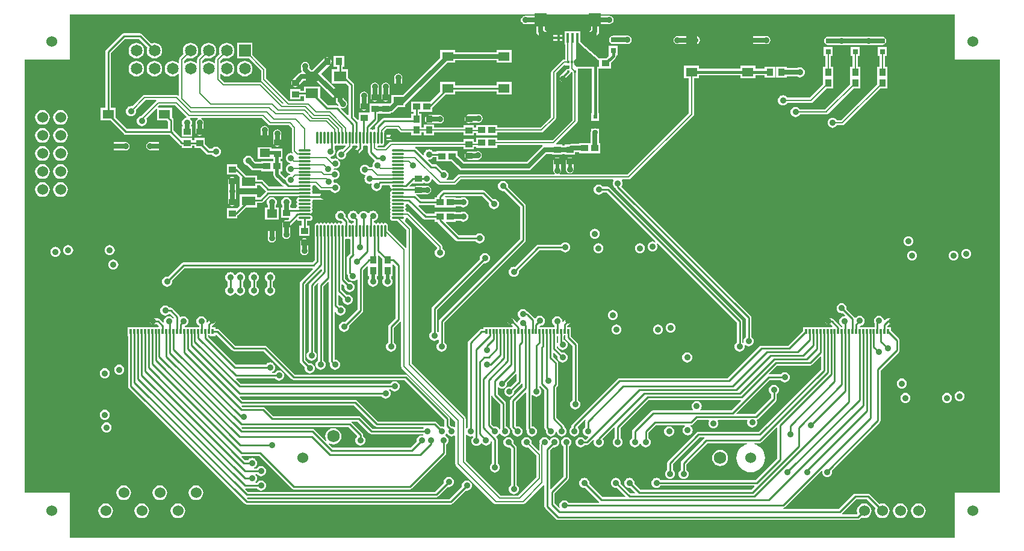
<source format=gtl>
G04 Layer_Physical_Order=1*
G04 Layer_Color=255*
%FSLAX25Y25*%
%MOIN*%
G70*
G01*
G75*
%ADD10R,0.07087X0.05709*%
%ADD11R,0.06102X0.05118*%
%ADD12R,0.07480X0.05118*%
%ADD13O,0.01181X0.06890*%
%ADD14O,0.06890X0.01181*%
%ADD15R,0.09449X0.08661*%
%ADD16R,0.01181X0.03150*%
%ADD17R,0.05118X0.11811*%
%ADD18R,0.07087X0.07480*%
%ADD19R,0.08268X0.06299*%
%ADD20R,0.01575X0.05315*%
%ADD21R,0.03150X0.03150*%
%ADD22R,0.05709X0.04528*%
%ADD23R,0.03937X0.03740*%
%ADD24R,0.03740X0.03937*%
%ADD25R,0.02362X0.02362*%
%ADD26R,0.03543X0.03937*%
%ADD27R,0.03937X0.03543*%
%ADD28R,0.01181X0.01772*%
%ADD29C,0.00800*%
%ADD30C,0.02500*%
%ADD31C,0.01500*%
%ADD32C,0.01000*%
%ADD33C,0.00700*%
%ADD34C,0.01100*%
%ADD35C,0.02000*%
%ADD36C,0.01400*%
%ADD37C,0.01200*%
%ADD38C,0.06800*%
%ADD39C,0.06000*%
%ADD40R,0.06500X0.06500*%
%ADD41C,0.06500*%
%ADD42C,0.03500*%
G36*
X520000Y270000D02*
X545000D01*
Y30000D01*
X520000D01*
X520000Y5000D01*
X30000D01*
Y30000D01*
X5000D01*
Y270000D01*
X30000D01*
Y295000D01*
X520000D01*
Y270000D01*
D02*
G37*
%LPC*%
G36*
X328961Y294333D02*
X320961D01*
X320083Y294159D01*
X319338Y293661D01*
X318841Y292917D01*
X318667Y292039D01*
Y286553D01*
X316228Y284114D01*
X315731Y283370D01*
X315556Y282492D01*
X315731Y281614D01*
X316228Y280870D01*
X316972Y280373D01*
X317850Y280198D01*
X318728Y280373D01*
X319473Y280870D01*
X322583Y283980D01*
X323080Y284724D01*
X323255Y285602D01*
Y289745D01*
X328961D01*
X329838Y289920D01*
X330583Y290417D01*
X331080Y291161D01*
X331255Y292039D01*
X331080Y292917D01*
X330583Y293661D01*
X329838Y294159D01*
X328961Y294333D01*
D02*
G37*
G36*
X339000Y283294D02*
X338762Y283247D01*
X331000D01*
X330122Y283072D01*
X329378Y282575D01*
X328881Y281831D01*
X328706Y280953D01*
X328881Y280075D01*
X329378Y279331D01*
X330122Y278833D01*
X331000Y278659D01*
X338953D01*
X339831Y278833D01*
X340575Y279331D01*
X340622Y279378D01*
X341120Y280122D01*
X341294Y281000D01*
X341120Y281878D01*
X340622Y282622D01*
X339878Y283120D01*
X339000Y283294D01*
D02*
G37*
G36*
X415858Y283152D02*
X405650D01*
X404772Y282978D01*
X404027Y282480D01*
X403530Y281736D01*
X403356Y280858D01*
X403530Y279980D01*
X404027Y279236D01*
X404772Y278739D01*
X405650Y278564D01*
X415858D01*
X416736Y278739D01*
X417480Y279236D01*
X417978Y279980D01*
X418152Y280858D01*
X417978Y281736D01*
X417480Y282480D01*
X416736Y282978D01*
X415858Y283152D01*
D02*
G37*
G36*
X376850D02*
X366642D01*
X365764Y282978D01*
X365020Y282480D01*
X364522Y281736D01*
X364348Y280858D01*
X364522Y279980D01*
X365020Y279236D01*
X365764Y278739D01*
X366642Y278564D01*
X376850D01*
X377728Y278739D01*
X378473Y279236D01*
X378970Y279980D01*
X379145Y280858D01*
X378970Y281736D01*
X378473Y282480D01*
X377728Y282978D01*
X376850Y283152D01*
D02*
G37*
G36*
X480000Y282747D02*
X450000D01*
X449122Y282572D01*
X448378Y282075D01*
X447881Y281331D01*
X447706Y280453D01*
X447881Y279575D01*
X448378Y278831D01*
X449122Y278333D01*
X450000Y278159D01*
X480000D01*
X480878Y278333D01*
X481622Y278831D01*
X482119Y279575D01*
X482294Y280453D01*
X482119Y281331D01*
X481622Y282075D01*
X480878Y282572D01*
X480000Y282747D01*
D02*
G37*
G36*
X290764Y294333D02*
X282539D01*
X281662Y294159D01*
X280917Y293661D01*
X280878Y293622D01*
X280741Y293417D01*
X280346Y293154D01*
X279993Y292624D01*
X279869Y292000D01*
X279993Y291376D01*
X280346Y290846D01*
X280741Y290583D01*
X280878Y290378D01*
X281622Y289880D01*
X282500Y289706D01*
X282698Y289745D01*
X288470D01*
Y285720D01*
X288644Y284843D01*
X289142Y284098D01*
X292370Y280870D01*
X293114Y280373D01*
X293992Y280198D01*
X294411Y280281D01*
X294484Y280267D01*
X303382D01*
X303654Y280321D01*
X304153Y279915D01*
Y278343D01*
X304564D01*
Y270543D01*
X304441D01*
Y270125D01*
X303748D01*
X303748Y270125D01*
X303221Y270020D01*
X302775Y269721D01*
X302775Y269721D01*
X297027Y263973D01*
X296728Y263527D01*
X296623Y263000D01*
Y238196D01*
X290757Y232329D01*
X266921D01*
Y233724D01*
X255079D01*
Y232278D01*
X253969D01*
Y233720D01*
X248031D01*
Y232475D01*
X231772D01*
Y234016D01*
X226228D01*
Y232475D01*
X224772D01*
Y233984D01*
Y239921D01*
X223580D01*
Y241228D01*
X230921D01*
Y243478D01*
X238026Y250583D01*
X243402D01*
Y252561D01*
X266598D01*
Y250583D01*
X274701D01*
Y257701D01*
X266598D01*
Y255722D01*
X243402D01*
Y257701D01*
X235299D01*
Y252326D01*
X229745Y246772D01*
X219079D01*
Y241228D01*
X220420D01*
Y239921D01*
X219228D01*
Y237580D01*
X204000D01*
X203395Y237460D01*
X202883Y237118D01*
X199646Y233881D01*
X199304Y233369D01*
X199183Y232764D01*
Y231679D01*
X198797Y231362D01*
X198795Y231362D01*
X198175Y231238D01*
X197811Y230995D01*
X197447Y231238D01*
X196827Y231362D01*
X196825Y231362D01*
X196439Y231679D01*
Y232204D01*
X200117Y235882D01*
X200460Y236395D01*
X200580Y237000D01*
Y239980D01*
X201969D01*
Y239980D01*
X202031D01*
Y239980D01*
X207968D01*
Y240580D01*
X208728Y240731D01*
X209473Y241228D01*
X211981Y243736D01*
X215854D01*
Y245204D01*
X216114Y245378D01*
X239036Y268299D01*
X243402D01*
Y269564D01*
X266598D01*
Y268299D01*
X274701D01*
Y275417D01*
X266598D01*
Y274152D01*
X243402D01*
Y275417D01*
X235299D01*
Y271051D01*
X214512Y250264D01*
X208146D01*
Y246390D01*
X207476Y245721D01*
X202031D01*
Y245721D01*
X201969D01*
Y245721D01*
X196031D01*
Y241194D01*
X195968Y240721D01*
X190032D01*
Y236857D01*
X189570Y236665D01*
X187580Y238655D01*
Y256000D01*
X187460Y256605D01*
X187118Y257118D01*
X184221Y260015D01*
Y264579D01*
X181257D01*
Y266032D01*
X182020D01*
Y271969D01*
X176279D01*
Y266032D01*
X178097D01*
Y264579D01*
X175134D01*
Y256870D01*
X182895D01*
X184420Y255345D01*
Y239469D01*
X183958Y239277D01*
X180121Y243114D01*
X180440Y243502D01*
X180622Y243380D01*
X181500Y243206D01*
X182378Y243380D01*
X183122Y243878D01*
X183619Y244622D01*
X183794Y245500D01*
X183619Y246378D01*
X183122Y247122D01*
X181971Y248273D01*
Y251276D01*
X181797Y252153D01*
X181299Y252898D01*
X180555Y253395D01*
X179677Y253570D01*
X177675D01*
X169044Y262201D01*
X173722Y266879D01*
X173728Y266880D01*
X174473Y267378D01*
X174970Y268122D01*
X175145Y269000D01*
X174970Y269878D01*
X174473Y270622D01*
X173728Y271119D01*
X172850Y271294D01*
X172598D01*
X171721Y271119D01*
X170976Y270622D01*
X164323Y263969D01*
X162794Y265497D01*
Y266500D01*
X162619Y267378D01*
X162122Y268122D01*
X161378Y268619D01*
X160500Y268794D01*
X159622Y268619D01*
X158878Y268122D01*
X158380Y267378D01*
X158206Y266500D01*
Y264547D01*
X158380Y263669D01*
X158489Y263507D01*
X158256Y262955D01*
X157697Y262844D01*
X156953Y262347D01*
X153378Y258772D01*
X152881Y258028D01*
X152706Y257150D01*
X152881Y256272D01*
X153378Y255527D01*
X154122Y255030D01*
X155000Y254855D01*
X155878Y255030D01*
X156622Y255527D01*
X159525Y258430D01*
X166325D01*
X175102Y249653D01*
X175847Y249156D01*
X176724Y248981D01*
X177383D01*
Y247323D01*
X177558Y246445D01*
X178055Y245701D01*
X178879Y244877D01*
X178625Y244490D01*
X178585Y244464D01*
X178000Y244580D01*
X173253D01*
X168866Y248967D01*
Y255130D01*
X159780D01*
Y252856D01*
X157968D01*
Y253720D01*
X152032D01*
Y247980D01*
X157968D01*
Y249695D01*
X159780D01*
Y247421D01*
X159780D01*
X159765Y246927D01*
X151591D01*
X138927Y259591D01*
Y264500D01*
X138819Y265046D01*
X138509Y265509D01*
X138509Y265509D01*
X131250Y272769D01*
Y279250D01*
X122750D01*
Y270750D01*
X129231D01*
X136073Y263909D01*
Y259000D01*
X136073Y259000D01*
X136181Y258454D01*
X136491Y257991D01*
X148340Y246141D01*
X148163Y245611D01*
X147939Y245580D01*
X136509Y257009D01*
X136046Y257319D01*
X135500Y257427D01*
X135500Y257427D01*
X115591D01*
X113427Y259591D01*
Y261897D01*
X113901Y262057D01*
X113969Y261969D01*
X114857Y261288D01*
X115891Y260859D01*
X117000Y260713D01*
X118110Y260859D01*
X119143Y261288D01*
X120031Y261969D01*
X120712Y262857D01*
X121141Y263891D01*
X121287Y265000D01*
X121141Y266109D01*
X120712Y267143D01*
X120031Y268031D01*
X119143Y268712D01*
X118110Y269141D01*
X117000Y269287D01*
X115891Y269141D01*
X114857Y268712D01*
X113969Y268031D01*
X113901Y267943D01*
X113427Y268103D01*
Y269409D01*
X115175Y271156D01*
X115891Y270859D01*
X117000Y270713D01*
X118110Y270859D01*
X119143Y271288D01*
X120031Y271969D01*
X120712Y272857D01*
X121141Y273890D01*
X121287Y275000D01*
X121141Y276110D01*
X120712Y277143D01*
X120031Y278031D01*
X119143Y278712D01*
X118110Y279141D01*
X117000Y279287D01*
X115891Y279141D01*
X114857Y278712D01*
X113969Y278031D01*
X113288Y277143D01*
X112859Y276110D01*
X112713Y275000D01*
X112859Y273890D01*
X113156Y273175D01*
X110991Y271009D01*
X110681Y270546D01*
X110573Y270000D01*
X110573Y270000D01*
Y268103D01*
X110099Y267943D01*
X110031Y268031D01*
X109143Y268712D01*
X108109Y269141D01*
X107000Y269287D01*
X105891Y269141D01*
X104857Y268712D01*
X103969Y268031D01*
X103901Y267943D01*
X103427Y268103D01*
Y269409D01*
X105175Y271156D01*
X105891Y270859D01*
X107000Y270713D01*
X108109Y270859D01*
X109143Y271288D01*
X110031Y271969D01*
X110712Y272857D01*
X111141Y273890D01*
X111287Y275000D01*
X111141Y276110D01*
X110712Y277143D01*
X110031Y278031D01*
X109143Y278712D01*
X108109Y279141D01*
X107000Y279287D01*
X105891Y279141D01*
X104857Y278712D01*
X103969Y278031D01*
X103288Y277143D01*
X102859Y276110D01*
X102713Y275000D01*
X102859Y273890D01*
X103156Y273175D01*
X100991Y271009D01*
X100681Y270546D01*
X100573Y270000D01*
X100573Y270000D01*
Y268103D01*
X100099Y267943D01*
X100031Y268031D01*
X99143Y268712D01*
X98110Y269141D01*
X97000Y269287D01*
X95890Y269141D01*
X94857Y268712D01*
X93969Y268031D01*
X93901Y267943D01*
X93427Y268103D01*
Y269409D01*
X95175Y271156D01*
X95890Y270859D01*
X97000Y270713D01*
X98110Y270859D01*
X99143Y271288D01*
X100031Y271969D01*
X100712Y272857D01*
X101141Y273890D01*
X101287Y275000D01*
X101141Y276110D01*
X100712Y277143D01*
X100031Y278031D01*
X99143Y278712D01*
X98110Y279141D01*
X97000Y279287D01*
X95890Y279141D01*
X94857Y278712D01*
X93969Y278031D01*
X93288Y277143D01*
X92859Y276110D01*
X92713Y275000D01*
X92859Y273890D01*
X93156Y273175D01*
X90991Y271009D01*
X90681Y270546D01*
X90573Y270000D01*
X90573Y270000D01*
Y268103D01*
X90099Y267943D01*
X90031Y268031D01*
X89143Y268712D01*
X88109Y269141D01*
X87000Y269287D01*
X85891Y269141D01*
X84857Y268712D01*
X83969Y268031D01*
X83288Y267143D01*
X82859Y266109D01*
X82713Y265000D01*
X82859Y263891D01*
X83288Y262857D01*
X83969Y261969D01*
X84857Y261288D01*
X85891Y260859D01*
X87000Y260713D01*
X88109Y260859D01*
X89143Y261288D01*
X90031Y261969D01*
X90099Y262057D01*
X90573Y261897D01*
Y250099D01*
X90111Y249908D01*
X90009Y250009D01*
X89546Y250319D01*
X89000Y250427D01*
X89000Y250427D01*
X71500D01*
X71500Y250427D01*
X70954Y250319D01*
X70491Y250009D01*
X70491Y250009D01*
X64667Y244186D01*
X64000Y244274D01*
X63282Y244179D01*
X62613Y243902D01*
X62039Y243461D01*
X61598Y242887D01*
X61321Y242218D01*
X61226Y241500D01*
X61321Y240782D01*
X61598Y240113D01*
X62039Y239539D01*
X62613Y239098D01*
X63282Y238821D01*
X64000Y238726D01*
X64718Y238821D01*
X65387Y239098D01*
X65961Y239539D01*
X66402Y240113D01*
X66679Y240782D01*
X66774Y241500D01*
X66686Y242167D01*
X72091Y247573D01*
X77934D01*
X78085Y247073D01*
X77991Y247009D01*
X77991Y247009D01*
X69718Y238737D01*
X69282Y238679D01*
X68613Y238402D01*
X68039Y237961D01*
X67598Y237387D01*
X67321Y236718D01*
X67226Y236000D01*
X67321Y235282D01*
X67598Y234613D01*
X68039Y234039D01*
X68613Y233598D01*
X69282Y233321D01*
X70000Y233226D01*
X70718Y233321D01*
X71387Y233598D01*
X71961Y234039D01*
X72402Y234613D01*
X72679Y235282D01*
X72774Y236000D01*
X72679Y236718D01*
X72403Y237384D01*
X78098Y243080D01*
X78598Y242873D01*
Y236299D01*
X83974D01*
X84420Y235853D01*
Y231580D01*
X61863D01*
X55402Y238042D01*
Y243417D01*
X52931D01*
Y273696D01*
X60655Y281420D01*
X68345D01*
X73093Y276672D01*
X72859Y276110D01*
X72713Y275000D01*
X72859Y273890D01*
X73288Y272857D01*
X73969Y271969D01*
X74857Y271288D01*
X75890Y270859D01*
X77000Y270713D01*
X78110Y270859D01*
X79143Y271288D01*
X80031Y271969D01*
X80712Y272857D01*
X81141Y273890D01*
X81287Y275000D01*
X81141Y276110D01*
X80712Y277143D01*
X80031Y278031D01*
X79143Y278712D01*
X78110Y279141D01*
X77000Y279287D01*
X75890Y279141D01*
X75328Y278907D01*
X70117Y284118D01*
X69605Y284460D01*
X69000Y284580D01*
X60000D01*
X59395Y284460D01*
X58882Y284118D01*
X50233Y275468D01*
X49890Y274955D01*
X49770Y274350D01*
Y243417D01*
X47299D01*
Y236299D01*
X52675D01*
X60091Y228883D01*
X60604Y228540D01*
X61209Y228420D01*
X85345D01*
X91032Y222733D01*
X91545Y222390D01*
X92032Y222293D01*
Y220980D01*
X97969D01*
Y222270D01*
X99032D01*
Y220980D01*
X102635D01*
X105733Y217882D01*
X106246Y217540D01*
X106850Y217420D01*
X108746D01*
X109039Y217039D01*
X109613Y216598D01*
X110282Y216321D01*
X111000Y216226D01*
X111718Y216321D01*
X112387Y216598D01*
X112961Y217039D01*
X113402Y217613D01*
X113679Y218282D01*
X113774Y219000D01*
X113679Y219718D01*
X113402Y220387D01*
X112961Y220961D01*
X112387Y221402D01*
X111718Y221679D01*
X111000Y221774D01*
X110282Y221679D01*
X109613Y221402D01*
X109039Y220961D01*
X108746Y220580D01*
X107505D01*
X104969Y223117D01*
Y226720D01*
X99032D01*
Y225431D01*
X97969D01*
Y226720D01*
X92032D01*
Y226720D01*
X91666Y226569D01*
X87580Y230655D01*
Y236508D01*
X87460Y237113D01*
X87117Y237625D01*
X86701Y238042D01*
Y243417D01*
X79143D01*
X78936Y243917D01*
X79591Y244573D01*
X88409D01*
X94738Y238244D01*
X94559Y237716D01*
X94282Y237679D01*
X93613Y237402D01*
X93039Y236961D01*
X92598Y236387D01*
X92321Y235718D01*
X92226Y235000D01*
X92321Y234282D01*
X92598Y233613D01*
X92670Y233520D01*
X92566Y233020D01*
X92032D01*
Y227279D01*
X97969D01*
Y233020D01*
X97434D01*
X97330Y233520D01*
X97402Y233613D01*
X97679Y234282D01*
X97774Y235000D01*
X97679Y235718D01*
X97402Y236387D01*
X96961Y236961D01*
X96816Y237073D01*
X96986Y237573D01*
X100969D01*
X101041Y237360D01*
X101052Y237073D01*
X100378Y236622D01*
X99881Y235878D01*
X99706Y235000D01*
Y230150D01*
X99881Y229272D01*
X100378Y228527D01*
X101122Y228030D01*
X102000Y227855D01*
X102878Y228030D01*
X103622Y228527D01*
X104120Y229272D01*
X104294Y230150D01*
Y235000D01*
X104120Y235878D01*
X103622Y236622D01*
X102948Y237073D01*
X102959Y237360D01*
X103031Y237573D01*
X136409D01*
X139991Y233991D01*
X139991Y233991D01*
X140454Y233681D01*
X141000Y233573D01*
X151409D01*
X153073Y231909D01*
Y219500D01*
X153073Y219500D01*
X153181Y218954D01*
X153390Y218641D01*
X153331Y218483D01*
X153103Y218194D01*
X152500Y218274D01*
X151782Y218179D01*
X151113Y217902D01*
X150539Y217461D01*
X150098Y216887D01*
X149821Y216218D01*
X149726Y215500D01*
X149821Y214782D01*
X150098Y214113D01*
X150539Y213539D01*
X151113Y213098D01*
X151782Y212821D01*
X152202Y212766D01*
X152303Y212752D01*
Y212248D01*
X152202Y212234D01*
X151782Y212179D01*
X151113Y211902D01*
X150539Y211461D01*
X150098Y210887D01*
X149821Y210218D01*
X149726Y209500D01*
X149821Y208782D01*
X150098Y208113D01*
X150539Y207539D01*
X151113Y207098D01*
X151782Y206821D01*
X152202Y206766D01*
X152303Y206752D01*
Y206248D01*
X152202Y206235D01*
X151782Y206179D01*
X151113Y205902D01*
X150539Y205461D01*
X150098Y204887D01*
X149996Y204642D01*
X149407Y204524D01*
X146992Y206939D01*
Y208228D01*
X147921D01*
Y213772D01*
X146992D01*
Y214980D01*
X147968D01*
Y220721D01*
X142032D01*
X141854Y221147D01*
Y221524D01*
X134146D01*
Y214996D01*
X141854D01*
Y214996D01*
X142032Y214980D01*
Y214980D01*
X142348Y214980D01*
X142914D01*
Y213772D01*
X136079D01*
Y213294D01*
X132950D01*
X131702Y214542D01*
X131679Y214718D01*
X131402Y215387D01*
X130961Y215961D01*
X130387Y216402D01*
X129718Y216679D01*
X129000Y216774D01*
X128282Y216679D01*
X127613Y216402D01*
X127039Y215961D01*
X126598Y215387D01*
X126321Y214718D01*
X126226Y214000D01*
X126321Y213282D01*
X126598Y212613D01*
X127039Y212039D01*
X127613Y211598D01*
X128282Y211321D01*
X128458Y211298D01*
X130378Y209378D01*
X131122Y208880D01*
X132000Y208706D01*
X136079D01*
Y208228D01*
X142914D01*
Y206095D01*
X143069Y205314D01*
X143511Y204653D01*
X147582Y200582D01*
X148243Y200140D01*
X148560Y200077D01*
X148511Y199577D01*
X140586D01*
X137081Y203081D01*
X136585Y203413D01*
X136000Y203529D01*
X133740D01*
Y205874D01*
X127604D01*
X123247Y210231D01*
X122968Y210417D01*
Y212020D01*
X117032D01*
Y206279D01*
X122873D01*
X124260Y204892D01*
Y198756D01*
X133740D01*
Y200471D01*
X135366D01*
X138774Y197063D01*
X135366Y193655D01*
X133740D01*
Y195244D01*
X124260D01*
Y189108D01*
X122873Y187721D01*
X117032D01*
Y181980D01*
X122968D01*
Y183583D01*
X123247Y183769D01*
X127604Y188126D01*
X133740D01*
Y190597D01*
X136000D01*
X136585Y190713D01*
X137081Y191045D01*
X140586Y194549D01*
X156796D01*
X157260Y194457D01*
X158134D01*
X158355Y194110D01*
X158134Y193763D01*
X157260D01*
X156639Y193640D01*
X156113Y193289D01*
X155762Y192762D01*
X155638Y192142D01*
X155762Y191521D01*
X156005Y191157D01*
X155762Y190794D01*
X155638Y190173D01*
X155762Y189553D01*
X156005Y189189D01*
X155762Y188825D01*
X155638Y188205D01*
X155649Y188152D01*
X155331Y187766D01*
X152969D01*
Y188020D01*
X152294D01*
Y189472D01*
X152402Y189613D01*
X152679Y190282D01*
X152774Y191000D01*
X152679Y191718D01*
X152402Y192387D01*
X151961Y192961D01*
X151387Y193402D01*
X150718Y193679D01*
X150000Y193774D01*
X149282Y193679D01*
X148613Y193402D01*
X148039Y192961D01*
X147598Y192387D01*
X147321Y191718D01*
X147226Y191000D01*
X147321Y190282D01*
X147598Y189613D01*
X147706Y189472D01*
Y188020D01*
X147031D01*
Y182280D01*
X151463D01*
X151655Y181818D01*
X150819Y180982D01*
X150000Y181144D01*
X149122Y180970D01*
X148378Y180473D01*
X147880Y179728D01*
X147706Y178850D01*
Y173000D01*
X147880Y172122D01*
X148378Y171378D01*
X149122Y170880D01*
X150000Y170706D01*
X150878Y170880D01*
X151622Y171378D01*
X152120Y172122D01*
X152294Y173000D01*
Y178131D01*
X155515Y181352D01*
X156012Y181303D01*
X156113Y181152D01*
X156639Y180801D01*
X157260Y180677D01*
X158585D01*
Y178020D01*
X157032D01*
Y172280D01*
X162969D01*
Y178020D01*
X161644D01*
Y180677D01*
X162969D01*
X163589Y180801D01*
X164115Y181152D01*
X164467Y181679D01*
X164590Y182299D01*
X164467Y182920D01*
X164115Y183446D01*
X163589Y183798D01*
X162969Y183921D01*
X162043D01*
X161822Y184268D01*
X162043Y184615D01*
X162969D01*
X163589Y184738D01*
X164115Y185090D01*
X164467Y185616D01*
X164590Y186236D01*
X164467Y186857D01*
X164224Y187221D01*
X164467Y187584D01*
X164590Y188205D01*
X164467Y188825D01*
X164224Y189189D01*
X164467Y189553D01*
X164590Y190173D01*
X164467Y190794D01*
X164224Y191157D01*
X164467Y191521D01*
X164590Y192142D01*
X164590Y192143D01*
X164907Y192530D01*
X170110D01*
X170715Y192650D01*
X171228Y192993D01*
X171617Y193383D01*
X171960Y193895D01*
X172080Y194500D01*
X171960Y195105D01*
X171617Y195617D01*
X171105Y195960D01*
X170500Y196080D01*
X169895Y195960D01*
X169492Y195691D01*
X164907D01*
X164590Y196077D01*
X164590Y196079D01*
X164467Y196699D01*
X164224Y197063D01*
X164467Y197427D01*
X164590Y198047D01*
X164467Y198668D01*
X164224Y199031D01*
X164467Y199395D01*
X164590Y200016D01*
X164559Y200170D01*
X164877Y200557D01*
X165925D01*
X168491Y197991D01*
X168491Y197991D01*
X168954Y197681D01*
X169500Y197573D01*
X169500Y197573D01*
X174629D01*
X175039Y197039D01*
X175613Y196598D01*
X176282Y196321D01*
X177000Y196226D01*
X177718Y196321D01*
X178387Y196598D01*
X178961Y197039D01*
X179402Y197613D01*
X179679Y198282D01*
X179774Y199000D01*
X179679Y199718D01*
X179402Y200387D01*
X178961Y200961D01*
X178387Y201402D01*
X177718Y201679D01*
X177000Y201774D01*
X176677Y201731D01*
X176231Y202177D01*
X176274Y202500D01*
X176187Y203159D01*
X176250Y203292D01*
X176556Y203615D01*
X176850Y203576D01*
X177568Y203671D01*
X178237Y203948D01*
X178811Y204389D01*
X179252Y204963D01*
X179529Y205632D01*
X179624Y206350D01*
X179529Y207068D01*
X179252Y207737D01*
X178811Y208311D01*
X178237Y208752D01*
X177568Y209029D01*
X176850Y209124D01*
X176498Y209077D01*
X176061Y209438D01*
X176080Y209472D01*
X176514Y209790D01*
X177000Y209726D01*
X177718Y209821D01*
X178387Y210098D01*
X178961Y210539D01*
X179402Y211113D01*
X179679Y211782D01*
X179774Y212500D01*
X179679Y213218D01*
X179402Y213887D01*
X178961Y214461D01*
X178387Y214902D01*
X177718Y215179D01*
X177000Y215274D01*
X176282Y215179D01*
X175613Y214902D01*
X175332Y214686D01*
X174266Y215753D01*
X174499Y216226D01*
X174500Y216226D01*
X175218Y216321D01*
X175887Y216598D01*
X176461Y217039D01*
X176902Y217613D01*
X177179Y218282D01*
X177274Y219000D01*
X177179Y219718D01*
X176902Y220387D01*
X176754Y220580D01*
Y222093D01*
X177140Y222410D01*
X177142Y222410D01*
X177762Y222533D01*
X178126Y222776D01*
X178490Y222533D01*
X179110Y222410D01*
X179731Y222533D01*
X180095Y222776D01*
X180458Y222533D01*
X181079Y222410D01*
X181699Y222533D01*
X182063Y222776D01*
X182427Y222533D01*
X182744Y222470D01*
X182909Y221927D01*
X181167Y220186D01*
X180500Y220274D01*
X179782Y220179D01*
X179113Y219902D01*
X178539Y219461D01*
X178098Y218887D01*
X177821Y218218D01*
X177726Y217500D01*
X177821Y216782D01*
X178098Y216113D01*
X178539Y215539D01*
X179113Y215098D01*
X179782Y214821D01*
X180500Y214726D01*
X181218Y214821D01*
X181887Y215098D01*
X182461Y215539D01*
X182902Y216113D01*
X183179Y216782D01*
X183274Y217500D01*
X183186Y218167D01*
X186025Y221006D01*
X186025Y221006D01*
X186335Y221469D01*
X186443Y222016D01*
X186443Y222016D01*
Y222123D01*
X186830Y222441D01*
X186984Y222410D01*
X187605Y222533D01*
X187969Y222776D01*
X188332Y222533D01*
X188953Y222410D01*
X188954Y222410D01*
X189341Y222093D01*
Y221576D01*
X187382Y219618D01*
X187040Y219105D01*
X186920Y218500D01*
X187040Y217895D01*
X187382Y217383D01*
X187895Y217040D01*
X188500Y216920D01*
X189105Y217040D01*
X189618Y217383D01*
X192039Y219804D01*
X192381Y220317D01*
X192502Y220921D01*
Y222093D01*
X192888Y222410D01*
X192890Y222410D01*
X193510Y222533D01*
X193874Y222776D01*
X194238Y222533D01*
X194858Y222410D01*
X194860Y222410D01*
X195246Y222093D01*
Y218673D01*
X195367Y218068D01*
X195709Y217556D01*
X198882Y214383D01*
X198917Y214359D01*
X198948Y214287D01*
X198922Y213755D01*
X198539Y213461D01*
X198098Y212887D01*
X197821Y212218D01*
X197726Y211500D01*
X197808Y210876D01*
X197619Y210601D01*
X197426Y210427D01*
X195871D01*
X195461Y210961D01*
X194887Y211402D01*
X194218Y211679D01*
X193500Y211774D01*
X192782Y211679D01*
X192113Y211402D01*
X191539Y210961D01*
X191098Y210387D01*
X190821Y209718D01*
X190726Y209000D01*
X190821Y208282D01*
X191098Y207613D01*
X191539Y207039D01*
X192113Y206598D01*
X192782Y206321D01*
X193500Y206226D01*
X193752Y206259D01*
X193774Y206236D01*
X193988Y205786D01*
X193645Y205340D01*
X193368Y204671D01*
X193273Y203953D01*
X193368Y203235D01*
X193645Y202566D01*
X194086Y201991D01*
X194660Y201551D01*
X195329Y201273D01*
X196047Y201179D01*
X196765Y201273D01*
X197060Y201396D01*
X197443Y201013D01*
X197321Y200718D01*
X197226Y200000D01*
X197321Y199282D01*
X197598Y198613D01*
X198039Y198039D01*
X198613Y197598D01*
X199282Y197321D01*
X200000Y197226D01*
X200718Y197321D01*
X201387Y197598D01*
X201961Y198039D01*
X202402Y198613D01*
X202679Y199282D01*
X202774Y200000D01*
X202770Y200028D01*
X203100Y200404D01*
X207093D01*
X207410Y200017D01*
X207410Y200016D01*
X207533Y199395D01*
X207885Y198869D01*
X208411Y198518D01*
X209032Y198394D01*
X209906D01*
X210127Y198047D01*
X209906Y197701D01*
X209032D01*
X208411Y197577D01*
X207885Y197225D01*
X207533Y196699D01*
X207410Y196079D01*
X207533Y195458D01*
X207776Y195095D01*
X207533Y194731D01*
X207410Y194110D01*
X207533Y193490D01*
X207776Y193126D01*
X207533Y192762D01*
X207410Y192142D01*
X207533Y191521D01*
X207776Y191157D01*
X207533Y190794D01*
X207410Y190173D01*
X207533Y189553D01*
X207776Y189189D01*
X207533Y188825D01*
X207410Y188205D01*
X207533Y187584D01*
X207776Y187221D01*
X207533Y186857D01*
X207410Y186236D01*
X207533Y185616D01*
X207776Y185252D01*
X207533Y184888D01*
X207410Y184268D01*
X207533Y183647D01*
X207776Y183283D01*
X207533Y182920D01*
X207410Y182299D01*
X207533Y181679D01*
X207885Y181152D01*
X208411Y180801D01*
X209032Y180677D01*
X211489D01*
X216573Y175594D01*
Y165881D01*
X216073Y165730D01*
X216009Y165824D01*
X216009Y165824D01*
X206323Y175511D01*
Y177969D01*
X206199Y178589D01*
X205848Y179115D01*
X205321Y179467D01*
X204701Y179590D01*
X204080Y179467D01*
X203716Y179224D01*
X203353Y179467D01*
X202732Y179590D01*
X202112Y179467D01*
X201748Y179224D01*
X201384Y179467D01*
X200764Y179590D01*
X200143Y179467D01*
X199779Y179224D01*
X199416Y179467D01*
X198795Y179590D01*
X198743Y179580D01*
X198356Y179897D01*
Y180773D01*
X198718Y180821D01*
X199387Y181098D01*
X199961Y181539D01*
X200402Y182113D01*
X200679Y182782D01*
X200774Y183500D01*
X200679Y184218D01*
X200402Y184887D01*
X199961Y185461D01*
X199387Y185902D01*
X198718Y186179D01*
X198000Y186274D01*
X197282Y186179D01*
X196613Y185902D01*
X196039Y185461D01*
X195704Y185025D01*
X195239Y184981D01*
X195109Y185014D01*
X194851Y185351D01*
X194277Y185792D01*
X193608Y186069D01*
X192890Y186163D01*
X192172Y186069D01*
X191503Y185792D01*
X190928Y185351D01*
X190488Y184777D01*
X190210Y184108D01*
X190204Y184060D01*
X189700D01*
X189679Y184218D01*
X189402Y184887D01*
X188961Y185461D01*
X188387Y185902D01*
X187718Y186179D01*
X187000Y186274D01*
X186282Y186179D01*
X185613Y185902D01*
X185039Y185461D01*
X184598Y184887D01*
X184321Y184218D01*
X184226Y183500D01*
X184321Y182782D01*
X184598Y182113D01*
X185039Y181539D01*
X185613Y181098D01*
X186282Y180821D01*
X187000Y180726D01*
X187047Y180733D01*
X187423Y180403D01*
Y179897D01*
X187037Y179580D01*
X186984Y179590D01*
X186364Y179467D01*
X186000Y179224D01*
X185636Y179467D01*
X185016Y179590D01*
X184963Y179580D01*
X184577Y179897D01*
Y180453D01*
X184460Y181038D01*
X184129Y181534D01*
X182703Y182960D01*
X182774Y183500D01*
X182679Y184218D01*
X182402Y184887D01*
X181961Y185461D01*
X181387Y185902D01*
X180718Y186179D01*
X180000Y186274D01*
X179282Y186179D01*
X178613Y185902D01*
X178039Y185461D01*
X177598Y184887D01*
X177321Y184218D01*
X177226Y183500D01*
X177321Y182782D01*
X177598Y182113D01*
X178039Y181539D01*
X178613Y181098D01*
X179282Y180821D01*
X180000Y180726D01*
X180540Y180797D01*
X181276Y180061D01*
X181130Y179713D01*
X181046Y179584D01*
X180458Y179467D01*
X180095Y179224D01*
X179731Y179467D01*
X179110Y179590D01*
X178490Y179467D01*
X178126Y179224D01*
X177762Y179467D01*
X177142Y179590D01*
X176521Y179467D01*
X176157Y179224D01*
X175794Y179467D01*
X175173Y179590D01*
X174553Y179467D01*
X174189Y179224D01*
X173825Y179467D01*
X173205Y179590D01*
X172584Y179467D01*
X172221Y179224D01*
X171857Y179467D01*
X171236Y179590D01*
X170616Y179467D01*
X170252Y179224D01*
X169888Y179467D01*
X169268Y179590D01*
X168647Y179467D01*
X168283Y179224D01*
X167920Y179467D01*
X167299Y179590D01*
X166679Y179467D01*
X166153Y179115D01*
X165801Y178589D01*
X165677Y177969D01*
Y172260D01*
X165719Y172052D01*
Y158954D01*
X164345Y157580D01*
X93000D01*
X92395Y157460D01*
X91882Y157117D01*
X84476Y149711D01*
X84000Y149774D01*
X83282Y149679D01*
X82613Y149402D01*
X82039Y148961D01*
X81598Y148387D01*
X81321Y147718D01*
X81226Y147000D01*
X81321Y146282D01*
X81598Y145613D01*
X82039Y145039D01*
X82613Y144598D01*
X83282Y144321D01*
X84000Y144226D01*
X84718Y144321D01*
X85387Y144598D01*
X85961Y145039D01*
X86402Y145613D01*
X86679Y146282D01*
X86774Y147000D01*
X86711Y147476D01*
X93655Y154420D01*
X164550D01*
X164757Y153920D01*
X157919Y147081D01*
X157587Y146585D01*
X157471Y146000D01*
Y103000D01*
X157587Y102415D01*
X157919Y101919D01*
X160297Y99540D01*
X160226Y99000D01*
X160321Y98282D01*
X160598Y97613D01*
X161039Y97039D01*
X161613Y96598D01*
X162282Y96321D01*
X163000Y96226D01*
X163718Y96321D01*
X164387Y96598D01*
X164961Y97039D01*
X165402Y97613D01*
X165679Y98282D01*
X165774Y99000D01*
X165679Y99718D01*
X165402Y100387D01*
X164961Y100961D01*
X164387Y101402D01*
X163718Y101679D01*
X163000Y101774D01*
X162460Y101703D01*
X160529Y103633D01*
Y145367D01*
X169245Y154082D01*
X169707Y153891D01*
Y152870D01*
X162919Y146081D01*
X162587Y145585D01*
X162471Y145000D01*
Y108293D01*
X162039Y107961D01*
X161598Y107387D01*
X161321Y106718D01*
X161226Y106000D01*
X161321Y105282D01*
X161598Y104613D01*
X162039Y104039D01*
X162613Y103598D01*
X163282Y103321D01*
X164000Y103226D01*
X164718Y103321D01*
X165387Y103598D01*
X165961Y104039D01*
X166402Y104613D01*
X166679Y105282D01*
X166774Y106000D01*
X166679Y106718D01*
X166402Y107387D01*
X165961Y107961D01*
X165529Y108293D01*
Y144367D01*
X167464Y146301D01*
X167852Y145982D01*
X167587Y145585D01*
X167471Y145000D01*
Y103293D01*
X167039Y102961D01*
X166598Y102387D01*
X166321Y101718D01*
X166226Y101000D01*
X166321Y100282D01*
X166598Y99613D01*
X167039Y99039D01*
X167613Y98598D01*
X168282Y98321D01*
X169000Y98226D01*
X169718Y98321D01*
X170387Y98598D01*
X170961Y99039D01*
X171402Y99613D01*
X171679Y100282D01*
X171774Y101000D01*
X171679Y101718D01*
X171402Y102387D01*
X170961Y102961D01*
X170529Y103293D01*
Y144367D01*
X173182Y147019D01*
X173644Y146828D01*
Y102827D01*
X173760Y102242D01*
X174092Y101745D01*
X174297Y101540D01*
X174226Y101000D01*
X174321Y100282D01*
X174598Y99613D01*
X175039Y99039D01*
X175613Y98598D01*
X176282Y98321D01*
X177000Y98226D01*
X177718Y98321D01*
X178387Y98598D01*
X178961Y99039D01*
X179402Y99613D01*
X179679Y100282D01*
X179774Y101000D01*
X179679Y101718D01*
X179402Y102387D01*
X178961Y102961D01*
X178387Y103402D01*
X177718Y103679D01*
X177000Y103774D01*
X176703Y104034D01*
Y130954D01*
X177203Y131201D01*
X177248Y131166D01*
X177226Y131000D01*
X177321Y130282D01*
X177598Y129613D01*
X178039Y129039D01*
X178613Y128598D01*
X179282Y128321D01*
X180000Y128226D01*
X180718Y128321D01*
X181387Y128598D01*
X181961Y129039D01*
X182402Y129613D01*
X182679Y130282D01*
X182774Y131000D01*
X182679Y131718D01*
X182402Y132387D01*
X181961Y132961D01*
X181387Y133402D01*
X180718Y133679D01*
X180000Y133774D01*
X179460Y133703D01*
X178671Y134492D01*
Y139513D01*
X179133Y139704D01*
X181297Y137540D01*
X181226Y137000D01*
X181321Y136282D01*
X181598Y135613D01*
X182039Y135039D01*
X182613Y134598D01*
X183282Y134321D01*
X184000Y134226D01*
X184718Y134321D01*
X185387Y134598D01*
X185961Y135039D01*
X186402Y135613D01*
X186679Y136282D01*
X186774Y137000D01*
X186679Y137718D01*
X186402Y138387D01*
X185961Y138961D01*
X185387Y139402D01*
X184718Y139679D01*
X184000Y139774D01*
X183460Y139703D01*
X180640Y142523D01*
Y145544D01*
X181102Y145736D01*
X182297Y144540D01*
X182226Y144000D01*
X182321Y143282D01*
X182598Y142613D01*
X183039Y142039D01*
X183613Y141598D01*
X184282Y141321D01*
X185000Y141226D01*
X185718Y141321D01*
X186387Y141598D01*
X186961Y142039D01*
X187402Y142613D01*
X187679Y143282D01*
X187774Y144000D01*
X187679Y144718D01*
X187402Y145387D01*
X186961Y145961D01*
X186387Y146402D01*
X185718Y146679D01*
X185000Y146774D01*
X184460Y146703D01*
X182608Y148555D01*
Y170331D01*
X182995Y170649D01*
X183047Y170638D01*
X183668Y170762D01*
X184031Y171005D01*
X184395Y170762D01*
X185016Y170638D01*
X185068Y170649D01*
X185455Y170331D01*
Y162618D01*
X183919Y161081D01*
X183587Y160585D01*
X183471Y160000D01*
Y152000D01*
X183587Y151415D01*
X183919Y150919D01*
X184282Y150556D01*
X184211Y150016D01*
X184305Y149298D01*
X184582Y148629D01*
X185023Y148054D01*
X185597Y147614D01*
X186266Y147336D01*
X186984Y147242D01*
X187702Y147336D01*
X188371Y147614D01*
X188946Y148054D01*
X188971Y148087D01*
X189471Y147917D01*
Y131633D01*
X182540Y124703D01*
X182000Y124774D01*
X181282Y124679D01*
X180613Y124402D01*
X180039Y123961D01*
X179598Y123387D01*
X179321Y122718D01*
X179226Y122000D01*
X179321Y121282D01*
X179598Y120613D01*
X180039Y120039D01*
X180613Y119598D01*
X181282Y119321D01*
X182000Y119226D01*
X182718Y119321D01*
X183387Y119598D01*
X183961Y120039D01*
X184402Y120613D01*
X184679Y121282D01*
X184774Y122000D01*
X184703Y122540D01*
X192081Y129919D01*
X192413Y130415D01*
X192529Y131000D01*
Y153366D01*
X194728Y155566D01*
X195228Y155358D01*
Y150079D01*
X195961D01*
Y148860D01*
X195598Y148387D01*
X195321Y147718D01*
X195226Y147000D01*
X195321Y146282D01*
X195598Y145613D01*
X196039Y145039D01*
X196613Y144598D01*
X197282Y144321D01*
X198000Y144226D01*
X198718Y144321D01*
X199387Y144598D01*
X199961Y145039D01*
X200402Y145613D01*
X200679Y146282D01*
X200774Y147000D01*
X200679Y147718D01*
X200402Y148387D01*
X200039Y148860D01*
Y150079D01*
X200772D01*
Y155984D01*
Y161311D01*
X201272Y161518D01*
X203228Y159562D01*
Y155984D01*
Y150079D01*
X203961D01*
Y148860D01*
X203598Y148387D01*
X203321Y147718D01*
X203226Y147000D01*
X203321Y146282D01*
X203598Y145613D01*
X204039Y145039D01*
X204613Y144598D01*
X205282Y144321D01*
X206000Y144226D01*
X206718Y144321D01*
X207387Y144598D01*
X207961Y145039D01*
X208402Y145613D01*
X208679Y146282D01*
X208774Y147000D01*
X208679Y147718D01*
X208402Y148387D01*
X208039Y148860D01*
Y150079D01*
X208772D01*
Y156412D01*
X209234Y156604D01*
X210471Y155367D01*
Y126634D01*
X206919Y123081D01*
X206587Y122585D01*
X206471Y122000D01*
Y113293D01*
X206039Y112961D01*
X205598Y112387D01*
X205321Y111718D01*
X205226Y111000D01*
X205321Y110282D01*
X205598Y109613D01*
X206039Y109039D01*
X206613Y108598D01*
X207282Y108321D01*
X208000Y108226D01*
X208718Y108321D01*
X209387Y108598D01*
X209961Y109039D01*
X210402Y109613D01*
X210679Y110282D01*
X210774Y111000D01*
X210679Y111718D01*
X210402Y112387D01*
X209961Y112961D01*
X209529Y113293D01*
Y121367D01*
X213073Y124910D01*
X213111Y124909D01*
X213573Y124754D01*
Y100000D01*
X213573Y100000D01*
X213681Y99454D01*
X213991Y98991D01*
X243573Y69409D01*
Y66506D01*
X243073Y66260D01*
X242887Y66402D01*
X242218Y66679D01*
X241500Y66774D01*
X241402Y66761D01*
X240529Y67633D01*
Y71000D01*
X240413Y71585D01*
X240081Y72081D01*
X217081Y95081D01*
X216585Y95413D01*
X216000Y95529D01*
X154633D01*
X139081Y111081D01*
X138585Y111413D01*
X138000Y111529D01*
X121634D01*
X112822Y120341D01*
X112325Y120673D01*
X111740Y120789D01*
X110756D01*
Y121835D01*
X108777D01*
Y122527D01*
X110393Y124142D01*
X110736Y124655D01*
X110856Y125260D01*
X110736Y125865D01*
X110393Y126377D01*
X109880Y126720D01*
X109276Y126840D01*
X108671Y126720D01*
X108158Y126377D01*
X106202Y124421D01*
X105728Y124655D01*
X105774Y125000D01*
X105679Y125718D01*
X105402Y126387D01*
X104961Y126961D01*
X104387Y127402D01*
X103718Y127679D01*
X103000Y127774D01*
X102282Y127679D01*
X101613Y127402D01*
X101039Y126961D01*
X100598Y126387D01*
X100321Y125718D01*
X100226Y125000D01*
X100321Y124282D01*
X100598Y123613D01*
X101039Y123039D01*
X101613Y122598D01*
X101680Y122570D01*
Y121835D01*
X93800D01*
X93718Y122321D01*
X94387Y122598D01*
X94961Y123039D01*
X95402Y123613D01*
X95679Y124282D01*
X95774Y125000D01*
X95679Y125718D01*
X95402Y126387D01*
X94961Y126961D01*
X94387Y127402D01*
X93718Y127679D01*
X93000Y127774D01*
X92282Y127679D01*
X91613Y127402D01*
X91490Y127308D01*
X91483Y127312D01*
X91045Y127597D01*
X90940Y128124D01*
X90598Y128637D01*
X87117Y132117D01*
X86605Y132460D01*
X86000Y132580D01*
X85254D01*
X84961Y132961D01*
X84387Y133402D01*
X83718Y133679D01*
X83000Y133774D01*
X82282Y133679D01*
X81613Y133402D01*
X81039Y132961D01*
X80598Y132387D01*
X80321Y131718D01*
X80226Y131000D01*
X80321Y130282D01*
X80598Y129613D01*
X81039Y129039D01*
X81613Y128598D01*
X82282Y128321D01*
X83000Y128226D01*
X83718Y128321D01*
X84387Y128598D01*
X84961Y129039D01*
X84988Y129074D01*
X85650Y129115D01*
X87786Y126979D01*
X87749Y126756D01*
X87220Y126624D01*
X86961Y126961D01*
X86387Y127402D01*
X85718Y127679D01*
X85000Y127774D01*
X84282Y127679D01*
X83613Y127402D01*
X83039Y126961D01*
X82598Y126387D01*
X82321Y125718D01*
X82226Y125000D01*
X82269Y124673D01*
X81796Y124439D01*
X80117Y126118D01*
X79605Y126460D01*
X79000Y126580D01*
X76000D01*
X75395Y126460D01*
X74883Y126118D01*
X74540Y125605D01*
X74420Y125000D01*
X74540Y124395D01*
X74883Y123882D01*
X75395Y123540D01*
X76000Y123420D01*
X78345D01*
X79468Y122297D01*
X79277Y121835D01*
X62299D01*
Y116685D01*
X62360D01*
Y89110D01*
X62477Y88525D01*
X62808Y88029D01*
X126919Y23919D01*
X127415Y23587D01*
X128000Y23471D01*
X241000D01*
X241585Y23587D01*
X242081Y23919D01*
X249460Y31297D01*
X250000Y31226D01*
X250718Y31321D01*
X251387Y31598D01*
X251961Y32039D01*
X252402Y32613D01*
X252679Y33282D01*
X252774Y34000D01*
X252679Y34718D01*
X252402Y35387D01*
X251961Y35961D01*
X251387Y36402D01*
X250718Y36679D01*
X250000Y36774D01*
X249282Y36679D01*
X248613Y36402D01*
X248039Y35961D01*
X247598Y35387D01*
X247321Y34718D01*
X247226Y34000D01*
X247297Y33460D01*
X240367Y26529D01*
X128633D01*
X128192Y26971D01*
X128399Y27471D01*
X233000D01*
X233585Y27587D01*
X234081Y27919D01*
X239460Y33297D01*
X240000Y33226D01*
X240718Y33321D01*
X241387Y33598D01*
X241961Y34039D01*
X242402Y34613D01*
X242679Y35282D01*
X242774Y36000D01*
X242679Y36718D01*
X242402Y37387D01*
X241961Y37961D01*
X241387Y38402D01*
X240718Y38679D01*
X240000Y38774D01*
X239282Y38679D01*
X238613Y38402D01*
X238039Y37961D01*
X237598Y37387D01*
X237321Y36718D01*
X237226Y36000D01*
X237297Y35460D01*
X232366Y30529D01*
X128633D01*
X127192Y31971D01*
X127399Y32471D01*
X133707D01*
X134039Y32039D01*
X134613Y31598D01*
X135282Y31321D01*
X136000Y31226D01*
X136718Y31321D01*
X137387Y31598D01*
X137961Y32039D01*
X138402Y32613D01*
X138679Y33282D01*
X138774Y34000D01*
X138679Y34718D01*
X138402Y35387D01*
X137961Y35961D01*
X137387Y36402D01*
X136718Y36679D01*
X136000Y36774D01*
X135282Y36679D01*
X134613Y36402D01*
X134039Y35961D01*
X133707Y35529D01*
X133119D01*
X132949Y36029D01*
X132961Y36039D01*
X133402Y36613D01*
X133679Y37282D01*
X133774Y38000D01*
X133679Y38718D01*
X133402Y39387D01*
X132961Y39961D01*
X132949Y39971D01*
X133119Y40471D01*
X133707D01*
X134039Y40039D01*
X134613Y39598D01*
X135282Y39321D01*
X136000Y39226D01*
X136718Y39321D01*
X137387Y39598D01*
X137961Y40039D01*
X138402Y40613D01*
X138679Y41282D01*
X138774Y42000D01*
X138679Y42718D01*
X138402Y43387D01*
X137961Y43961D01*
X137387Y44402D01*
X136718Y44679D01*
X136000Y44774D01*
X135282Y44679D01*
X134613Y44402D01*
X134039Y43961D01*
X133707Y43529D01*
X132321D01*
X132221Y44029D01*
X132387Y44098D01*
X132961Y44539D01*
X133402Y45113D01*
X133679Y45782D01*
X133774Y46500D01*
X133679Y47218D01*
X133402Y47887D01*
X132961Y48461D01*
X132387Y48902D01*
X131718Y49179D01*
X131000Y49274D01*
X130282Y49179D01*
X129613Y48902D01*
X129039Y48461D01*
X128707Y48029D01*
X127134D01*
X125192Y49971D01*
X125399Y50471D01*
X134866D01*
X153068Y32269D01*
X153564Y31937D01*
X154150Y31821D01*
X218350D01*
X218936Y31937D01*
X219432Y32269D01*
X238081Y50919D01*
X238413Y51415D01*
X238529Y52000D01*
Y56707D01*
X238961Y57039D01*
X239402Y57613D01*
X239679Y58282D01*
X239774Y59000D01*
X239679Y59718D01*
X239402Y60387D01*
X238961Y60961D01*
X238387Y61402D01*
X238105Y61519D01*
X238022Y61819D01*
X238008Y62100D01*
X238402Y62613D01*
X238479Y62800D01*
X239021D01*
X239098Y62613D01*
X239539Y62039D01*
X240113Y61598D01*
X240782Y61321D01*
X241500Y61226D01*
X242218Y61321D01*
X242887Y61598D01*
X243073Y61740D01*
X243573Y61494D01*
Y46000D01*
X243573Y46000D01*
X243681Y45454D01*
X243991Y44991D01*
X264991Y23991D01*
X264991Y23991D01*
X265454Y23681D01*
X266000Y23573D01*
X281000D01*
X281000Y23573D01*
X281546Y23681D01*
X282009Y23991D01*
X292471Y34452D01*
X292971Y34256D01*
Y22500D01*
X293087Y21915D01*
X293419Y21419D01*
X299419Y15419D01*
X299915Y15087D01*
X300500Y14971D01*
X466500D01*
X467085Y15087D01*
X467581Y15419D01*
X468468Y16305D01*
X468956Y16103D01*
X470000Y15966D01*
X471044Y16103D01*
X472017Y16506D01*
X472853Y17147D01*
X473494Y17983D01*
X473897Y18956D01*
X474035Y20000D01*
X473897Y21044D01*
X473494Y22017D01*
X472853Y22853D01*
X472017Y23494D01*
X471044Y23897D01*
X470000Y24035D01*
X468956Y23897D01*
X467983Y23494D01*
X467147Y22853D01*
X466506Y22017D01*
X466103Y21044D01*
X465966Y20000D01*
X466103Y18956D01*
X466305Y18468D01*
X465867Y18029D01*
X457877D01*
X457829Y18092D01*
X457692Y18529D01*
X465633Y26471D01*
X471367D01*
X476305Y21532D01*
X476103Y21044D01*
X475965Y20000D01*
X476103Y18956D01*
X476506Y17983D01*
X477147Y17147D01*
X477983Y16506D01*
X478956Y16103D01*
X480000Y15966D01*
X481044Y16103D01*
X482017Y16506D01*
X482853Y17147D01*
X483494Y17983D01*
X483897Y18956D01*
X484034Y20000D01*
X483897Y21044D01*
X483494Y22017D01*
X482853Y22853D01*
X482017Y23494D01*
X481044Y23897D01*
X480000Y24035D01*
X478956Y23897D01*
X478468Y23695D01*
X473081Y29081D01*
X472585Y29413D01*
X472000Y29529D01*
X465000D01*
X464415Y29413D01*
X463919Y29081D01*
X455866Y21029D01*
X425345D01*
X425295Y21529D01*
X425585Y21587D01*
X426081Y21919D01*
X446307Y42144D01*
X446780Y41910D01*
X446726Y41500D01*
X446821Y40782D01*
X447098Y40113D01*
X447539Y39539D01*
X448113Y39098D01*
X448782Y38821D01*
X449500Y38726D01*
X450218Y38821D01*
X450887Y39098D01*
X451461Y39539D01*
X451902Y40113D01*
X452179Y40782D01*
X452274Y41500D01*
X452179Y42218D01*
X452113Y42378D01*
X478617Y68883D01*
X478960Y69395D01*
X479080Y70000D01*
Y97845D01*
X489117Y107882D01*
X489460Y108395D01*
X489580Y109000D01*
Y114441D01*
X489460Y115046D01*
X489117Y115558D01*
X484772Y119904D01*
Y121835D01*
X482793D01*
Y122527D01*
X483686Y123420D01*
X485000D01*
X485605Y123540D01*
X486118Y123882D01*
X486460Y124395D01*
X486580Y125000D01*
X486460Y125605D01*
X486118Y126118D01*
X485605Y126460D01*
X485000Y126580D01*
X483032D01*
X482427Y126460D01*
X481914Y126118D01*
X481426Y125630D01*
X480898Y125809D01*
X480876Y125978D01*
X480599Y126647D01*
X480158Y127221D01*
X479584Y127662D01*
X478915Y127939D01*
X478197Y128034D01*
X477479Y127939D01*
X476810Y127662D01*
X476235Y127221D01*
X475795Y126647D01*
X475518Y125978D01*
X475423Y125260D01*
X475518Y124542D01*
X475695Y124113D01*
Y121835D01*
X467560D01*
X467489Y122022D01*
X467828Y122523D01*
X468261Y122581D01*
X468930Y122858D01*
X469505Y123299D01*
X469945Y123873D01*
X470223Y124542D01*
X470317Y125260D01*
X470223Y125978D01*
X469945Y126647D01*
X469505Y127221D01*
X468930Y127662D01*
X468261Y127939D01*
X467543Y128034D01*
X466825Y127939D01*
X466156Y127662D01*
X465582Y127221D01*
X465434Y127028D01*
X465345Y127007D01*
X464844Y127080D01*
X464614Y127425D01*
X460254Y131784D01*
X460317Y132260D01*
X460222Y132978D01*
X459945Y133647D01*
X459505Y134221D01*
X458930Y134662D01*
X458261Y134939D01*
X457543Y135034D01*
X456825Y134939D01*
X456156Y134662D01*
X455582Y134221D01*
X455141Y133647D01*
X454864Y132978D01*
X454770Y132260D01*
X454864Y131542D01*
X455141Y130873D01*
X455582Y130298D01*
X456156Y129858D01*
X456825Y129581D01*
X457543Y129486D01*
X458019Y129549D01*
X459334Y128234D01*
X459101Y127761D01*
X459000Y127774D01*
X458282Y127679D01*
X457613Y127402D01*
X457039Y126961D01*
X456598Y126387D01*
X456321Y125718D01*
X456226Y125000D01*
X456321Y124282D01*
X456598Y123613D01*
X457039Y123039D01*
X457613Y122598D01*
X457979Y122447D01*
Y121835D01*
X457112D01*
X457082Y121983D01*
X456740Y122495D01*
X453118Y126118D01*
X452605Y126460D01*
X452000Y126580D01*
X450000D01*
X449395Y126460D01*
X448882Y126118D01*
X448540Y125605D01*
X448420Y125000D01*
X448540Y124395D01*
X448882Y123882D01*
X449395Y123540D01*
X450000Y123420D01*
X451345D01*
X452468Y122297D01*
X452277Y121835D01*
X436315D01*
Y119832D01*
X428012Y111529D01*
X413000D01*
X412415Y111413D01*
X411919Y111081D01*
X394367Y93529D01*
X334500D01*
X333915Y93413D01*
X333419Y93081D01*
X308419Y68081D01*
X308087Y67585D01*
X307971Y67000D01*
Y66293D01*
X307539Y65961D01*
X307098Y65387D01*
X306821Y64718D01*
X306726Y64000D01*
X306821Y63282D01*
X307098Y62613D01*
X307539Y62039D01*
X308113Y61598D01*
X308782Y61321D01*
X309500Y61226D01*
X310218Y61321D01*
X310887Y61598D01*
X311461Y62039D01*
X311902Y62613D01*
X312179Y63282D01*
X312274Y64000D01*
X312179Y64718D01*
X311902Y65387D01*
X311461Y65961D01*
X311388Y66018D01*
X311344Y66681D01*
X315464Y70801D01*
X315852Y70482D01*
X315587Y70085D01*
X315471Y69500D01*
Y66293D01*
X315039Y65961D01*
X314598Y65387D01*
X314321Y64718D01*
X314226Y64000D01*
X314321Y63282D01*
X314598Y62613D01*
X315039Y62039D01*
X315613Y61598D01*
X316282Y61321D01*
X316873Y61243D01*
X317116Y60779D01*
X315866Y59529D01*
X315293D01*
X314961Y59961D01*
X314387Y60402D01*
X313718Y60679D01*
X313000Y60774D01*
X312282Y60679D01*
X311613Y60402D01*
X311039Y59961D01*
X310598Y59387D01*
X310321Y58718D01*
X310226Y58000D01*
X310321Y57282D01*
X310598Y56613D01*
X311039Y56039D01*
X311613Y55598D01*
X312282Y55321D01*
X313000Y55226D01*
X313718Y55321D01*
X314387Y55598D01*
X314961Y56039D01*
X315293Y56471D01*
X316500D01*
X317085Y56587D01*
X317581Y56919D01*
X320062Y59399D01*
X320485Y59115D01*
X320321Y58718D01*
X320226Y58000D01*
X320321Y57282D01*
X320598Y56613D01*
X321039Y56039D01*
X321613Y55598D01*
X322282Y55321D01*
X323000Y55226D01*
X323718Y55321D01*
X324387Y55598D01*
X324961Y56039D01*
X325402Y56613D01*
X325679Y57282D01*
X325774Y58000D01*
X325679Y58718D01*
X325402Y59387D01*
X325032Y59869D01*
X331471Y66308D01*
X331971Y66101D01*
Y60293D01*
X331539Y59961D01*
X331098Y59387D01*
X330821Y58718D01*
X330726Y58000D01*
X330821Y57282D01*
X331098Y56613D01*
X331539Y56039D01*
X332113Y55598D01*
X332782Y55321D01*
X333500Y55226D01*
X334218Y55321D01*
X334887Y55598D01*
X335461Y56039D01*
X335902Y56613D01*
X336179Y57282D01*
X336274Y58000D01*
X336179Y58718D01*
X335902Y59387D01*
X335461Y59961D01*
X335029Y60293D01*
Y65867D01*
X350634Y81471D01*
X401529D01*
X401736Y80971D01*
X396345Y75580D01*
X379485D01*
X379328Y75902D01*
X379292Y76080D01*
X379701Y76613D01*
X379978Y77282D01*
X380073Y78000D01*
X379978Y78718D01*
X379701Y79387D01*
X379260Y79961D01*
X378686Y80402D01*
X378017Y80679D01*
X377299Y80774D01*
X376581Y80679D01*
X375912Y80402D01*
X375338Y79961D01*
X374897Y79387D01*
X374620Y78718D01*
X374525Y78000D01*
X374620Y77282D01*
X374897Y76613D01*
X375306Y76080D01*
X375271Y75902D01*
X375114Y75580D01*
X353000D01*
X352395Y75460D01*
X351883Y75117D01*
X341882Y65118D01*
X341540Y64605D01*
X341420Y64000D01*
Y60254D01*
X341039Y59961D01*
X340598Y59387D01*
X340321Y58718D01*
X340226Y58000D01*
X340321Y57282D01*
X340598Y56613D01*
X341039Y56039D01*
X341613Y55598D01*
X342282Y55321D01*
X343000Y55226D01*
X343718Y55321D01*
X344387Y55598D01*
X344961Y56039D01*
X345402Y56613D01*
X345679Y57282D01*
X345735Y57702D01*
X345748Y57803D01*
X346252D01*
X346266Y57702D01*
X346321Y57282D01*
X346598Y56613D01*
X347039Y56039D01*
X347613Y55598D01*
X348282Y55321D01*
X349000Y55226D01*
X349718Y55321D01*
X350387Y55598D01*
X350961Y56039D01*
X351402Y56613D01*
X351679Y57282D01*
X351774Y58000D01*
X351679Y58718D01*
X351402Y59387D01*
X350961Y59961D01*
X350580Y60254D01*
Y63345D01*
X354655Y67420D01*
X370633D01*
X370786Y66920D01*
X370338Y66575D01*
X369897Y66001D01*
X369620Y65332D01*
X369526Y64614D01*
X369620Y63896D01*
X369897Y63227D01*
X370338Y62653D01*
X370912Y62212D01*
X371581Y61935D01*
X372299Y61840D01*
X373017Y61935D01*
X373686Y62212D01*
X374260Y62653D01*
X374701Y63227D01*
X374978Y63896D01*
X375073Y64614D01*
X374978Y65332D01*
X374701Y66001D01*
X374260Y66575D01*
X373812Y66920D01*
X373966Y67420D01*
X374000D01*
X374605Y67540D01*
X375117Y67883D01*
X377655Y70420D01*
X383941D01*
X384163Y69971D01*
X384098Y69887D01*
X383821Y69218D01*
X383726Y68500D01*
X383821Y67782D01*
X384098Y67113D01*
X384539Y66539D01*
X385113Y66098D01*
X385782Y65821D01*
X386500Y65726D01*
X387218Y65821D01*
X387887Y66098D01*
X388461Y66539D01*
X388902Y67113D01*
X389179Y67782D01*
X389274Y68500D01*
X389179Y69218D01*
X388902Y69887D01*
X388837Y69971D01*
X389059Y70420D01*
X405070D01*
X405404Y69920D01*
X405321Y69718D01*
X405226Y69000D01*
X405321Y68282D01*
X405598Y67613D01*
X406039Y67039D01*
X406613Y66598D01*
X407282Y66321D01*
X408000Y66226D01*
X408718Y66321D01*
X409387Y66598D01*
X409961Y67039D01*
X410402Y67613D01*
X410679Y68282D01*
X410774Y69000D01*
X410679Y69718D01*
X410554Y70020D01*
X410604Y70530D01*
X410804Y70673D01*
X411118Y70882D01*
X421117Y80883D01*
X421460Y81395D01*
X421580Y82000D01*
Y84746D01*
X421961Y85039D01*
X422402Y85613D01*
X422679Y86282D01*
X422774Y87000D01*
X422679Y87718D01*
X422402Y88387D01*
X421961Y88961D01*
X421387Y89402D01*
X420718Y89679D01*
X420000Y89774D01*
X419282Y89679D01*
X418613Y89402D01*
X418039Y88961D01*
X417598Y88387D01*
X417321Y87718D01*
X417226Y87000D01*
X417321Y86282D01*
X417598Y85613D01*
X418039Y85039D01*
X418420Y84746D01*
Y82655D01*
X409345Y73580D01*
X399469D01*
X399277Y74042D01*
X417655Y92420D01*
X423746D01*
X424039Y92039D01*
X424613Y91598D01*
X425282Y91321D01*
X426000Y91226D01*
X426718Y91321D01*
X427387Y91598D01*
X427961Y92039D01*
X428402Y92613D01*
X428679Y93282D01*
X428774Y94000D01*
X428679Y94718D01*
X428402Y95387D01*
X427961Y95961D01*
X427387Y96402D01*
X426718Y96679D01*
X426000Y96774D01*
X425282Y96679D01*
X424613Y96402D01*
X424039Y95961D01*
X423746Y95580D01*
X417450D01*
X417243Y96080D01*
X421633Y100471D01*
X440000D01*
X440585Y100587D01*
X441081Y100919D01*
X445757Y105594D01*
X446219Y105403D01*
Y98382D01*
X411617Y63779D01*
X378250D01*
X377665Y63663D01*
X377169Y63331D01*
X361419Y47581D01*
X361087Y47085D01*
X360971Y46500D01*
Y42793D01*
X360539Y42461D01*
X360098Y41887D01*
X359821Y41218D01*
X359726Y40500D01*
X359821Y39782D01*
X360098Y39113D01*
X360539Y38539D01*
X361113Y38098D01*
X361782Y37821D01*
X362500Y37726D01*
X363218Y37821D01*
X363887Y38098D01*
X364461Y38539D01*
X364902Y39113D01*
X365179Y39782D01*
X365274Y40500D01*
X365179Y41218D01*
X364902Y41887D01*
X364461Y42461D01*
X364029Y42793D01*
Y45867D01*
X378884Y60721D01*
X381475D01*
X381627Y60221D01*
X381419Y60081D01*
X368919Y47581D01*
X368587Y47085D01*
X368471Y46500D01*
Y42793D01*
X368039Y42461D01*
X367598Y41887D01*
X367321Y41218D01*
X367226Y40500D01*
X367321Y39782D01*
X367598Y39113D01*
X368039Y38539D01*
X368613Y38098D01*
X369282Y37821D01*
X370000Y37726D01*
X370718Y37821D01*
X371387Y38098D01*
X371961Y38539D01*
X372402Y39113D01*
X372679Y39782D01*
X372774Y40500D01*
X372679Y41218D01*
X372402Y41887D01*
X371961Y42461D01*
X371529Y42793D01*
Y45867D01*
X383134Y57471D01*
X405201D01*
X405275Y56971D01*
X404132Y56624D01*
X402761Y55891D01*
X401559Y54905D01*
X400573Y53704D01*
X399841Y52333D01*
X399390Y50846D01*
X399237Y49299D01*
X399390Y47753D01*
X399841Y46265D01*
X400573Y44895D01*
X401559Y43693D01*
X402761Y42707D01*
X404132Y41975D01*
X405619Y41524D01*
X407165Y41371D01*
X408712Y41524D01*
X410199Y41975D01*
X411570Y42707D01*
X412771Y43693D01*
X413757Y44895D01*
X414490Y46265D01*
X414941Y47753D01*
X415093Y49299D01*
X414941Y50846D01*
X414490Y52333D01*
X413757Y53704D01*
X412771Y54905D01*
X411570Y55891D01*
X410199Y56624D01*
X409056Y56971D01*
X409130Y57471D01*
X412000D01*
X412585Y57587D01*
X413081Y57919D01*
X421509Y66346D01*
X421971Y66154D01*
Y49134D01*
X409867Y37029D01*
X357293D01*
X356961Y37461D01*
X356387Y37902D01*
X355718Y38179D01*
X355000Y38274D01*
X354282Y38179D01*
X353613Y37902D01*
X353039Y37461D01*
X352598Y36887D01*
X352321Y36218D01*
X352226Y35500D01*
X352321Y34782D01*
X352598Y34113D01*
X353039Y33539D01*
X353613Y33098D01*
X354282Y32821D01*
X355000Y32726D01*
X355718Y32821D01*
X356387Y33098D01*
X356961Y33539D01*
X357293Y33971D01*
X409082D01*
X409274Y33509D01*
X407345Y31580D01*
X346155D01*
X342711Y35024D01*
X342774Y35500D01*
X342679Y36218D01*
X342402Y36887D01*
X341961Y37461D01*
X341387Y37902D01*
X340718Y38179D01*
X340000Y38274D01*
X339282Y38179D01*
X338613Y37902D01*
X338039Y37461D01*
X337598Y36887D01*
X337321Y36218D01*
X337226Y35500D01*
X337321Y34782D01*
X337598Y34113D01*
X338039Y33539D01*
X338613Y33098D01*
X339282Y32821D01*
X340000Y32726D01*
X340476Y32789D01*
X343223Y30042D01*
X343031Y29580D01*
X340655D01*
X335211Y35024D01*
X335274Y35500D01*
X335179Y36218D01*
X334902Y36887D01*
X334461Y37461D01*
X333887Y37902D01*
X333218Y38179D01*
X332500Y38274D01*
X331782Y38179D01*
X331113Y37902D01*
X330539Y37461D01*
X330098Y36887D01*
X329821Y36218D01*
X329726Y35500D01*
X329821Y34782D01*
X330098Y34113D01*
X330539Y33539D01*
X331113Y33098D01*
X331782Y32821D01*
X332500Y32726D01*
X332976Y32789D01*
X337723Y28042D01*
X337531Y27580D01*
X325155D01*
X317711Y35024D01*
X317774Y35500D01*
X317679Y36218D01*
X317402Y36887D01*
X316961Y37461D01*
X316387Y37902D01*
X315718Y38179D01*
X315000Y38274D01*
X314282Y38179D01*
X313613Y37902D01*
X313039Y37461D01*
X312598Y36887D01*
X312321Y36218D01*
X312226Y35500D01*
X312321Y34782D01*
X312598Y34113D01*
X313039Y33539D01*
X313613Y33098D01*
X314282Y32821D01*
X315000Y32726D01*
X315476Y32789D01*
X323236Y25029D01*
X323028Y24529D01*
X306293D01*
X305961Y24961D01*
X305387Y25402D01*
X304718Y25679D01*
X304000Y25774D01*
X303282Y25679D01*
X302613Y25402D01*
X302039Y24961D01*
X301598Y24387D01*
X301321Y23718D01*
X301226Y23000D01*
X301321Y22282D01*
X301485Y21884D01*
X301062Y21601D01*
X298529Y24134D01*
Y29866D01*
X306081Y37419D01*
X306413Y37915D01*
X306529Y38500D01*
Y55707D01*
X306961Y56039D01*
X307402Y56613D01*
X307679Y57282D01*
X307774Y58000D01*
X307679Y58718D01*
X307402Y59387D01*
X306961Y59961D01*
X306387Y60402D01*
X305718Y60679D01*
X305000Y60774D01*
X304282Y60679D01*
X303613Y60402D01*
X303039Y59961D01*
X302598Y59387D01*
X302321Y58718D01*
X302226Y58000D01*
X302321Y57282D01*
X302598Y56613D01*
X303039Y56039D01*
X303471Y55707D01*
Y39134D01*
X296491Y32154D01*
X296029Y32346D01*
Y53367D01*
X297960Y55297D01*
X298500Y55226D01*
X299218Y55321D01*
X299887Y55598D01*
X300461Y56039D01*
X300902Y56613D01*
X301179Y57282D01*
X301274Y58000D01*
X301179Y58718D01*
X300902Y59387D01*
X300461Y59961D01*
X299887Y60402D01*
X299218Y60679D01*
X298500Y60774D01*
X297782Y60679D01*
X297113Y60402D01*
X296539Y59961D01*
X296098Y59387D01*
X296021Y59200D01*
X295479D01*
X295402Y59387D01*
X294961Y59961D01*
X294387Y60402D01*
X293718Y60679D01*
X293000Y60774D01*
X292282Y60679D01*
X291613Y60402D01*
X291039Y59961D01*
X290598Y59387D01*
X290321Y58718D01*
X290226Y58000D01*
X290321Y57282D01*
X290340Y57235D01*
X290281Y57146D01*
X290173Y56600D01*
X290173Y56600D01*
Y53499D01*
X289711Y53308D01*
X285686Y57333D01*
X285774Y58000D01*
X285679Y58718D01*
X285402Y59387D01*
X284961Y59961D01*
X284387Y60402D01*
X283718Y60679D01*
X283000Y60774D01*
X282282Y60679D01*
X281613Y60402D01*
X281039Y59961D01*
X280598Y59387D01*
X280321Y58718D01*
X280226Y58000D01*
X280321Y57282D01*
X280598Y56613D01*
X281039Y56039D01*
X281613Y55598D01*
X282282Y55321D01*
X283000Y55226D01*
X283667Y55314D01*
X288573Y50409D01*
Y38591D01*
X278409Y28427D01*
X268591D01*
X249427Y47591D01*
Y62014D01*
X249927Y62184D01*
X250039Y62039D01*
X250613Y61598D01*
X251282Y61321D01*
X252000Y61226D01*
X252718Y61321D01*
X253091Y61475D01*
X253528Y61212D01*
X253548Y60778D01*
X253363Y60637D01*
X252923Y60062D01*
X252646Y59393D01*
X252551Y58675D01*
X252646Y57957D01*
X252923Y57288D01*
X253363Y56714D01*
X253938Y56273D01*
X254607Y55996D01*
X255325Y55901D01*
X256043Y55996D01*
X256712Y56273D01*
X257286Y56714D01*
X257727Y57288D01*
X257784Y57426D01*
X257915Y57479D01*
X258348Y57482D01*
X258688Y57039D01*
X259263Y56598D01*
X259932Y56321D01*
X260650Y56226D01*
X261368Y56321D01*
X262036Y56598D01*
X262611Y57039D01*
X263052Y57613D01*
X263320Y58261D01*
X263332Y58283D01*
X263860Y58489D01*
X263971Y58410D01*
Y46293D01*
X263539Y45961D01*
X263098Y45387D01*
X262821Y44718D01*
X262726Y44000D01*
X262821Y43282D01*
X263098Y42613D01*
X263539Y42039D01*
X264113Y41598D01*
X264782Y41321D01*
X265500Y41226D01*
X266218Y41321D01*
X266887Y41598D01*
X267461Y42039D01*
X267902Y42613D01*
X268179Y43282D01*
X268274Y44000D01*
X268179Y44718D01*
X267902Y45387D01*
X267461Y45961D01*
X267029Y46293D01*
Y59500D01*
X266913Y60085D01*
X266581Y60581D01*
X266304Y60859D01*
X266452Y61418D01*
X266887Y61598D01*
X267461Y62039D01*
X267902Y62613D01*
X267979Y62800D01*
X268521D01*
X268598Y62613D01*
X269039Y62039D01*
X269613Y61598D01*
X270282Y61321D01*
X271000Y61226D01*
X271718Y61321D01*
X272387Y61598D01*
X272961Y62039D01*
X273402Y62613D01*
X273679Y63282D01*
X273774Y64000D01*
X273679Y64718D01*
X273402Y65387D01*
X272961Y65961D01*
X272387Y66402D01*
X271718Y66679D01*
X271529Y66704D01*
Y79500D01*
X271413Y80085D01*
X271081Y80581D01*
X267029Y84633D01*
Y88381D01*
X267529Y88551D01*
X267539Y88539D01*
X268113Y88098D01*
X268782Y87821D01*
X269500Y87726D01*
X270218Y87821D01*
X270887Y88098D01*
X271461Y88539D01*
X271902Y89113D01*
X272179Y89782D01*
X272274Y90500D01*
X272203Y91040D01*
X277009Y95846D01*
X277471Y95654D01*
Y92133D01*
X274040Y88703D01*
X273500Y88774D01*
X272782Y88679D01*
X272113Y88402D01*
X271539Y87961D01*
X271098Y87387D01*
X270821Y86718D01*
X270726Y86000D01*
X270821Y85282D01*
X271098Y84613D01*
X271539Y84039D01*
X272113Y83598D01*
X272782Y83321D01*
X273500Y83226D01*
X274218Y83321D01*
X274887Y83598D01*
X275461Y84039D01*
X275902Y84613D01*
X276179Y85282D01*
X276274Y86000D01*
X276203Y86540D01*
X280081Y90419D01*
X280364Y90842D01*
X280669Y90826D01*
X280864Y90759D01*
Y88634D01*
X274419Y82188D01*
X274087Y81692D01*
X273971Y81106D01*
Y66500D01*
X274087Y65915D01*
X274419Y65419D01*
X275297Y64540D01*
X275226Y64000D01*
X275321Y63282D01*
X275598Y62613D01*
X276039Y62039D01*
X276613Y61598D01*
X277282Y61321D01*
X278000Y61226D01*
X278718Y61321D01*
X279387Y61598D01*
X279961Y62039D01*
X280402Y62613D01*
X280679Y63282D01*
X280774Y64000D01*
X280679Y64718D01*
X280402Y65387D01*
X279961Y65961D01*
X279387Y66402D01*
X278718Y66679D01*
X278000Y66774D01*
X277460Y66703D01*
X277029Y67133D01*
Y80473D01*
X282371Y85814D01*
X282833Y85623D01*
Y65638D01*
X282949Y65052D01*
X283281Y64556D01*
X283297Y64540D01*
X283226Y64000D01*
X283321Y63282D01*
X283598Y62613D01*
X284039Y62039D01*
X284613Y61598D01*
X285282Y61321D01*
X286000Y61226D01*
X286718Y61321D01*
X287387Y61598D01*
X287961Y62039D01*
X288402Y62613D01*
X288679Y63282D01*
X288774Y64000D01*
X288679Y64718D01*
X288402Y65387D01*
X287961Y65961D01*
X287387Y66402D01*
X286718Y66679D01*
X286000Y66774D01*
X285892Y66869D01*
Y84061D01*
X286392Y84230D01*
X286539Y84039D01*
X287113Y83598D01*
X287782Y83321D01*
X288500Y83226D01*
X289218Y83321D01*
X289887Y83598D01*
X290461Y84039D01*
X290902Y84613D01*
X291179Y85282D01*
X291274Y86000D01*
X291179Y86718D01*
X290902Y87387D01*
X290461Y87961D01*
X290029Y88293D01*
Y89123D01*
X290092Y89171D01*
X290529Y89308D01*
X292971Y86866D01*
Y66000D01*
X293087Y65415D01*
X293419Y64919D01*
X293797Y64540D01*
X293726Y64000D01*
X293821Y63282D01*
X294098Y62613D01*
X294539Y62039D01*
X295113Y61598D01*
X295782Y61321D01*
X296500Y61226D01*
X297218Y61321D01*
X297887Y61598D01*
X298461Y62039D01*
X298902Y62613D01*
X299179Y63282D01*
X299235Y63702D01*
X299248Y63803D01*
X299752D01*
X299765Y63702D01*
X299821Y63282D01*
X300098Y62613D01*
X300539Y62039D01*
X301113Y61598D01*
X301782Y61321D01*
X302500Y61226D01*
X303218Y61321D01*
X303887Y61598D01*
X304461Y62039D01*
X304902Y62613D01*
X305179Y63282D01*
X305274Y64000D01*
X305179Y64718D01*
X304902Y65387D01*
X304461Y65961D01*
X304029Y66293D01*
Y66500D01*
X303913Y67085D01*
X303581Y67581D01*
X299529Y71633D01*
Y88367D01*
X300081Y88919D01*
X300413Y89415D01*
X300529Y90000D01*
Y102000D01*
X300413Y102585D01*
X300081Y103081D01*
X297703Y105460D01*
Y107481D01*
X298165Y107673D01*
X300297Y105540D01*
X300226Y105000D01*
X300321Y104282D01*
X300598Y103613D01*
X301039Y103039D01*
X301613Y102598D01*
X302282Y102321D01*
X303000Y102226D01*
X303718Y102321D01*
X304387Y102598D01*
X304961Y103039D01*
X305402Y103613D01*
X305679Y104282D01*
X305774Y105000D01*
X305679Y105718D01*
X305402Y106387D01*
X304961Y106961D01*
X304387Y107402D01*
X303718Y107679D01*
X303000Y107774D01*
X302460Y107703D01*
X299671Y110492D01*
Y116685D01*
X300549D01*
Y113270D01*
X300321Y112718D01*
X300226Y112000D01*
X300321Y111282D01*
X300598Y110613D01*
X301039Y110039D01*
X301613Y109598D01*
X302282Y109321D01*
X303000Y109226D01*
X303718Y109321D01*
X304387Y109598D01*
X304961Y110039D01*
X305402Y110613D01*
X305679Y111282D01*
X305774Y112000D01*
X305679Y112718D01*
X305402Y113387D01*
X304961Y113961D01*
X304387Y114402D01*
X303718Y114679D01*
X303608Y114694D01*
Y116685D01*
X303669D01*
Y117369D01*
X304047Y117680D01*
X304425Y117369D01*
Y116685D01*
X304486D01*
Y115984D01*
X304603Y115399D01*
X304934Y114903D01*
X308521Y111317D01*
Y81331D01*
X308039Y80961D01*
X307598Y80387D01*
X307321Y79718D01*
X307226Y79000D01*
X307321Y78282D01*
X307598Y77613D01*
X308039Y77039D01*
X308613Y76598D01*
X309282Y76321D01*
X310000Y76226D01*
X310718Y76321D01*
X311387Y76598D01*
X311961Y77039D01*
X312402Y77613D01*
X312679Y78282D01*
X312774Y79000D01*
X312679Y79718D01*
X312402Y80387D01*
X311961Y80961D01*
X311579Y81254D01*
Y111950D01*
X311463Y112535D01*
X311131Y113031D01*
X307869Y116294D01*
X307606Y116685D01*
Y121835D01*
X305628D01*
Y122527D01*
X307243Y124142D01*
X307586Y124655D01*
X307706Y125260D01*
X307586Y125865D01*
X307243Y126377D01*
X306731Y126720D01*
X306126Y126840D01*
X305521Y126720D01*
X305009Y126377D01*
X303224Y124593D01*
X302751Y124827D01*
X302774Y125000D01*
X302679Y125718D01*
X302402Y126387D01*
X301961Y126961D01*
X301387Y127402D01*
X300718Y127679D01*
X300000Y127774D01*
X299282Y127679D01*
X298613Y127402D01*
X298039Y126961D01*
X297598Y126387D01*
X297321Y125718D01*
X297226Y125000D01*
X297321Y124282D01*
X297598Y123613D01*
X298039Y123039D01*
X298530Y122662D01*
Y121835D01*
X290395D01*
X290324Y122022D01*
X290662Y122523D01*
X291096Y122581D01*
X291765Y122858D01*
X292339Y123299D01*
X292780Y123873D01*
X293057Y124542D01*
X293152Y125260D01*
X293057Y125978D01*
X292780Y126647D01*
X292339Y127221D01*
X291765Y127662D01*
X291096Y127939D01*
X290378Y128034D01*
X289660Y127939D01*
X288991Y127662D01*
X288417Y127221D01*
X288065Y126763D01*
X287649Y126711D01*
X287476Y126746D01*
X287448Y126787D01*
X284480Y129755D01*
X284263Y129900D01*
X284118Y130117D01*
X283605Y130460D01*
X283299Y130521D01*
X282961Y130961D01*
X282387Y131402D01*
X281718Y131679D01*
X281000Y131774D01*
X280282Y131679D01*
X279613Y131402D01*
X279039Y130961D01*
X278598Y130387D01*
X278321Y129718D01*
X278226Y129000D01*
X278321Y128282D01*
X278598Y127613D01*
X279039Y127039D01*
X279340Y126807D01*
Y126193D01*
X279039Y125961D01*
X278598Y125387D01*
X278321Y124718D01*
X278301Y124568D01*
X277828Y124407D01*
X276117Y126118D01*
X275605Y126460D01*
X275000Y126580D01*
X274000D01*
X273395Y126460D01*
X272883Y126118D01*
X272540Y125605D01*
X272420Y125000D01*
X272540Y124395D01*
X272883Y123882D01*
X273395Y123540D01*
X274000Y123420D01*
X274345D01*
X275468Y122297D01*
X275277Y121835D01*
X259150D01*
Y120789D01*
X258260D01*
X257675Y120673D01*
X257178Y120341D01*
X250919Y114081D01*
X250587Y113585D01*
X250471Y113000D01*
Y66293D01*
X250039Y65961D01*
X249927Y65816D01*
X249427Y65986D01*
Y71000D01*
X249427Y71000D01*
X249319Y71546D01*
X249009Y72009D01*
X249009Y72009D01*
X219427Y101591D01*
Y176185D01*
X219427Y176185D01*
X219319Y176731D01*
X219009Y177194D01*
X219009Y177194D01*
X215665Y180539D01*
X215714Y181037D01*
X215887Y181152D01*
X216238Y181679D01*
X216362Y182299D01*
X216334Y182440D01*
X216795Y182687D01*
X233573Y165909D01*
Y165371D01*
X233039Y164961D01*
X232598Y164387D01*
X232321Y163718D01*
X232226Y163000D01*
X232321Y162282D01*
X232598Y161613D01*
X233039Y161039D01*
X233613Y160598D01*
X234282Y160321D01*
X235000Y160226D01*
X235718Y160321D01*
X236387Y160598D01*
X236961Y161039D01*
X237402Y161613D01*
X237679Y162282D01*
X237774Y163000D01*
X237679Y163718D01*
X237402Y164387D01*
X236961Y164961D01*
X236427Y165371D01*
Y166500D01*
X236427Y166500D01*
X236319Y167046D01*
X236009Y167509D01*
X218242Y185277D01*
X217778Y185587D01*
X217232Y185695D01*
X217232Y185695D01*
X216648D01*
X216331Y186082D01*
X216362Y186236D01*
X216238Y186857D01*
X215995Y187221D01*
X216238Y187584D01*
X216362Y188205D01*
X216238Y188825D01*
X215995Y189189D01*
X216238Y189553D01*
X216362Y190173D01*
X216361Y190175D01*
X216679Y190561D01*
X217204D01*
X225883Y181883D01*
X226395Y181540D01*
X227000Y181420D01*
X232079D01*
Y180228D01*
X233667D01*
X233930Y179835D01*
X243882Y169883D01*
X244395Y169540D01*
X245000Y169420D01*
X254746D01*
X255039Y169039D01*
X255613Y168598D01*
X256282Y168321D01*
X257000Y168226D01*
X257718Y168321D01*
X258387Y168598D01*
X258961Y169039D01*
X259402Y169613D01*
X259679Y170282D01*
X259774Y171000D01*
X259679Y171718D01*
X259402Y172387D01*
X258961Y172961D01*
X258387Y173402D01*
X257718Y173679D01*
X257000Y173774D01*
X256282Y173679D01*
X255613Y173402D01*
X255039Y172961D01*
X254746Y172580D01*
X245655D01*
X238469Y179766D01*
X238660Y180228D01*
X243921D01*
Y180706D01*
X246472D01*
X246613Y180598D01*
X247282Y180321D01*
X248000Y180226D01*
X248718Y180321D01*
X249387Y180598D01*
X249961Y181039D01*
X250402Y181613D01*
X250679Y182282D01*
X250774Y183000D01*
X250679Y183718D01*
X250402Y184387D01*
X249961Y184961D01*
X249387Y185402D01*
X248718Y185679D01*
X248000Y185774D01*
X247282Y185679D01*
X246613Y185402D01*
X246472Y185294D01*
X243921D01*
Y185772D01*
X232079D01*
Y184580D01*
X227655D01*
X223097Y189138D01*
X223395Y189540D01*
X224000Y189420D01*
X232079D01*
Y188228D01*
X243921D01*
Y188706D01*
X246472D01*
X246613Y188598D01*
X247282Y188321D01*
X248000Y188226D01*
X248718Y188321D01*
X249387Y188598D01*
X249961Y189039D01*
X250402Y189613D01*
X250679Y190282D01*
X250774Y191000D01*
X250679Y191718D01*
X250402Y192387D01*
X249961Y192961D01*
X249387Y193402D01*
X248718Y193679D01*
X248000Y193774D01*
X247282Y193679D01*
X246613Y193402D01*
X246472Y193294D01*
X243921D01*
Y193772D01*
X238078D01*
X237824Y194272D01*
X237933Y194420D01*
X258345D01*
X262289Y190476D01*
X262226Y190000D01*
X262321Y189282D01*
X262598Y188613D01*
X263039Y188039D01*
X263613Y187598D01*
X264282Y187321D01*
X265000Y187226D01*
X265718Y187321D01*
X266387Y187598D01*
X266961Y188039D01*
X267402Y188613D01*
X267679Y189282D01*
X267774Y190000D01*
X267679Y190718D01*
X267402Y191387D01*
X266961Y191961D01*
X266387Y192402D01*
X265718Y192679D01*
X265000Y192774D01*
X264524Y192711D01*
X260118Y197117D01*
X259605Y197460D01*
X259000Y197580D01*
X237000D01*
X236395Y197460D01*
X235882Y197117D01*
X233930Y195165D01*
X233587Y194652D01*
X233467Y194047D01*
Y193772D01*
X232079D01*
Y192580D01*
X224655D01*
X222007Y195228D01*
X221897Y195301D01*
X221890Y195306D01*
X222122Y195731D01*
X222149Y195726D01*
X223000Y195556D01*
X228000D01*
X228878Y195731D01*
X229622Y196228D01*
X230119Y196973D01*
X230294Y197850D01*
X230119Y198728D01*
X229622Y199473D01*
X228878Y199970D01*
X228000Y200145D01*
X223000D01*
X222122Y199970D01*
X221610Y199628D01*
X218516D01*
X218324Y200090D01*
X219666Y201431D01*
X220031Y201279D01*
Y201279D01*
X225969D01*
Y201562D01*
X226417Y201783D01*
X226464Y201747D01*
X227133Y201470D01*
X227850Y201376D01*
X228568Y201470D01*
X229237Y201747D01*
X229812Y202188D01*
X230253Y202763D01*
X230530Y203432D01*
X230566Y203708D01*
X231094Y203887D01*
X233991Y200991D01*
X233991Y200991D01*
X234454Y200681D01*
X235000Y200573D01*
X243000D01*
X243000Y200573D01*
X243546Y200681D01*
X244009Y200991D01*
X246591Y203573D01*
X330994D01*
X331240Y203073D01*
X331098Y202887D01*
X330821Y202218D01*
X330726Y201500D01*
X330821Y200782D01*
X331098Y200113D01*
X331539Y199539D01*
X331979Y199201D01*
X332040Y198895D01*
X332382Y198382D01*
X404420Y126345D01*
Y116254D01*
X404039Y115961D01*
X403598Y115387D01*
X403321Y114718D01*
X403226Y114000D01*
X403297Y113461D01*
X402856Y113167D01*
X402580Y113361D01*
Y125000D01*
X402460Y125605D01*
X402117Y126118D01*
X329117Y199118D01*
X328605Y199460D01*
X328000Y199580D01*
X325254D01*
X324961Y199961D01*
X324387Y200402D01*
X323718Y200679D01*
X323000Y200774D01*
X322282Y200679D01*
X321613Y200402D01*
X321039Y199961D01*
X320598Y199387D01*
X320321Y198718D01*
X320226Y198000D01*
X320321Y197282D01*
X320598Y196613D01*
X321039Y196039D01*
X321613Y195598D01*
X322282Y195321D01*
X323000Y195226D01*
X323718Y195321D01*
X324387Y195598D01*
X324961Y196039D01*
X325254Y196420D01*
X327345D01*
X354562Y169203D01*
X354231Y168826D01*
X354158Y168882D01*
X353489Y169159D01*
X352772Y169254D01*
X352054Y169159D01*
X351385Y168882D01*
X350810Y168442D01*
X350370Y167867D01*
X350092Y167198D01*
X349998Y166480D01*
X350092Y165762D01*
X350370Y165093D01*
X350810Y164519D01*
X351385Y164078D01*
X352054Y163801D01*
X352772Y163707D01*
X353489Y163801D01*
X354158Y164078D01*
X354733Y164519D01*
X355174Y165093D01*
X355451Y165762D01*
X355545Y166480D01*
X355451Y167198D01*
X355174Y167867D01*
X355118Y167940D01*
X355494Y168271D01*
X399420Y124345D01*
Y113254D01*
X399039Y112961D01*
X398598Y112387D01*
X398321Y111718D01*
X398226Y111000D01*
X398321Y110282D01*
X398598Y109613D01*
X399039Y109039D01*
X399613Y108598D01*
X400282Y108321D01*
X401000Y108226D01*
X401718Y108321D01*
X402387Y108598D01*
X402961Y109039D01*
X403402Y109613D01*
X403679Y110282D01*
X403774Y111000D01*
X403680Y111712D01*
X403698Y111735D01*
X403854Y111874D01*
X404110Y111984D01*
X404613Y111598D01*
X405282Y111321D01*
X406000Y111226D01*
X406718Y111321D01*
X407387Y111598D01*
X407961Y112039D01*
X408402Y112613D01*
X408679Y113282D01*
X408774Y114000D01*
X408679Y114718D01*
X408402Y115387D01*
X407961Y115961D01*
X407580Y116254D01*
Y127000D01*
X407460Y127605D01*
X407118Y128118D01*
X335563Y199672D01*
X335902Y200113D01*
X336179Y200782D01*
X336274Y201500D01*
X336179Y202218D01*
X335902Y202887D01*
X335760Y203073D01*
X336006Y203573D01*
X339500D01*
X339500Y203573D01*
X340046Y203681D01*
X340509Y203991D01*
X375360Y238841D01*
X375360Y238841D01*
X375669Y239304D01*
X375778Y239850D01*
Y259583D01*
X378402D01*
Y261357D01*
X401598D01*
Y259583D01*
X409701D01*
Y261357D01*
X414980D01*
Y260032D01*
X420720D01*
Y265968D01*
X414980D01*
Y264926D01*
X409701D01*
Y266701D01*
X401598D01*
Y264926D01*
X378402D01*
Y266701D01*
X370299D01*
Y259583D01*
X372923D01*
Y240442D01*
X338909Y206427D01*
X301398D01*
X301246Y206927D01*
X301442Y207058D01*
X301884Y207720D01*
X302039Y208500D01*
Y213850D01*
X301884Y214631D01*
X301442Y215292D01*
X300780Y215734D01*
X300000Y215890D01*
X299220Y215734D01*
X298558Y215292D01*
X298116Y214631D01*
X297961Y213850D01*
Y208500D01*
X298116Y207720D01*
X298558Y207058D01*
X298754Y206927D01*
X298602Y206427D01*
X246000D01*
X246000Y206427D01*
X245454Y206319D01*
X244991Y206009D01*
X244991Y206009D01*
X242409Y203427D01*
X238986D01*
X238816Y203927D01*
X238961Y204039D01*
X239402Y204613D01*
X239679Y205282D01*
X239774Y206000D01*
X239679Y206718D01*
X239402Y207387D01*
X238961Y207961D01*
X238387Y208402D01*
X237718Y208679D01*
X237000Y208774D01*
X236524Y208711D01*
X233617Y211617D01*
X233105Y211960D01*
X232500Y212080D01*
X230655D01*
X228439Y214296D01*
X228673Y214769D01*
X229000Y214726D01*
X229718Y214821D01*
X230387Y215098D01*
X230961Y215539D01*
X231254Y215920D01*
X233079D01*
Y213728D01*
X241480D01*
X245831Y209378D01*
X246575Y208880D01*
X247453Y208706D01*
X284000D01*
X284878Y208880D01*
X285622Y209378D01*
X294100Y217856D01*
X297031D01*
Y217280D01*
X302969D01*
Y217856D01*
X304031D01*
Y217280D01*
X309968D01*
Y218706D01*
X312079D01*
Y218228D01*
X323921D01*
Y223772D01*
X323247D01*
Y229432D01*
X323294Y229669D01*
X323181Y230237D01*
Y231850D01*
X321568D01*
X321000Y231963D01*
X320432Y231850D01*
X318819D01*
Y230428D01*
X318659Y229622D01*
Y223772D01*
X312079D01*
Y223294D01*
X307850D01*
X306973Y223119D01*
X306823Y223020D01*
X304031D01*
Y222444D01*
X302969D01*
Y223020D01*
X299620D01*
X299428Y223482D01*
X310942Y234995D01*
X311240Y235442D01*
X311345Y235968D01*
Y261457D01*
X311559D01*
Y265180D01*
X319216D01*
Y240512D01*
X318819D01*
Y236150D01*
X323181D01*
Y240512D01*
X322784D01*
Y265180D01*
X323000D01*
X323241Y265228D01*
X329921D01*
Y268445D01*
X332262Y270786D01*
X332648Y271364D01*
X332784Y272047D01*
Y272472D01*
X333575D01*
Y277622D01*
X328425D01*
Y272472D01*
X328425D01*
X328565Y272135D01*
X327201Y270772D01*
X323100D01*
X313659Y279107D01*
X313514Y279191D01*
X313507Y279196D01*
X313438Y279300D01*
X313411Y279318D01*
X313391Y279343D01*
X312846Y279824D01*
Y285658D01*
X312112D01*
X311800Y285720D01*
X310441D01*
X310129Y285658D01*
X304153D01*
Y284085D01*
X303654Y283679D01*
X303382Y283733D01*
X295869D01*
X295614Y284114D01*
X293058Y286671D01*
Y292039D01*
X292883Y292917D01*
X292386Y293661D01*
X291642Y294159D01*
X290764Y294333D01*
D02*
G37*
G36*
X67000Y279287D02*
X65891Y279141D01*
X64857Y278712D01*
X63969Y278031D01*
X63288Y277143D01*
X62859Y276110D01*
X62713Y275000D01*
X62859Y273890D01*
X63288Y272857D01*
X63969Y271969D01*
X64857Y271288D01*
X65891Y270859D01*
X67000Y270713D01*
X68110Y270859D01*
X69143Y271288D01*
X70031Y271969D01*
X70712Y272857D01*
X71141Y273890D01*
X71287Y275000D01*
X71141Y276110D01*
X70712Y277143D01*
X70031Y278031D01*
X69143Y278712D01*
X68110Y279141D01*
X67000Y279287D01*
D02*
G37*
G36*
X127000Y269287D02*
X125891Y269141D01*
X124857Y268712D01*
X123969Y268031D01*
X123288Y267143D01*
X122859Y266109D01*
X122713Y265000D01*
X122859Y263891D01*
X123288Y262857D01*
X123969Y261969D01*
X124857Y261288D01*
X125891Y260859D01*
X127000Y260713D01*
X128110Y260859D01*
X129143Y261288D01*
X130031Y261969D01*
X130712Y262857D01*
X131141Y263891D01*
X131287Y265000D01*
X131141Y266109D01*
X130712Y267143D01*
X130031Y268031D01*
X129143Y268712D01*
X128110Y269141D01*
X127000Y269287D01*
D02*
G37*
G36*
X77000D02*
X75890Y269141D01*
X74857Y268712D01*
X73969Y268031D01*
X73288Y267143D01*
X72859Y266109D01*
X72713Y265000D01*
X72859Y263891D01*
X73288Y262857D01*
X73969Y261969D01*
X74857Y261288D01*
X75890Y260859D01*
X77000Y260713D01*
X78110Y260859D01*
X79143Y261288D01*
X80031Y261969D01*
X80712Y262857D01*
X81141Y263891D01*
X81287Y265000D01*
X81141Y266109D01*
X80712Y267143D01*
X80031Y268031D01*
X79143Y268712D01*
X78110Y269141D01*
X77000Y269287D01*
D02*
G37*
G36*
X67000D02*
X65891Y269141D01*
X64857Y268712D01*
X63969Y268031D01*
X63288Y267143D01*
X62859Y266109D01*
X62713Y265000D01*
X62859Y263891D01*
X63288Y262857D01*
X63969Y261969D01*
X64857Y261288D01*
X65891Y260859D01*
X67000Y260713D01*
X68110Y260859D01*
X69143Y261288D01*
X70031Y261969D01*
X70712Y262857D01*
X71141Y263891D01*
X71287Y265000D01*
X71141Y266109D01*
X70712Y267143D01*
X70031Y268031D01*
X69143Y268712D01*
X68110Y269141D01*
X67000Y269287D01*
D02*
G37*
G36*
X427020Y265968D02*
X421279D01*
Y260032D01*
X427020D01*
Y260706D01*
X432831D01*
X432971Y260598D01*
X433640Y260321D01*
X434358Y260226D01*
X435076Y260321D01*
X435745Y260598D01*
X436320Y261039D01*
X436760Y261613D01*
X437038Y262282D01*
X437132Y263000D01*
X437038Y263718D01*
X436760Y264387D01*
X436320Y264961D01*
X435745Y265402D01*
X435076Y265679D01*
X434358Y265774D01*
X433640Y265679D01*
X432971Y265402D01*
X432831Y265294D01*
X427020D01*
Y265968D01*
D02*
G37*
G36*
X212000Y262294D02*
X211122Y262120D01*
X210378Y261622D01*
X209880Y260878D01*
X209706Y260000D01*
Y254480D01*
X209880Y253602D01*
X210378Y252858D01*
X211122Y252361D01*
X212000Y252186D01*
X212878Y252361D01*
X213622Y252858D01*
X214120Y253602D01*
X214294Y254480D01*
Y260000D01*
X214120Y260878D01*
X213622Y261622D01*
X212878Y262120D01*
X212000Y262294D01*
D02*
G37*
G36*
X452575Y277122D02*
X447425D01*
Y271972D01*
X448573D01*
Y265921D01*
X447228D01*
Y259984D01*
Y256294D01*
X439861Y248927D01*
X427371D01*
X426961Y249461D01*
X426387Y249902D01*
X425718Y250179D01*
X425000Y250274D01*
X424282Y250179D01*
X423613Y249902D01*
X423039Y249461D01*
X422598Y248887D01*
X422321Y248218D01*
X422226Y247500D01*
X422321Y246782D01*
X422598Y246113D01*
X423039Y245539D01*
X423613Y245098D01*
X424282Y244821D01*
X425000Y244726D01*
X425718Y244821D01*
X426387Y245098D01*
X426961Y245539D01*
X427371Y246073D01*
X440453D01*
X440453Y246073D01*
X440999Y246181D01*
X441462Y246491D01*
X449050Y254079D01*
X452772D01*
Y259984D01*
Y265921D01*
X451427D01*
Y271972D01*
X452575D01*
Y277122D01*
D02*
G37*
G36*
X205000Y257294D02*
X204122Y257119D01*
X203378Y256622D01*
X202881Y255878D01*
X202706Y255000D01*
Y249150D01*
X202881Y248272D01*
X203378Y247527D01*
X204122Y247030D01*
X205000Y246855D01*
X205878Y247030D01*
X206622Y247527D01*
X207119Y248272D01*
X207294Y249150D01*
Y255000D01*
X207119Y255878D01*
X206622Y256622D01*
X205878Y257119D01*
X205000Y257294D01*
D02*
G37*
G36*
X199000D02*
X198122Y257119D01*
X197378Y256622D01*
X196880Y255878D01*
X196706Y255000D01*
Y249150D01*
X196880Y248272D01*
X197378Y247527D01*
X198122Y247030D01*
X199000Y246855D01*
X199878Y247030D01*
X200622Y247527D01*
X201119Y248272D01*
X201294Y249150D01*
Y255000D01*
X201119Y255878D01*
X200622Y256622D01*
X199878Y257119D01*
X199000Y257294D01*
D02*
G37*
G36*
X467575Y277122D02*
X462425D01*
Y271972D01*
X463573D01*
Y265921D01*
X462228D01*
Y259984D01*
Y256294D01*
X448361Y242427D01*
X434371D01*
X433961Y242961D01*
X433387Y243402D01*
X432718Y243679D01*
X432000Y243774D01*
X431282Y243679D01*
X430613Y243402D01*
X430039Y242961D01*
X429598Y242387D01*
X429321Y241718D01*
X429226Y241000D01*
X429321Y240282D01*
X429598Y239613D01*
X430039Y239039D01*
X430613Y238598D01*
X431282Y238321D01*
X432000Y238226D01*
X432718Y238321D01*
X433387Y238598D01*
X433961Y239039D01*
X434371Y239573D01*
X449000D01*
X449546Y239681D01*
X450009Y239991D01*
X450105Y240133D01*
X464050Y254079D01*
X467772D01*
Y259984D01*
Y265921D01*
X466427D01*
Y271972D01*
X467575D01*
Y277122D01*
D02*
G37*
G36*
X193000Y252294D02*
X192122Y252119D01*
X191378Y251622D01*
X190881Y250878D01*
X190706Y250000D01*
Y244150D01*
X190881Y243272D01*
X191378Y242527D01*
X192122Y242030D01*
X193000Y241856D01*
X193878Y242030D01*
X194622Y242527D01*
X195120Y243272D01*
X195294Y244150D01*
Y250000D01*
X195120Y250878D01*
X194622Y251622D01*
X193878Y252119D01*
X193000Y252294D01*
D02*
G37*
G36*
X482575Y277122D02*
X477425D01*
Y271972D01*
X478573D01*
Y265921D01*
X477228D01*
Y259984D01*
Y256294D01*
X457362Y236427D01*
X454871D01*
X454461Y236961D01*
X453887Y237402D01*
X453218Y237679D01*
X452500Y237774D01*
X451782Y237679D01*
X451113Y237402D01*
X450539Y236961D01*
X450098Y236387D01*
X449821Y235718D01*
X449726Y235000D01*
X449821Y234282D01*
X450098Y233613D01*
X450539Y233039D01*
X451113Y232598D01*
X451782Y232321D01*
X452500Y232226D01*
X453218Y232321D01*
X453887Y232598D01*
X454461Y233039D01*
X454871Y233573D01*
X457953D01*
X457953Y233573D01*
X458499Y233681D01*
X458962Y233991D01*
X479050Y254079D01*
X482772D01*
Y259984D01*
Y265921D01*
X481427D01*
Y271972D01*
X482575D01*
Y277122D01*
D02*
G37*
G36*
X256500Y239794D02*
X251350D01*
X250472Y239619D01*
X249728Y239122D01*
X249378Y238772D01*
X248881Y238028D01*
X248706Y237150D01*
X248881Y236272D01*
X249378Y235527D01*
X250122Y235030D01*
X251000Y234856D01*
X251878Y235030D01*
X252141Y235206D01*
X256500D01*
X257378Y235381D01*
X258122Y235878D01*
X258619Y236622D01*
X258794Y237500D01*
X258619Y238378D01*
X258122Y239122D01*
X257378Y239619D01*
X256500Y239794D01*
D02*
G37*
G36*
X235000Y239294D02*
X234763Y239247D01*
X229000D01*
X228122Y239072D01*
X227378Y238575D01*
X226881Y237831D01*
X226706Y236953D01*
X226881Y236075D01*
X227378Y235331D01*
X228122Y234833D01*
X229000Y234659D01*
X234953D01*
X235831Y234833D01*
X236575Y235331D01*
X236622Y235378D01*
X237120Y236122D01*
X237294Y237000D01*
X237120Y237878D01*
X236622Y238622D01*
X235878Y239120D01*
X235000Y239294D01*
D02*
G37*
G36*
X25000Y242035D02*
X23956Y241897D01*
X22983Y241494D01*
X22147Y240853D01*
X21506Y240017D01*
X21103Y239044D01*
X20966Y238000D01*
X21103Y236956D01*
X21506Y235983D01*
X22147Y235147D01*
X22983Y234506D01*
X23956Y234103D01*
X25000Y233965D01*
X26044Y234103D01*
X27017Y234506D01*
X27853Y235147D01*
X28494Y235983D01*
X28897Y236956D01*
X29035Y238000D01*
X28897Y239044D01*
X28494Y240017D01*
X27853Y240853D01*
X27017Y241494D01*
X26044Y241897D01*
X25000Y242035D01*
D02*
G37*
G36*
X15000D02*
X13956Y241897D01*
X12983Y241494D01*
X12147Y240853D01*
X11506Y240017D01*
X11103Y239044D01*
X10966Y238000D01*
X11103Y236956D01*
X11506Y235983D01*
X12147Y235147D01*
X12983Y234506D01*
X13956Y234103D01*
X15000Y233965D01*
X16044Y234103D01*
X17017Y234506D01*
X17853Y235147D01*
X18494Y235983D01*
X18897Y236956D01*
X19035Y238000D01*
X18897Y239044D01*
X18494Y240017D01*
X17853Y240853D01*
X17017Y241494D01*
X16044Y241897D01*
X15000Y242035D01*
D02*
G37*
G36*
X25000Y232034D02*
X23956Y231897D01*
X22983Y231494D01*
X22147Y230853D01*
X21506Y230017D01*
X21103Y229044D01*
X20966Y228000D01*
X21103Y226956D01*
X21506Y225983D01*
X22147Y225147D01*
X22983Y224506D01*
X23956Y224103D01*
X25000Y223966D01*
X26044Y224103D01*
X27017Y224506D01*
X27853Y225147D01*
X28494Y225983D01*
X28897Y226956D01*
X29035Y228000D01*
X28897Y229044D01*
X28494Y230017D01*
X27853Y230853D01*
X27017Y231494D01*
X26044Y231897D01*
X25000Y232034D01*
D02*
G37*
G36*
X15000D02*
X13956Y231897D01*
X12983Y231494D01*
X12147Y230853D01*
X11506Y230017D01*
X11103Y229044D01*
X10966Y228000D01*
X11103Y226956D01*
X11506Y225983D01*
X12147Y225147D01*
X12983Y224506D01*
X13956Y224103D01*
X15000Y223966D01*
X16044Y224103D01*
X17017Y224506D01*
X17853Y225147D01*
X18494Y225983D01*
X18897Y226956D01*
X19035Y228000D01*
X18897Y229044D01*
X18494Y230017D01*
X17853Y230853D01*
X17017Y231494D01*
X16044Y231897D01*
X15000Y232034D01*
D02*
G37*
G36*
X138000Y233294D02*
X137122Y233120D01*
X136378Y232622D01*
X135880Y231878D01*
X135706Y231000D01*
Y225740D01*
X135880Y224862D01*
X136378Y224118D01*
X137122Y223621D01*
X138000Y223446D01*
X138878Y223621D01*
X139622Y224118D01*
X140120Y224862D01*
X140294Y225740D01*
Y231000D01*
X140120Y231878D01*
X139622Y232622D01*
X138878Y233120D01*
X138000Y233294D01*
D02*
G37*
G36*
X145000Y231294D02*
X144122Y231119D01*
X143378Y230622D01*
X142880Y229878D01*
X142706Y229000D01*
Y224150D01*
X142880Y223272D01*
X143378Y222527D01*
X144122Y222030D01*
X145000Y221855D01*
X145878Y222030D01*
X146622Y222527D01*
X147119Y223272D01*
X147294Y224150D01*
Y229000D01*
X147119Y229878D01*
X146622Y230622D01*
X145878Y231119D01*
X145000Y231294D01*
D02*
G37*
G36*
X82858Y224436D02*
X74650D01*
X73772Y224261D01*
X73027Y223764D01*
X72530Y223020D01*
X72356Y222142D01*
X72530Y221264D01*
X73027Y220520D01*
X73772Y220022D01*
X74650Y219848D01*
X82858D01*
X83736Y220022D01*
X84480Y220520D01*
X84978Y221264D01*
X85152Y222142D01*
X84978Y223020D01*
X84480Y223764D01*
X83736Y224261D01*
X82858Y224436D01*
D02*
G37*
G36*
X61000Y224294D02*
X51492D01*
X50614Y224119D01*
X49870Y223622D01*
X49373Y222878D01*
X49198Y222000D01*
X49373Y221122D01*
X49870Y220378D01*
X50614Y219881D01*
X51492Y219706D01*
X61000D01*
X61878Y219881D01*
X62622Y220378D01*
X63119Y221122D01*
X63294Y222000D01*
X63119Y222878D01*
X62622Y223622D01*
X61878Y224119D01*
X61000Y224294D01*
D02*
G37*
G36*
X25000Y222035D02*
X23956Y221897D01*
X22983Y221494D01*
X22147Y220853D01*
X21506Y220017D01*
X21103Y219044D01*
X20966Y218000D01*
X21103Y216956D01*
X21506Y215983D01*
X22147Y215147D01*
X22983Y214506D01*
X23956Y214103D01*
X25000Y213966D01*
X26044Y214103D01*
X27017Y214506D01*
X27853Y215147D01*
X28494Y215983D01*
X28897Y216956D01*
X29035Y218000D01*
X28897Y219044D01*
X28494Y220017D01*
X27853Y220853D01*
X27017Y221494D01*
X26044Y221897D01*
X25000Y222035D01*
D02*
G37*
G36*
X15000D02*
X13956Y221897D01*
X12983Y221494D01*
X12147Y220853D01*
X11506Y220017D01*
X11103Y219044D01*
X10966Y218000D01*
X11103Y216956D01*
X11506Y215983D01*
X12147Y215147D01*
X12983Y214506D01*
X13956Y214103D01*
X15000Y213966D01*
X16044Y214103D01*
X17017Y214506D01*
X17853Y215147D01*
X18494Y215983D01*
X18897Y216956D01*
X19035Y218000D01*
X18897Y219044D01*
X18494Y220017D01*
X17853Y220853D01*
X17017Y221494D01*
X16044Y221897D01*
X15000Y222035D01*
D02*
G37*
G36*
X307000Y215890D02*
X306220Y215734D01*
X305558Y215292D01*
X305116Y214631D01*
X304961Y213850D01*
Y209000D01*
X305116Y208220D01*
X305558Y207558D01*
X306220Y207116D01*
X307000Y206961D01*
X307780Y207116D01*
X308442Y207558D01*
X308884Y208220D01*
X309039Y209000D01*
Y213850D01*
X308884Y214631D01*
X308442Y215292D01*
X307780Y215734D01*
X307000Y215890D01*
D02*
G37*
G36*
X25000Y212035D02*
X23956Y211897D01*
X22983Y211494D01*
X22147Y210853D01*
X21506Y210017D01*
X21103Y209044D01*
X20966Y208000D01*
X21103Y206956D01*
X21506Y205983D01*
X22147Y205147D01*
X22983Y204506D01*
X23956Y204103D01*
X25000Y203965D01*
X26044Y204103D01*
X27017Y204506D01*
X27853Y205147D01*
X28494Y205983D01*
X28897Y206956D01*
X29035Y208000D01*
X28897Y209044D01*
X28494Y210017D01*
X27853Y210853D01*
X27017Y211494D01*
X26044Y211897D01*
X25000Y212035D01*
D02*
G37*
G36*
X15000D02*
X13956Y211897D01*
X12983Y211494D01*
X12147Y210853D01*
X11506Y210017D01*
X11103Y209044D01*
X10966Y208000D01*
X11103Y206956D01*
X11506Y205983D01*
X12147Y205147D01*
X12983Y204506D01*
X13956Y204103D01*
X15000Y203965D01*
X16044Y204103D01*
X17017Y204506D01*
X17853Y205147D01*
X18494Y205983D01*
X18897Y206956D01*
X19035Y208000D01*
X18897Y209044D01*
X18494Y210017D01*
X17853Y210853D01*
X17017Y211494D01*
X16044Y211897D01*
X15000Y212035D01*
D02*
G37*
G36*
X25000Y202034D02*
X23956Y201897D01*
X22983Y201494D01*
X22147Y200853D01*
X21506Y200017D01*
X21103Y199044D01*
X20966Y198000D01*
X21103Y196956D01*
X21506Y195983D01*
X22147Y195147D01*
X22983Y194506D01*
X23956Y194103D01*
X25000Y193965D01*
X26044Y194103D01*
X27017Y194506D01*
X27853Y195147D01*
X28494Y195983D01*
X28897Y196956D01*
X29035Y198000D01*
X28897Y199044D01*
X28494Y200017D01*
X27853Y200853D01*
X27017Y201494D01*
X26044Y201897D01*
X25000Y202034D01*
D02*
G37*
G36*
X15000D02*
X13956Y201897D01*
X12983Y201494D01*
X12147Y200853D01*
X11506Y200017D01*
X11103Y199044D01*
X10966Y198000D01*
X11103Y196956D01*
X11506Y195983D01*
X12147Y195147D01*
X12983Y194506D01*
X13956Y194103D01*
X15000Y193965D01*
X16044Y194103D01*
X17017Y194506D01*
X17853Y195147D01*
X18494Y195983D01*
X18897Y196956D01*
X19035Y198000D01*
X18897Y199044D01*
X18494Y200017D01*
X17853Y200853D01*
X17017Y201494D01*
X16044Y201897D01*
X15000Y202034D01*
D02*
G37*
G36*
X120000Y205145D02*
X119122Y204970D01*
X118378Y204473D01*
X117880Y203728D01*
X117706Y202850D01*
Y197000D01*
Y191150D01*
X117880Y190272D01*
X118378Y189527D01*
X119122Y189030D01*
X120000Y188856D01*
X120878Y189030D01*
X121622Y189527D01*
X122119Y190272D01*
X122294Y191150D01*
Y197000D01*
Y202850D01*
X122119Y203728D01*
X121622Y204473D01*
X120878Y204970D01*
X120000Y205145D01*
D02*
G37*
G36*
X142000Y193774D02*
X141282Y193679D01*
X140613Y193402D01*
X140039Y192961D01*
X139598Y192387D01*
X139321Y191718D01*
X139226Y191000D01*
X139321Y190282D01*
X139598Y189613D01*
X139706Y189472D01*
Y188004D01*
X138146D01*
Y181476D01*
X145854D01*
Y188004D01*
X144294D01*
Y189472D01*
X144402Y189613D01*
X144679Y190282D01*
X144774Y191000D01*
X144679Y191718D01*
X144402Y192387D01*
X143961Y192961D01*
X143387Y193402D01*
X142718Y193679D01*
X142000Y193774D01*
D02*
G37*
G36*
X320772Y176301D02*
X320054Y176207D01*
X319385Y175930D01*
X318810Y175489D01*
X318370Y174914D01*
X318092Y174246D01*
X317998Y173528D01*
X318092Y172810D01*
X318370Y172141D01*
X318810Y171566D01*
X319385Y171125D01*
X320054Y170848D01*
X320772Y170754D01*
X321490Y170848D01*
X322159Y171125D01*
X322733Y171566D01*
X323174Y172141D01*
X323451Y172810D01*
X323545Y173528D01*
X323451Y174246D01*
X323174Y174914D01*
X322733Y175489D01*
X322159Y175930D01*
X321490Y176207D01*
X320772Y176301D01*
D02*
G37*
G36*
X142000Y179554D02*
X141122Y179379D01*
X140378Y178882D01*
X139881Y178138D01*
X139706Y177260D01*
Y171000D01*
X139881Y170122D01*
X140378Y169378D01*
X141122Y168880D01*
X142000Y168706D01*
X142878Y168880D01*
X143622Y169378D01*
X144120Y170122D01*
X144294Y171000D01*
Y177260D01*
X144120Y178138D01*
X143622Y178882D01*
X142878Y179379D01*
X142000Y179554D01*
D02*
G37*
G36*
X494500Y172215D02*
X493782Y172120D01*
X493113Y171843D01*
X492539Y171402D01*
X492098Y170828D01*
X491821Y170159D01*
X491726Y169441D01*
X491821Y168723D01*
X492098Y168054D01*
X492539Y167480D01*
X493113Y167039D01*
X493782Y166762D01*
X494500Y166667D01*
X495218Y166762D01*
X495887Y167039D01*
X496461Y167480D01*
X496902Y168054D01*
X497179Y168723D01*
X497274Y169441D01*
X497179Y170159D01*
X496902Y170828D01*
X496461Y171402D01*
X495887Y171843D01*
X495218Y172120D01*
X494500Y172215D01*
D02*
G37*
G36*
X304500Y168774D02*
X303782Y168679D01*
X303113Y168402D01*
X302539Y167961D01*
X302207Y167529D01*
X289500D01*
X288915Y167413D01*
X288419Y167081D01*
X276540Y155203D01*
X276000Y155274D01*
X275282Y155179D01*
X274613Y154902D01*
X274039Y154461D01*
X273598Y153887D01*
X273321Y153218D01*
X273226Y152500D01*
X273321Y151782D01*
X273598Y151113D01*
X274039Y150539D01*
X274613Y150098D01*
X275282Y149821D01*
X276000Y149726D01*
X276718Y149821D01*
X277387Y150098D01*
X277961Y150539D01*
X278402Y151113D01*
X278679Y151782D01*
X278774Y152500D01*
X278703Y153040D01*
X290134Y164471D01*
X302207D01*
X302539Y164039D01*
X303113Y163598D01*
X303782Y163321D01*
X304500Y163226D01*
X305218Y163321D01*
X305887Y163598D01*
X306461Y164039D01*
X306902Y164613D01*
X307179Y165282D01*
X307274Y166000D01*
X307179Y166718D01*
X306902Y167387D01*
X306461Y167961D01*
X305887Y168402D01*
X305218Y168679D01*
X304500Y168774D01*
D02*
G37*
G36*
X345772Y168301D02*
X345054Y168207D01*
X344385Y167930D01*
X343810Y167489D01*
X343370Y166914D01*
X343092Y166245D01*
X342998Y165528D01*
X343092Y164810D01*
X343370Y164141D01*
X343810Y163566D01*
X344385Y163125D01*
X345054Y162848D01*
X345772Y162754D01*
X346490Y162848D01*
X347159Y163125D01*
X347733Y163566D01*
X348174Y164141D01*
X348451Y164810D01*
X348545Y165528D01*
X348451Y166245D01*
X348174Y166914D01*
X347733Y167489D01*
X347159Y167930D01*
X346490Y168207D01*
X345772Y168301D01*
D02*
G37*
G36*
X322772D02*
X322054Y168207D01*
X321385Y167930D01*
X320810Y167489D01*
X320370Y166914D01*
X320092Y166245D01*
X319998Y165528D01*
X320092Y164810D01*
X320370Y164141D01*
X320810Y163566D01*
X321385Y163125D01*
X322054Y162848D01*
X322772Y162754D01*
X323489Y162848D01*
X324159Y163125D01*
X324733Y163566D01*
X325174Y164141D01*
X325451Y164810D01*
X325545Y165528D01*
X325451Y166245D01*
X325174Y166914D01*
X324733Y167489D01*
X324159Y167930D01*
X323489Y168207D01*
X322772Y168301D01*
D02*
G37*
G36*
X160000Y171144D02*
X159122Y170970D01*
X158378Y170473D01*
X157880Y169728D01*
X157706Y168850D01*
Y164000D01*
X157880Y163122D01*
X158378Y162378D01*
X159122Y161881D01*
X160000Y161706D01*
X160878Y161881D01*
X161622Y162378D01*
X162119Y163122D01*
X162294Y164000D01*
Y168850D01*
X162119Y169728D01*
X161622Y170473D01*
X160878Y170970D01*
X160000Y171144D01*
D02*
G37*
G36*
X52228Y167238D02*
X51511Y167144D01*
X50841Y166867D01*
X50267Y166426D01*
X49826Y165851D01*
X49549Y165182D01*
X49455Y164465D01*
X49549Y163747D01*
X49826Y163078D01*
X50267Y162503D01*
X50841Y162062D01*
X51511Y161785D01*
X52228Y161691D01*
X52946Y161785D01*
X53615Y162062D01*
X54190Y162503D01*
X54631Y163078D01*
X54908Y163747D01*
X55002Y164465D01*
X54908Y165182D01*
X54631Y165851D01*
X54190Y166426D01*
X53615Y166867D01*
X52946Y167144D01*
X52228Y167238D01*
D02*
G37*
G36*
X29228D02*
X28510Y167144D01*
X27841Y166867D01*
X27267Y166426D01*
X26826Y165851D01*
X26549Y165182D01*
X26455Y164465D01*
X26549Y163747D01*
X26826Y163078D01*
X27267Y162503D01*
X27841Y162062D01*
X28510Y161785D01*
X29228Y161691D01*
X29946Y161785D01*
X30615Y162062D01*
X31190Y162503D01*
X31631Y163078D01*
X31908Y163747D01*
X32002Y164465D01*
X31908Y165182D01*
X31631Y165851D01*
X31190Y166426D01*
X30615Y166867D01*
X29946Y167144D01*
X29228Y167238D01*
D02*
G37*
G36*
X22228Y166286D02*
X21510Y166191D01*
X20842Y165914D01*
X20267Y165473D01*
X19826Y164899D01*
X19549Y164230D01*
X19455Y163512D01*
X19549Y162794D01*
X19826Y162125D01*
X20267Y161550D01*
X20842Y161110D01*
X21510Y160833D01*
X22228Y160738D01*
X22946Y160833D01*
X23615Y161110D01*
X24190Y161550D01*
X24631Y162125D01*
X24908Y162794D01*
X25002Y163512D01*
X24908Y164230D01*
X24631Y164899D01*
X24190Y165473D01*
X23615Y165914D01*
X22946Y166191D01*
X22228Y166286D01*
D02*
G37*
G36*
X526500Y165167D02*
X525782Y165073D01*
X525113Y164796D01*
X524539Y164355D01*
X524098Y163781D01*
X523821Y163112D01*
X523726Y162394D01*
X523821Y161676D01*
X524098Y161007D01*
X524539Y160432D01*
X525113Y159992D01*
X525782Y159714D01*
X526500Y159620D01*
X527218Y159714D01*
X527887Y159992D01*
X528461Y160432D01*
X528902Y161007D01*
X529179Y161676D01*
X529274Y162394D01*
X529179Y163112D01*
X528902Y163781D01*
X528461Y164355D01*
X527887Y164796D01*
X527218Y165073D01*
X526500Y165167D01*
D02*
G37*
G36*
X519500Y164215D02*
X518782Y164120D01*
X518113Y163843D01*
X517539Y163402D01*
X517098Y162828D01*
X516821Y162159D01*
X516726Y161441D01*
X516821Y160723D01*
X517098Y160054D01*
X517539Y159480D01*
X518113Y159039D01*
X518782Y158762D01*
X519500Y158667D01*
X520218Y158762D01*
X520887Y159039D01*
X521461Y159480D01*
X521902Y160054D01*
X522179Y160723D01*
X522274Y161441D01*
X522179Y162159D01*
X521902Y162828D01*
X521461Y163402D01*
X520887Y163843D01*
X520218Y164120D01*
X519500Y164215D01*
D02*
G37*
G36*
X496500D02*
X495782Y164120D01*
X495113Y163843D01*
X494539Y163402D01*
X494098Y162828D01*
X493821Y162159D01*
X493726Y161441D01*
X493821Y160723D01*
X494098Y160054D01*
X494539Y159480D01*
X495113Y159039D01*
X495782Y158762D01*
X496500Y158667D01*
X497218Y158762D01*
X497887Y159039D01*
X498461Y159480D01*
X498902Y160054D01*
X499179Y160723D01*
X499274Y161441D01*
X499179Y162159D01*
X498902Y162828D01*
X498461Y163402D01*
X497887Y163843D01*
X497218Y164120D01*
X496500Y164215D01*
D02*
G37*
G36*
X270000Y202774D02*
X269282Y202679D01*
X268613Y202402D01*
X268039Y201961D01*
X267598Y201387D01*
X267321Y200718D01*
X267226Y200000D01*
X267321Y199282D01*
X267598Y198613D01*
X268039Y198039D01*
X268613Y197598D01*
X269282Y197321D01*
X270000Y197226D01*
X270476Y197289D01*
X279420Y188345D01*
Y170655D01*
X234882Y126118D01*
X234540Y125605D01*
X234420Y125000D01*
Y119185D01*
X234099Y119028D01*
X233977Y119005D01*
X233580Y119323D01*
Y131345D01*
X259524Y157289D01*
X260000Y157226D01*
X260718Y157321D01*
X261387Y157598D01*
X261961Y158039D01*
X262402Y158613D01*
X262679Y159282D01*
X262774Y160000D01*
X262679Y160718D01*
X262402Y161387D01*
X261961Y161961D01*
X261387Y162402D01*
X260718Y162679D01*
X260000Y162774D01*
X259282Y162679D01*
X258613Y162402D01*
X258039Y161961D01*
X257598Y161387D01*
X257321Y160718D01*
X257226Y160000D01*
X257289Y159524D01*
X230883Y133117D01*
X230540Y132605D01*
X230420Y132000D01*
Y119254D01*
X230039Y118961D01*
X229598Y118387D01*
X229321Y117718D01*
X229226Y117000D01*
X229321Y116282D01*
X229598Y115613D01*
X230039Y115039D01*
X230613Y114598D01*
X231282Y114321D01*
X232000Y114226D01*
X232718Y114321D01*
X233387Y114598D01*
X233920Y115007D01*
X234099Y114972D01*
X234420Y114815D01*
Y113254D01*
X234039Y112961D01*
X233598Y112387D01*
X233321Y111718D01*
X233226Y111000D01*
X233321Y110282D01*
X233598Y109613D01*
X234039Y109039D01*
X234613Y108598D01*
X235282Y108321D01*
X236000Y108226D01*
X236718Y108321D01*
X237387Y108598D01*
X237961Y109039D01*
X238402Y109613D01*
X238679Y110282D01*
X238774Y111000D01*
X238679Y111718D01*
X238402Y112387D01*
X237961Y112961D01*
X237580Y113254D01*
Y124345D01*
X282118Y168883D01*
X282460Y169395D01*
X282580Y170000D01*
Y189000D01*
X282460Y189605D01*
X282118Y190118D01*
X272711Y199524D01*
X272774Y200000D01*
X272679Y200718D01*
X272402Y201387D01*
X271961Y201961D01*
X271387Y202402D01*
X270718Y202679D01*
X270000Y202774D01*
D02*
G37*
G36*
X54228Y159238D02*
X53510Y159144D01*
X52842Y158867D01*
X52267Y158426D01*
X51826Y157851D01*
X51549Y157183D01*
X51455Y156465D01*
X51549Y155747D01*
X51826Y155078D01*
X52267Y154503D01*
X52842Y154062D01*
X53510Y153785D01*
X54228Y153691D01*
X54946Y153785D01*
X55615Y154062D01*
X56190Y154503D01*
X56630Y155078D01*
X56908Y155747D01*
X57002Y156465D01*
X56908Y157183D01*
X56630Y157851D01*
X56190Y158426D01*
X55615Y158867D01*
X54946Y159144D01*
X54228Y159238D01*
D02*
G37*
G36*
X124500Y152274D02*
X123782Y152179D01*
X123113Y151902D01*
X122539Y151461D01*
X122098Y150887D01*
X122021Y150700D01*
X121479D01*
X121402Y150887D01*
X120961Y151461D01*
X120387Y151902D01*
X119718Y152179D01*
X119000Y152274D01*
X118282Y152179D01*
X117613Y151902D01*
X117039Y151461D01*
X116598Y150887D01*
X116321Y150218D01*
X116226Y149500D01*
X116321Y148782D01*
X116598Y148113D01*
X117039Y147539D01*
X117471Y147207D01*
Y144293D01*
X117039Y143961D01*
X116598Y143387D01*
X116321Y142718D01*
X116226Y142000D01*
X116321Y141282D01*
X116598Y140613D01*
X117039Y140039D01*
X117613Y139598D01*
X118282Y139321D01*
X119000Y139226D01*
X119718Y139321D01*
X120387Y139598D01*
X120961Y140039D01*
X121402Y140613D01*
X121479Y140800D01*
X122021D01*
X122098Y140613D01*
X122539Y140039D01*
X123113Y139598D01*
X123782Y139321D01*
X124500Y139226D01*
X125218Y139321D01*
X125887Y139598D01*
X126461Y140039D01*
X126902Y140613D01*
X127179Y141282D01*
X127274Y142000D01*
X127179Y142718D01*
X126902Y143387D01*
X126461Y143961D01*
X126029Y144293D01*
Y147207D01*
X126461Y147539D01*
X126902Y148113D01*
X127179Y148782D01*
X127274Y149500D01*
X127179Y150218D01*
X126902Y150887D01*
X126461Y151461D01*
X125887Y151902D01*
X125218Y152179D01*
X124500Y152274D01*
D02*
G37*
G36*
X141000D02*
X140282Y152179D01*
X139613Y151902D01*
X139039Y151461D01*
X138598Y150887D01*
X138321Y150218D01*
X138226Y149500D01*
X138321Y148782D01*
X138598Y148113D01*
X139039Y147539D01*
X139471Y147207D01*
Y144293D01*
X139039Y143961D01*
X138598Y143387D01*
X138321Y142718D01*
X138226Y142000D01*
X138321Y141282D01*
X138598Y140613D01*
X139039Y140039D01*
X139613Y139598D01*
X140282Y139321D01*
X141000Y139226D01*
X141718Y139321D01*
X142387Y139598D01*
X142961Y140039D01*
X143402Y140613D01*
X143679Y141282D01*
X143774Y142000D01*
X143679Y142718D01*
X143402Y143387D01*
X142961Y143961D01*
X142529Y144293D01*
Y147207D01*
X142961Y147539D01*
X143402Y148113D01*
X143679Y148782D01*
X143774Y149500D01*
X143679Y150218D01*
X143402Y150887D01*
X142961Y151461D01*
X142387Y151902D01*
X141718Y152179D01*
X141000Y152274D01*
D02*
G37*
G36*
X132000D02*
X131282Y152179D01*
X130613Y151902D01*
X130039Y151461D01*
X129598Y150887D01*
X129321Y150218D01*
X129226Y149500D01*
X129321Y148782D01*
X129598Y148113D01*
X130039Y147539D01*
X130471Y147207D01*
Y144293D01*
X130039Y143961D01*
X129598Y143387D01*
X129321Y142718D01*
X129226Y142000D01*
X129321Y141282D01*
X129598Y140613D01*
X130039Y140039D01*
X130613Y139598D01*
X131282Y139321D01*
X132000Y139226D01*
X132718Y139321D01*
X133387Y139598D01*
X133961Y140039D01*
X134402Y140613D01*
X134679Y141282D01*
X134774Y142000D01*
X134679Y142718D01*
X134402Y143387D01*
X133961Y143961D01*
X133529Y144293D01*
Y147207D01*
X133961Y147539D01*
X134402Y148113D01*
X134679Y148782D01*
X134774Y149500D01*
X134679Y150218D01*
X134402Y150887D01*
X133961Y151461D01*
X133387Y151902D01*
X132718Y152179D01*
X132000Y152274D01*
D02*
G37*
G36*
X330772Y131246D02*
X330054Y131152D01*
X329385Y130875D01*
X328810Y130434D01*
X328369Y129859D01*
X328092Y129190D01*
X327998Y128472D01*
X328092Y127754D01*
X328369Y127086D01*
X328810Y126511D01*
X329385Y126070D01*
X330054Y125793D01*
X330772Y125699D01*
X331489Y125793D01*
X332158Y126070D01*
X332733Y126511D01*
X333174Y127086D01*
X333451Y127754D01*
X333545Y128472D01*
X333451Y129190D01*
X333174Y129859D01*
X332733Y130434D01*
X332158Y130875D01*
X331489Y131152D01*
X330772Y131246D01*
D02*
G37*
G36*
X362772Y124199D02*
X362054Y124104D01*
X361385Y123827D01*
X360810Y123387D01*
X360369Y122812D01*
X360092Y122143D01*
X359998Y121425D01*
X360092Y120707D01*
X360369Y120038D01*
X360810Y119464D01*
X361385Y119023D01*
X362054Y118746D01*
X362772Y118651D01*
X363490Y118746D01*
X364159Y119023D01*
X364733Y119464D01*
X365174Y120038D01*
X365451Y120707D01*
X365545Y121425D01*
X365451Y122143D01*
X365174Y122812D01*
X364733Y123387D01*
X364159Y123827D01*
X363490Y124104D01*
X362772Y124199D01*
D02*
G37*
G36*
X355772Y123246D02*
X355054Y123152D01*
X354385Y122875D01*
X353810Y122434D01*
X353369Y121859D01*
X353092Y121190D01*
X352998Y120472D01*
X353092Y119755D01*
X353369Y119086D01*
X353810Y118511D01*
X354385Y118070D01*
X355054Y117793D01*
X355772Y117699D01*
X356489Y117793D01*
X357158Y118070D01*
X357733Y118511D01*
X358174Y119086D01*
X358451Y119755D01*
X358545Y120472D01*
X358451Y121190D01*
X358174Y121859D01*
X357733Y122434D01*
X357158Y122875D01*
X356489Y123152D01*
X355772Y123246D01*
D02*
G37*
G36*
X332772D02*
X332054Y123152D01*
X331385Y122875D01*
X330810Y122434D01*
X330369Y121859D01*
X330092Y121190D01*
X329998Y120472D01*
X330092Y119755D01*
X330369Y119086D01*
X330810Y118511D01*
X331385Y118070D01*
X332054Y117793D01*
X332772Y117699D01*
X333489Y117793D01*
X334158Y118070D01*
X334733Y118511D01*
X335174Y119086D01*
X335451Y119755D01*
X335545Y120472D01*
X335451Y121190D01*
X335174Y121859D01*
X334733Y122434D01*
X334158Y122875D01*
X333489Y123152D01*
X332772Y123246D01*
D02*
G37*
G36*
X372000Y107774D02*
X371282Y107679D01*
X370613Y107402D01*
X370039Y106961D01*
X369598Y106387D01*
X369321Y105718D01*
X369226Y105000D01*
X369321Y104282D01*
X369598Y103613D01*
X370039Y103039D01*
X370613Y102598D01*
X371282Y102321D01*
X372000Y102226D01*
X372718Y102321D01*
X373387Y102598D01*
X373961Y103039D01*
X374402Y103613D01*
X374679Y104282D01*
X374774Y105000D01*
X374679Y105718D01*
X374402Y106387D01*
X373961Y106961D01*
X373387Y107402D01*
X372718Y107679D01*
X372000Y107774D01*
D02*
G37*
G36*
X57465Y101002D02*
X56747Y100908D01*
X56078Y100630D01*
X55503Y100190D01*
X55063Y99615D01*
X54785Y98946D01*
X54691Y98228D01*
X54785Y97510D01*
X55063Y96842D01*
X55503Y96267D01*
X56078Y95826D01*
X56747Y95549D01*
X57465Y95455D01*
X58183Y95549D01*
X58851Y95826D01*
X59426Y96267D01*
X59867Y96842D01*
X60144Y97510D01*
X60238Y98228D01*
X60144Y98946D01*
X59867Y99615D01*
X59426Y100190D01*
X58851Y100630D01*
X58183Y100908D01*
X57465Y101002D01*
D02*
G37*
G36*
X49465Y99002D02*
X48747Y98908D01*
X48078Y98630D01*
X47503Y98190D01*
X47063Y97615D01*
X46785Y96946D01*
X46691Y96228D01*
X46785Y95511D01*
X47063Y94841D01*
X47503Y94267D01*
X48078Y93826D01*
X48747Y93549D01*
X49465Y93455D01*
X50182Y93549D01*
X50851Y93826D01*
X51426Y94267D01*
X51867Y94841D01*
X52144Y95511D01*
X52238Y96228D01*
X52144Y96946D01*
X51867Y97615D01*
X51426Y98190D01*
X50851Y98630D01*
X50182Y98908D01*
X49465Y99002D01*
D02*
G37*
G36*
X490772Y93333D02*
X490054Y93238D01*
X489385Y92961D01*
X488810Y92520D01*
X488370Y91946D01*
X488092Y91277D01*
X487998Y90559D01*
X488092Y89841D01*
X488370Y89172D01*
X488810Y88598D01*
X489385Y88157D01*
X490054Y87880D01*
X490772Y87785D01*
X491490Y87880D01*
X492159Y88157D01*
X492733Y88598D01*
X493174Y89172D01*
X493451Y89841D01*
X493545Y90559D01*
X493451Y91277D01*
X493174Y91946D01*
X492733Y92520D01*
X492159Y92961D01*
X491490Y93238D01*
X490772Y93333D01*
D02*
G37*
G36*
X522772Y86286D02*
X522054Y86191D01*
X521385Y85914D01*
X520810Y85473D01*
X520369Y84899D01*
X520092Y84230D01*
X519998Y83512D01*
X520092Y82794D01*
X520369Y82125D01*
X520810Y81551D01*
X521385Y81110D01*
X522054Y80833D01*
X522772Y80738D01*
X523490Y80833D01*
X524158Y81110D01*
X524733Y81551D01*
X525174Y82125D01*
X525451Y82794D01*
X525545Y83512D01*
X525451Y84230D01*
X525174Y84899D01*
X524733Y85473D01*
X524158Y85914D01*
X523490Y86191D01*
X522772Y86286D01*
D02*
G37*
G36*
X515772Y85333D02*
X515054Y85238D01*
X514385Y84961D01*
X513810Y84520D01*
X513370Y83946D01*
X513092Y83277D01*
X512998Y82559D01*
X513092Y81841D01*
X513370Y81172D01*
X513810Y80598D01*
X514385Y80157D01*
X515054Y79880D01*
X515772Y79785D01*
X516490Y79880D01*
X517159Y80157D01*
X517733Y80598D01*
X518174Y81172D01*
X518451Y81841D01*
X518545Y82559D01*
X518451Y83277D01*
X518174Y83946D01*
X517733Y84520D01*
X517159Y84961D01*
X516490Y85238D01*
X515772Y85333D01*
D02*
G37*
G36*
X492772D02*
X492054Y85238D01*
X491385Y84961D01*
X490810Y84520D01*
X490370Y83946D01*
X490092Y83277D01*
X489998Y82559D01*
X490092Y81841D01*
X490370Y81172D01*
X490810Y80598D01*
X491385Y80157D01*
X492054Y79880D01*
X492772Y79785D01*
X493490Y79880D01*
X494159Y80157D01*
X494733Y80598D01*
X495174Y81172D01*
X495451Y81841D01*
X495545Y82559D01*
X495451Y83277D01*
X495174Y83946D01*
X494733Y84520D01*
X494159Y84961D01*
X493490Y85238D01*
X492772Y85333D01*
D02*
G37*
G36*
X49465Y76002D02*
X48747Y75908D01*
X48078Y75630D01*
X47503Y75190D01*
X47063Y74615D01*
X46785Y73946D01*
X46691Y73228D01*
X46785Y72510D01*
X47063Y71842D01*
X47503Y71267D01*
X48078Y70826D01*
X48747Y70549D01*
X49465Y70455D01*
X50182Y70549D01*
X50851Y70826D01*
X51426Y71267D01*
X51867Y71842D01*
X52144Y72510D01*
X52238Y73228D01*
X52144Y73946D01*
X51867Y74615D01*
X51426Y75190D01*
X50851Y75630D01*
X50182Y75908D01*
X49465Y76002D01*
D02*
G37*
G36*
X50417Y69002D02*
X49699Y68908D01*
X49031Y68630D01*
X48456Y68190D01*
X48015Y67615D01*
X47738Y66946D01*
X47644Y66228D01*
X47738Y65510D01*
X48015Y64842D01*
X48456Y64267D01*
X49031Y63826D01*
X49699Y63549D01*
X50417Y63455D01*
X51135Y63549D01*
X51804Y63826D01*
X52379Y64267D01*
X52819Y64842D01*
X53096Y65510D01*
X53191Y66228D01*
X53096Y66946D01*
X52819Y67615D01*
X52379Y68190D01*
X51804Y68630D01*
X51135Y68908D01*
X50417Y69002D01*
D02*
G37*
G36*
X362000Y66774D02*
X361282Y66679D01*
X360613Y66402D01*
X360039Y65961D01*
X359598Y65387D01*
X359321Y64718D01*
X359226Y64000D01*
X359321Y63282D01*
X359598Y62613D01*
X360039Y62039D01*
X360613Y61598D01*
X361282Y61321D01*
X362000Y61226D01*
X362718Y61321D01*
X363387Y61598D01*
X363961Y62039D01*
X364402Y62613D01*
X364679Y63282D01*
X364774Y64000D01*
X364679Y64718D01*
X364402Y65387D01*
X363961Y65961D01*
X363387Y66402D01*
X362718Y66679D01*
X362000Y66774D01*
D02*
G37*
G36*
X390197Y53737D02*
X389048Y53586D01*
X387978Y53143D01*
X387059Y52437D01*
X386353Y51518D01*
X385910Y50448D01*
X385759Y49299D01*
X385910Y48151D01*
X386353Y47080D01*
X387059Y46161D01*
X387978Y45456D01*
X389048Y45013D01*
X390197Y44861D01*
X391345Y45013D01*
X392416Y45456D01*
X393335Y46161D01*
X394040Y47080D01*
X394484Y48151D01*
X394635Y49299D01*
X394484Y50448D01*
X394040Y51518D01*
X393335Y52437D01*
X392416Y53143D01*
X391345Y53586D01*
X390197Y53737D01*
D02*
G37*
G36*
X273000Y60774D02*
X272282Y60679D01*
X271613Y60402D01*
X271039Y59961D01*
X270598Y59387D01*
X270321Y58718D01*
X270226Y58000D01*
X270321Y57282D01*
X270598Y56613D01*
X271039Y56039D01*
X271613Y55598D01*
X272282Y55321D01*
X273000Y55226D01*
X273540Y55297D01*
X274471Y54366D01*
Y34293D01*
X274039Y33961D01*
X273598Y33387D01*
X273321Y32718D01*
X273226Y32000D01*
X273321Y31282D01*
X273598Y30613D01*
X274039Y30039D01*
X274613Y29598D01*
X275282Y29321D01*
X276000Y29226D01*
X276718Y29321D01*
X277387Y29598D01*
X277961Y30039D01*
X278402Y30613D01*
X278679Y31282D01*
X278774Y32000D01*
X278679Y32718D01*
X278402Y33387D01*
X277961Y33961D01*
X277529Y34293D01*
Y55000D01*
X277413Y55585D01*
X277081Y56081D01*
X275703Y57460D01*
X275774Y58000D01*
X275679Y58718D01*
X275402Y59387D01*
X274961Y59961D01*
X274387Y60402D01*
X273718Y60679D01*
X273000Y60774D01*
D02*
G37*
G36*
X100000Y34034D02*
X98956Y33897D01*
X97983Y33494D01*
X97147Y32853D01*
X96506Y32017D01*
X96103Y31044D01*
X95965Y30000D01*
X96103Y28956D01*
X96506Y27983D01*
X97147Y27147D01*
X97983Y26506D01*
X98956Y26103D01*
X100000Y25965D01*
X101044Y26103D01*
X102017Y26506D01*
X102853Y27147D01*
X103494Y27983D01*
X103897Y28956D01*
X104034Y30000D01*
X103897Y31044D01*
X103494Y32017D01*
X102853Y32853D01*
X102017Y33494D01*
X101044Y33897D01*
X100000Y34034D01*
D02*
G37*
G36*
X80000D02*
X78956Y33897D01*
X77983Y33494D01*
X77147Y32853D01*
X76506Y32017D01*
X76103Y31044D01*
X75965Y30000D01*
X76103Y28956D01*
X76506Y27983D01*
X77147Y27147D01*
X77983Y26506D01*
X78956Y26103D01*
X80000Y25965D01*
X81044Y26103D01*
X82017Y26506D01*
X82853Y27147D01*
X83494Y27983D01*
X83897Y28956D01*
X84035Y30000D01*
X83897Y31044D01*
X83494Y32017D01*
X82853Y32853D01*
X82017Y33494D01*
X81044Y33897D01*
X80000Y34034D01*
D02*
G37*
G36*
X60000D02*
X58956Y33897D01*
X57983Y33494D01*
X57147Y32853D01*
X56506Y32017D01*
X56103Y31044D01*
X55966Y30000D01*
X56103Y28956D01*
X56506Y27983D01*
X57147Y27147D01*
X57983Y26506D01*
X58956Y26103D01*
X60000Y25965D01*
X61044Y26103D01*
X62017Y26506D01*
X62853Y27147D01*
X63494Y27983D01*
X63897Y28956D01*
X64034Y30000D01*
X63897Y31044D01*
X63494Y32017D01*
X62853Y32853D01*
X62017Y33494D01*
X61044Y33897D01*
X60000Y34034D01*
D02*
G37*
G36*
X500000Y24035D02*
X498956Y23897D01*
X497983Y23494D01*
X497147Y22853D01*
X496506Y22017D01*
X496103Y21044D01*
X495965Y20000D01*
X496103Y18956D01*
X496506Y17983D01*
X497147Y17147D01*
X497983Y16506D01*
X498956Y16103D01*
X500000Y15966D01*
X501044Y16103D01*
X502017Y16506D01*
X502853Y17147D01*
X503494Y17983D01*
X503897Y18956D01*
X504035Y20000D01*
X503897Y21044D01*
X503494Y22017D01*
X502853Y22853D01*
X502017Y23494D01*
X501044Y23897D01*
X500000Y24035D01*
D02*
G37*
G36*
X490000D02*
X488956Y23897D01*
X487983Y23494D01*
X487147Y22853D01*
X486506Y22017D01*
X486103Y21044D01*
X485965Y20000D01*
X486103Y18956D01*
X486506Y17983D01*
X487147Y17147D01*
X487983Y16506D01*
X488956Y16103D01*
X490000Y15966D01*
X491044Y16103D01*
X492017Y16506D01*
X492853Y17147D01*
X493494Y17983D01*
X493897Y18956D01*
X494034Y20000D01*
X493897Y21044D01*
X493494Y22017D01*
X492853Y22853D01*
X492017Y23494D01*
X491044Y23897D01*
X490000Y24035D01*
D02*
G37*
G36*
X90000D02*
X88956Y23897D01*
X87983Y23494D01*
X87147Y22853D01*
X86506Y22017D01*
X86103Y21044D01*
X85966Y20000D01*
X86103Y18956D01*
X86506Y17983D01*
X87147Y17147D01*
X87983Y16506D01*
X88956Y16103D01*
X90000Y15966D01*
X91044Y16103D01*
X92017Y16506D01*
X92853Y17147D01*
X93494Y17983D01*
X93897Y18956D01*
X94034Y20000D01*
X93897Y21044D01*
X93494Y22017D01*
X92853Y22853D01*
X92017Y23494D01*
X91044Y23897D01*
X90000Y24035D01*
D02*
G37*
G36*
X70000D02*
X68956Y23897D01*
X67983Y23494D01*
X67147Y22853D01*
X66506Y22017D01*
X66103Y21044D01*
X65965Y20000D01*
X66103Y18956D01*
X66506Y17983D01*
X67147Y17147D01*
X67983Y16506D01*
X68956Y16103D01*
X70000Y15966D01*
X71044Y16103D01*
X72017Y16506D01*
X72853Y17147D01*
X73494Y17983D01*
X73897Y18956D01*
X74035Y20000D01*
X73897Y21044D01*
X73494Y22017D01*
X72853Y22853D01*
X72017Y23494D01*
X71044Y23897D01*
X70000Y24035D01*
D02*
G37*
G36*
X50000D02*
X48956Y23897D01*
X47983Y23494D01*
X47147Y22853D01*
X46506Y22017D01*
X46103Y21044D01*
X45965Y20000D01*
X46103Y18956D01*
X46506Y17983D01*
X47147Y17147D01*
X47983Y16506D01*
X48956Y16103D01*
X50000Y15966D01*
X51044Y16103D01*
X52017Y16506D01*
X52853Y17147D01*
X53494Y17983D01*
X53897Y18956D01*
X54035Y20000D01*
X53897Y21044D01*
X53494Y22017D01*
X52853Y22853D01*
X52017Y23494D01*
X51044Y23897D01*
X50000Y24035D01*
D02*
G37*
%LPD*%
G36*
X311800Y279400D02*
X311900Y279300D01*
X312717Y278579D01*
Y278343D01*
X312984D01*
X323000Y269500D01*
Y266200D01*
X310900D01*
X309604Y267496D01*
Y269704D01*
X310400Y270500D01*
Y271400D01*
Y284600D01*
X310441Y284700D01*
X311800D01*
Y279400D01*
D02*
G37*
G36*
X304441Y266787D02*
Y266772D01*
X306852D01*
Y265231D01*
X306836Y265200D01*
X306555Y264935D01*
X306388Y264852D01*
X306031Y264923D01*
X305427Y264803D01*
X304914Y264460D01*
X301883Y261428D01*
X301540Y260916D01*
X301420Y260311D01*
Y259311D01*
X301540Y258706D01*
X301883Y258193D01*
X302395Y257851D01*
X303000Y257731D01*
X303605Y257851D01*
X304117Y258193D01*
X304460Y258706D01*
X304580Y259311D01*
Y259656D01*
X307149Y262225D01*
X307492Y262738D01*
X307553Y263044D01*
X308013Y263199D01*
X308378Y262898D01*
Y261457D01*
X308592D01*
Y236539D01*
X297383Y225329D01*
X266921D01*
Y226724D01*
X255079D01*
Y224427D01*
X253969D01*
Y226020D01*
X248031D01*
Y224427D01*
X208000D01*
X208000Y224427D01*
X207454Y224319D01*
X206991Y224009D01*
X206991Y224009D01*
X204409Y221427D01*
X200736D01*
X200347Y221826D01*
X200356Y222054D01*
X200764Y222410D01*
X201384Y222533D01*
X201748Y222776D01*
X202112Y222533D01*
X202732Y222410D01*
X203353Y222533D01*
X203879Y222885D01*
X204230Y223411D01*
X204354Y224031D01*
Y225021D01*
X204701Y225306D01*
X208886D01*
X209491Y225426D01*
X210003Y225768D01*
X210118Y225883D01*
X210460Y226395D01*
X210580Y227000D01*
X210460Y227605D01*
X210118Y228117D01*
X209605Y228460D01*
X209000Y228580D01*
X208426Y228466D01*
X204701D01*
X204354Y228751D01*
Y229740D01*
X204255Y230237D01*
X205591Y231573D01*
X211409D01*
X212943Y230038D01*
X213406Y229729D01*
X213953Y229620D01*
X213953Y229620D01*
X219228D01*
Y228079D01*
X224772D01*
Y229620D01*
X226228D01*
Y228079D01*
X231772D01*
Y229620D01*
X248031D01*
Y227980D01*
X253969D01*
Y229423D01*
X255079D01*
Y228181D01*
X266921D01*
Y229576D01*
X291327D01*
X291853Y229681D01*
X292300Y229979D01*
X298973Y236653D01*
X299272Y237099D01*
X299377Y237626D01*
X299377Y237626D01*
Y262430D01*
X303941Y266994D01*
X304441Y266787D01*
D02*
G37*
G36*
X291983Y222076D02*
X291527Y221772D01*
X283050Y213294D01*
X248403D01*
X244921Y216776D01*
Y219272D01*
X233079D01*
Y219080D01*
X231254D01*
X230961Y219461D01*
X230387Y219902D01*
X229718Y220179D01*
X229000Y220274D01*
X228282Y220179D01*
X227613Y219902D01*
X227039Y219461D01*
X226598Y218887D01*
X226321Y218218D01*
X226226Y217500D01*
X226269Y217173D01*
X225796Y216939D01*
X221945Y220790D01*
X221522Y221073D01*
X221581Y221511D01*
X221605Y221573D01*
X248031D01*
Y220280D01*
X253969D01*
Y221573D01*
X255079D01*
Y221181D01*
X266921D01*
Y222576D01*
X291832D01*
X291983Y222076D01*
D02*
G37*
G36*
X107575Y117369D02*
Y116685D01*
X110756D01*
Y117374D01*
X111256Y117581D01*
X119919Y108919D01*
X120415Y108587D01*
X121000Y108471D01*
X137366D01*
X152919Y92919D01*
X153415Y92587D01*
X154000Y92471D01*
X215367D01*
X237471Y70367D01*
Y67000D01*
X237490Y66900D01*
X237052Y66541D01*
X236718Y66679D01*
X236000Y66774D01*
X235460Y66703D01*
X233081Y69081D01*
X232585Y69413D01*
X232000Y69529D01*
X200634D01*
X189081Y81081D01*
X188585Y81413D01*
X188000Y81529D01*
X125634D01*
X124192Y82971D01*
X124399Y83471D01*
X202707D01*
X203039Y83039D01*
X203613Y82598D01*
X204282Y82321D01*
X205000Y82226D01*
X205718Y82321D01*
X206387Y82598D01*
X206961Y83039D01*
X207402Y83613D01*
X207679Y84282D01*
X207774Y85000D01*
X207679Y85718D01*
X207402Y86387D01*
X206961Y86961D01*
X206949Y86971D01*
X207119Y87471D01*
X207707D01*
X208039Y87039D01*
X208613Y86598D01*
X209282Y86321D01*
X210000Y86226D01*
X210718Y86321D01*
X211387Y86598D01*
X211961Y87039D01*
X212402Y87613D01*
X212679Y88282D01*
X212774Y89000D01*
X212679Y89718D01*
X212402Y90387D01*
X211961Y90961D01*
X211387Y91402D01*
X210718Y91679D01*
X210000Y91774D01*
X209282Y91679D01*
X208613Y91402D01*
X208039Y90961D01*
X207707Y90529D01*
X124634D01*
X122192Y92971D01*
X122399Y93471D01*
X143707D01*
X144039Y93039D01*
X144613Y92598D01*
X145282Y92321D01*
X146000Y92226D01*
X146718Y92321D01*
X147387Y92598D01*
X147961Y93039D01*
X148402Y93613D01*
X148679Y94282D01*
X148774Y95000D01*
X148679Y95718D01*
X148402Y96387D01*
X147961Y96961D01*
X147387Y97402D01*
X146718Y97679D01*
X146000Y97774D01*
X145282Y97679D01*
X144613Y97402D01*
X144039Y96961D01*
X143707Y96529D01*
X142321D01*
X142221Y97029D01*
X142387Y97098D01*
X142961Y97539D01*
X143402Y98113D01*
X143679Y98782D01*
X143774Y99500D01*
X143679Y100218D01*
X143402Y100887D01*
X142961Y101461D01*
X142387Y101902D01*
X141718Y102179D01*
X141000Y102274D01*
X140282Y102179D01*
X139613Y101902D01*
X139039Y101461D01*
X138707Y101029D01*
X122134D01*
X106931Y116232D01*
X106819Y116685D01*
X106819Y116685D01*
X106819D01*
X106819Y116685D01*
Y117369D01*
X107197Y117680D01*
X107575Y117369D01*
D02*
G37*
G36*
X198919Y66919D02*
X199415Y66587D01*
X200000Y66471D01*
X225881D01*
X226051Y65971D01*
X226039Y65961D01*
X225707Y65529D01*
X197634D01*
X191081Y72081D01*
X190585Y72413D01*
X190000Y72529D01*
X142633D01*
X138081Y77081D01*
X137585Y77413D01*
X137000Y77529D01*
X125634D01*
X125192Y77971D01*
X125399Y78471D01*
X187366D01*
X198919Y66919D01*
D02*
G37*
G36*
X264087Y83415D02*
X264419Y82919D01*
X268471Y78866D01*
Y65321D01*
X267971Y65222D01*
X267902Y65387D01*
X267461Y65961D01*
X266887Y66402D01*
X266218Y66679D01*
X265500Y66774D01*
X264960Y66703D01*
X263529Y68133D01*
Y83655D01*
X264029Y83705D01*
X264087Y83415D01*
D02*
G37*
G36*
X195919Y62919D02*
X196415Y62587D01*
X197000Y62471D01*
X225692D01*
X225971Y62080D01*
X225874Y61854D01*
X225735Y61698D01*
X225712Y61680D01*
X225000Y61774D01*
X224282Y61679D01*
X223613Y61402D01*
X223039Y60961D01*
X222598Y60387D01*
X222321Y59718D01*
X222226Y59000D01*
X222297Y58460D01*
X218866Y55029D01*
X175634D01*
X173602Y57061D01*
X173883Y57464D01*
X174954Y57020D01*
X176102Y56869D01*
X177251Y57020D01*
X178321Y57464D01*
X179241Y58169D01*
X179946Y59088D01*
X180389Y60158D01*
X180540Y61307D01*
X180389Y62456D01*
X179946Y63526D01*
X179241Y64445D01*
X178321Y65150D01*
X177251Y65594D01*
X176102Y65745D01*
X174954Y65594D01*
X173883Y65150D01*
X172964Y64445D01*
X172259Y63526D01*
X171816Y62456D01*
X171664Y61307D01*
X171816Y60158D01*
X172259Y59088D01*
X171856Y58807D01*
X165581Y65081D01*
X165085Y65413D01*
X164500Y65529D01*
X125634D01*
X125192Y65971D01*
X125399Y66471D01*
X184367D01*
X189156Y61681D01*
X189112Y61018D01*
X189039Y60961D01*
X188598Y60387D01*
X188321Y59718D01*
X188226Y59000D01*
X188321Y58282D01*
X188598Y57613D01*
X189039Y57039D01*
X189613Y56598D01*
X190282Y56321D01*
X191000Y56226D01*
X191718Y56321D01*
X192387Y56598D01*
X192961Y57039D01*
X193402Y57613D01*
X193679Y58282D01*
X193774Y59000D01*
X193679Y59718D01*
X193402Y60387D01*
X192961Y60961D01*
X192529Y61293D01*
Y62000D01*
X192413Y62585D01*
X192081Y63081D01*
X186192Y68971D01*
X186329Y69408D01*
X186377Y69471D01*
X189366D01*
X195919Y62919D01*
D02*
G37*
%LPC*%
G36*
X256000Y219294D02*
X255248Y219145D01*
X251000D01*
X250122Y218970D01*
X249378Y218473D01*
X248881Y217728D01*
X248706Y216850D01*
X248881Y215972D01*
X249378Y215228D01*
X250122Y214731D01*
X251000Y214556D01*
X255850D01*
X256728Y214731D01*
X257473Y215228D01*
X257622Y215378D01*
X258120Y216122D01*
X258294Y217000D01*
X258120Y217878D01*
X257622Y218622D01*
X256878Y219120D01*
X256000Y219294D01*
D02*
G37*
%LPD*%
D10*
X164323Y260724D02*
D03*
Y251276D02*
D03*
X179677D02*
D03*
Y260724D02*
D03*
D11*
X82650Y222142D02*
D03*
Y239858D02*
D03*
X51350D02*
D03*
Y222142D02*
D03*
X270650Y254142D02*
D03*
Y271858D02*
D03*
X239350D02*
D03*
Y254142D02*
D03*
X374350Y280858D02*
D03*
Y263142D02*
D03*
X405650D02*
D03*
Y280858D02*
D03*
D12*
X129000Y191685D02*
D03*
Y202315D02*
D03*
D13*
X167299Y226886D02*
D03*
X169268D02*
D03*
X171236D02*
D03*
X173205D02*
D03*
X175173D02*
D03*
X177142D02*
D03*
X179110D02*
D03*
X181079D02*
D03*
X183047D02*
D03*
X185016D02*
D03*
X186984D02*
D03*
X188953D02*
D03*
X190921D02*
D03*
X192890D02*
D03*
X194858D02*
D03*
X196827D02*
D03*
X198795D02*
D03*
X200764D02*
D03*
X202732D02*
D03*
X204701D02*
D03*
Y175114D02*
D03*
X202732D02*
D03*
X200764D02*
D03*
X198795D02*
D03*
X196827D02*
D03*
X194858D02*
D03*
X192890D02*
D03*
X190921D02*
D03*
X188953D02*
D03*
X186984D02*
D03*
X185016D02*
D03*
X183047D02*
D03*
X181079D02*
D03*
X179110D02*
D03*
X177142D02*
D03*
X175173D02*
D03*
X173205D02*
D03*
X171236D02*
D03*
X169268D02*
D03*
X167299D02*
D03*
D14*
X211886Y219701D02*
D03*
Y217732D02*
D03*
Y215764D02*
D03*
Y213795D02*
D03*
Y211827D02*
D03*
Y209858D02*
D03*
Y207890D02*
D03*
Y205921D02*
D03*
Y203953D02*
D03*
Y201984D02*
D03*
Y200016D02*
D03*
Y198047D02*
D03*
Y196079D02*
D03*
Y194110D02*
D03*
Y192142D02*
D03*
Y190173D02*
D03*
Y188205D02*
D03*
Y186236D02*
D03*
Y184268D02*
D03*
Y182299D02*
D03*
X160114D02*
D03*
Y184268D02*
D03*
Y186236D02*
D03*
Y188205D02*
D03*
Y190173D02*
D03*
Y192142D02*
D03*
Y194110D02*
D03*
Y196079D02*
D03*
Y198047D02*
D03*
Y200016D02*
D03*
Y201984D02*
D03*
Y203953D02*
D03*
Y205921D02*
D03*
Y207890D02*
D03*
Y209858D02*
D03*
Y211827D02*
D03*
Y213795D02*
D03*
Y215764D02*
D03*
Y217732D02*
D03*
Y219701D02*
D03*
D15*
X118811Y125165D02*
D03*
X54244D02*
D03*
X315661D02*
D03*
X251095D02*
D03*
X492827D02*
D03*
X428260D02*
D03*
D16*
X63890Y119260D02*
D03*
X65858D02*
D03*
X67827D02*
D03*
X69795D02*
D03*
X71764D02*
D03*
X73732D02*
D03*
X75701D02*
D03*
X77669D02*
D03*
X79638D02*
D03*
X81606D02*
D03*
X83575D02*
D03*
X87512D02*
D03*
X85543D02*
D03*
X89480D02*
D03*
X91449D02*
D03*
X93417D02*
D03*
X95386D02*
D03*
X97354D02*
D03*
X99323D02*
D03*
X101291D02*
D03*
X103260D02*
D03*
X105228D02*
D03*
X107197D02*
D03*
X109165D02*
D03*
X260740D02*
D03*
X262709D02*
D03*
X264677D02*
D03*
X266646D02*
D03*
X268614D02*
D03*
X270583D02*
D03*
X272551D02*
D03*
X274520D02*
D03*
X276488D02*
D03*
X278457D02*
D03*
X280425D02*
D03*
X284362D02*
D03*
X282394D02*
D03*
X286331D02*
D03*
X288299D02*
D03*
X290268D02*
D03*
X292236D02*
D03*
X294205D02*
D03*
X296173D02*
D03*
X298142D02*
D03*
X300110D02*
D03*
X302079D02*
D03*
X304047D02*
D03*
X306016D02*
D03*
X437906D02*
D03*
X439874D02*
D03*
X441843D02*
D03*
X443811D02*
D03*
X445780D02*
D03*
X447748D02*
D03*
X449717D02*
D03*
X451685D02*
D03*
X453653D02*
D03*
X455622D02*
D03*
X457590D02*
D03*
X461528D02*
D03*
X459559D02*
D03*
X463496D02*
D03*
X465465D02*
D03*
X467433D02*
D03*
X469402D02*
D03*
X471370D02*
D03*
X473339D02*
D03*
X475307D02*
D03*
X477276D02*
D03*
X479244D02*
D03*
X481213D02*
D03*
X483181D02*
D03*
D17*
X56410Y126937D02*
D03*
X116646D02*
D03*
X253260D02*
D03*
X313496D02*
D03*
X430425D02*
D03*
X490661D02*
D03*
D18*
X290764Y292039D02*
D03*
X320961D02*
D03*
D19*
X293992Y282492D02*
D03*
X317850D02*
D03*
D20*
X300823Y282000D02*
D03*
X303382D02*
D03*
X305941D02*
D03*
X308500D02*
D03*
X311059D02*
D03*
D21*
X331000Y280953D02*
D03*
Y275047D02*
D03*
X480000Y280453D02*
D03*
Y274547D02*
D03*
X465000Y280453D02*
D03*
Y274547D02*
D03*
X450000Y280453D02*
D03*
Y274547D02*
D03*
D22*
X142000Y184740D02*
D03*
Y177260D02*
D03*
X138000Y218260D02*
D03*
Y225740D02*
D03*
X212000Y254480D02*
D03*
Y247000D02*
D03*
D23*
X155000Y250850D02*
D03*
Y257150D02*
D03*
X120000Y184850D02*
D03*
Y191150D02*
D03*
Y209150D02*
D03*
Y202850D02*
D03*
X95000Y223850D02*
D03*
Y230150D02*
D03*
X193000Y237850D02*
D03*
Y244150D02*
D03*
X199000Y242850D02*
D03*
Y249150D02*
D03*
X150000Y185150D02*
D03*
Y178850D02*
D03*
X145000Y217850D02*
D03*
Y224150D02*
D03*
X223000Y204150D02*
D03*
Y197850D02*
D03*
X160000Y175150D02*
D03*
Y168850D02*
D03*
X102000Y223850D02*
D03*
Y230150D02*
D03*
X251000Y230850D02*
D03*
Y237150D02*
D03*
Y223150D02*
D03*
Y216850D02*
D03*
X307000Y220150D02*
D03*
Y213850D02*
D03*
X300000Y220150D02*
D03*
Y213850D02*
D03*
X205000Y249150D02*
D03*
Y242850D02*
D03*
D24*
X179150Y269000D02*
D03*
X172850D02*
D03*
X417850Y263000D02*
D03*
X424150D02*
D03*
D25*
X321000Y238331D02*
D03*
Y229669D02*
D03*
D26*
X229000Y231047D02*
D03*
Y236953D02*
D03*
X222000Y231047D02*
D03*
Y236953D02*
D03*
X206000Y158953D02*
D03*
Y153047D02*
D03*
X198000Y158953D02*
D03*
Y153047D02*
D03*
X480000Y262953D02*
D03*
Y257047D02*
D03*
X465000Y262953D02*
D03*
Y257047D02*
D03*
X450000Y262953D02*
D03*
Y257047D02*
D03*
D27*
X258047Y230953D02*
D03*
X263953D02*
D03*
X258047Y223953D02*
D03*
X263953D02*
D03*
X315047Y221000D02*
D03*
X320953D02*
D03*
X326953Y268000D02*
D03*
X321047D02*
D03*
X144953Y211000D02*
D03*
X139047D02*
D03*
X241953Y216500D02*
D03*
X236047D02*
D03*
X222047Y244000D02*
D03*
X227953D02*
D03*
X235047Y191000D02*
D03*
X240953D02*
D03*
X235047Y183000D02*
D03*
X240953D02*
D03*
D28*
X308000Y268657D02*
D03*
X309968D02*
D03*
X306031D02*
D03*
X309968Y263342D02*
D03*
X306031D02*
D03*
D29*
X452500Y235000D02*
X457953D01*
X480000Y257047D01*
X448976Y241024D02*
X465000Y257047D01*
X448976Y241024D02*
X449000Y241000D01*
X432000D02*
X449000D01*
X480000Y262953D02*
Y274547D01*
X465000Y262953D02*
Y274547D01*
X450000Y262953D02*
Y274547D01*
X440453Y247500D02*
X450000Y257047D01*
X425000Y247500D02*
X440453D01*
X374350Y239850D02*
Y263142D01*
X339500Y205000D02*
X374350Y239850D01*
X246000Y205000D02*
X339500D01*
X243000Y202000D02*
X246000Y205000D01*
X235000Y202000D02*
X243000D01*
X221236Y215764D02*
X235000Y202000D01*
X137500Y259000D02*
X151000Y245500D01*
X127000Y275000D02*
X137500Y264500D01*
Y259000D02*
Y264500D01*
X115000Y256000D02*
X135500D01*
X112000Y270000D02*
X117000Y275000D01*
X112000Y259000D02*
Y270000D01*
Y259000D02*
X115000Y256000D01*
X108000Y245500D02*
X142000D01*
X102000Y251500D02*
X108000Y245500D01*
X102000Y270000D02*
X107000Y275000D01*
X102000Y251500D02*
Y270000D01*
X92000Y248500D02*
Y270000D01*
X97000Y275000D01*
X245000Y46000D02*
X266000Y25000D01*
X245000Y46000D02*
Y70000D01*
X266000Y25000D02*
X281000D01*
X291600Y35600D01*
X268000Y27000D02*
X279000D01*
X248000Y47000D02*
X268000Y27000D01*
X291600Y35600D02*
Y56600D01*
X290000Y38000D02*
Y51000D01*
X279000Y27000D02*
X290000Y38000D01*
X200579Y205921D02*
X211886D01*
X197500Y209000D02*
X200579Y205921D01*
X193500Y209000D02*
X197500D01*
X200500Y211500D02*
X202142Y209858D01*
X211886D01*
X217705Y213795D02*
X220000Y211500D01*
X211886Y213795D02*
X217705D01*
X211886Y215764D02*
X221236D01*
X208000Y223000D02*
X257095D01*
X205000Y220000D02*
X208000Y223000D01*
X198795Y221205D02*
X200000Y220000D01*
X198795Y221205D02*
Y226886D01*
X180500Y217500D02*
X185016Y222016D01*
Y226886D01*
X169500Y199000D02*
X177000D01*
X166516Y201984D02*
X169500Y199000D01*
X175500Y212500D02*
X177000D01*
X172236Y215764D02*
X175500Y212500D01*
X160114Y215764D02*
X172236D01*
X170673Y211827D02*
X173000Y209500D01*
X170930Y206350D02*
X176850D01*
X169390Y207890D02*
X170930Y206350D01*
X160114Y211827D02*
X170673D01*
X160114Y207890D02*
X169390D01*
X160114Y203953D02*
X172047D01*
X173500Y202500D01*
X160114Y201984D02*
X166516D01*
X152000Y235000D02*
X154500Y232500D01*
Y219500D02*
Y232500D01*
Y219500D02*
X156268Y217732D01*
X160114D01*
X152500Y215500D02*
X154205Y213795D01*
X160114D01*
X152500Y209500D02*
X152858Y209858D01*
X152500Y203500D02*
X154921Y205921D01*
X152858Y209858D02*
X160114D01*
X154921Y205921D02*
X160114D01*
X141000Y235000D02*
X152000D01*
X155000Y237000D02*
X160114Y231886D01*
X143000Y237000D02*
X155000D01*
X142000Y245500D02*
X145500Y242000D01*
X160114Y219701D02*
Y231886D01*
X235000Y163000D02*
Y166500D01*
X217232Y184268D02*
X235000Y166500D01*
X211886Y184268D02*
X217232D01*
X211886Y182299D02*
X218000Y176185D01*
Y101000D02*
Y176185D01*
X163000Y236000D02*
X172283D01*
X144000Y240000D02*
X159000D01*
X163000Y236000D01*
X164500Y237500D02*
X173046D01*
X145500Y242000D02*
X160000D01*
X164500Y237500D01*
X160500Y244000D02*
X165500Y239000D01*
X147500Y244000D02*
X160500D01*
X135500Y256000D02*
X147500Y244000D01*
X165500Y239000D02*
X173808D01*
X151000Y245500D02*
X162000D01*
X166500Y241000D02*
X174071D01*
X162000Y245500D02*
X166500Y241000D01*
X174071D02*
X182869Y232202D01*
X172283Y236000D02*
X176964Y231319D01*
X173046Y237500D02*
X178932Y231613D01*
X173808Y239000D02*
X180901Y231907D01*
X257095Y223000D02*
X258047Y223953D01*
X205000Y233000D02*
X212000D01*
X213953Y231047D02*
X222000D01*
X212000Y233000D02*
X213953Y231047D01*
X257945Y230850D02*
X258047Y230953D01*
X251000Y230850D02*
X257945D01*
X250803Y231047D02*
X251000Y230850D01*
X229000Y231047D02*
X250803D01*
X222000D02*
X229000D01*
X202732Y230732D02*
X205000Y233000D01*
X202732Y226886D02*
Y230732D01*
X200000Y220000D02*
X205000D01*
X176964Y227064D02*
X177142Y226886D01*
X176964Y227064D02*
Y231319D01*
X178932Y227064D02*
X179110Y226886D01*
X178932Y227064D02*
Y231613D01*
X180901Y227064D02*
X181079Y226886D01*
X180901Y227064D02*
Y231907D01*
X182869Y227064D02*
X183047Y226886D01*
X182869Y227064D02*
Y232202D01*
X204701Y175114D02*
X215000Y164815D01*
Y100000D02*
Y164815D01*
Y100000D02*
X245000Y70000D01*
X283000Y58000D02*
X290000Y51000D01*
X291600Y56600D02*
X293000Y58000D01*
X218000Y101000D02*
X248000Y71000D01*
Y47000D02*
Y71000D01*
X140500Y243500D02*
X144000Y240000D01*
X92000Y248500D02*
X97000Y243500D01*
X140500D01*
X137000Y239000D02*
X141000Y235000D01*
X139000Y241000D02*
X143000Y237000D01*
X89000Y249000D02*
X97000Y241000D01*
X71500Y249000D02*
X89000D01*
X97000Y241000D02*
X139000D01*
X64000Y241500D02*
X71500Y249000D01*
X89000Y246000D02*
X96000Y239000D01*
X79000Y246000D02*
X89000D01*
X70000Y237000D02*
X79000Y246000D01*
X70000Y236000D02*
Y237000D01*
X96000Y239000D02*
X137000D01*
D30*
X465000Y280453D02*
X480000D01*
X450000D02*
X465000D01*
X424150Y263000D02*
X434358D01*
X405650Y280858D02*
X415858D01*
X366642D02*
X376850D01*
X247453Y211000D02*
X284000D01*
X241953Y216500D02*
X247453Y211000D01*
X284000D02*
X293150Y220150D01*
X251350Y237500D02*
X256500D01*
X251000Y237150D02*
X251350Y237500D01*
X240953Y191000D02*
X248000D01*
X240953Y183000D02*
X248000D01*
X138000Y225740D02*
Y231000D01*
X160500Y264547D02*
Y266500D01*
Y264547D02*
X164323Y260724D01*
X179677Y247323D02*
X181500Y245500D01*
X179677Y247323D02*
Y251276D01*
X317850Y282492D02*
X320961Y285602D01*
Y292039D01*
X328961D01*
X290764Y285720D02*
X293992Y282492D01*
X290764Y285720D02*
Y292039D01*
X282500Y292000D02*
X282539Y292039D01*
X290764D01*
X176724Y251276D02*
X179677D01*
X167276Y260724D02*
X176724Y251276D01*
X164323Y260724D02*
X167276D01*
X164323D02*
X172598Y269000D01*
X172850D01*
X158575Y260724D02*
X164323D01*
X155000Y257150D02*
X158575Y260724D01*
X338953Y280953D02*
X339000Y281000D01*
X331000Y280953D02*
X338953D01*
X320953Y229622D02*
X321000Y229669D01*
X320953Y221000D02*
Y229622D01*
X307850Y221000D02*
X315047D01*
X307000Y220150D02*
X307850Y221000D01*
X300000Y220150D02*
X307000D01*
X293150D02*
X300000D01*
X239350Y271858D02*
X270650D01*
X212000Y247000D02*
X214492D01*
X239350Y271858D01*
X212000Y254480D02*
Y260000D01*
X207850Y242850D02*
X212000Y247000D01*
X205000Y242850D02*
X207850D01*
X234953Y236953D02*
X235000Y237000D01*
X229000Y236953D02*
X234953D01*
X199000Y242850D02*
X205000D01*
Y249150D02*
Y255000D01*
X199000Y249150D02*
Y255000D01*
X193000Y244150D02*
Y250000D01*
X223000Y197850D02*
X228000D01*
X129000Y214000D02*
X132000Y211000D01*
X139047D01*
X142000Y171000D02*
Y177260D01*
Y185773D02*
Y191000D01*
X141750Y185523D02*
X142000Y185773D01*
X145000Y224150D02*
Y229000D01*
X120000Y191150D02*
Y197000D01*
Y202850D01*
X150000Y173000D02*
Y178850D01*
Y185150D02*
Y191000D01*
X160000Y164000D02*
Y168850D01*
X74650Y222142D02*
X82858D01*
X95000Y230150D02*
Y235000D01*
X102000Y230150D02*
Y235000D01*
X255850Y216850D02*
X256000Y217000D01*
X251000Y216850D02*
X255850D01*
X51492Y222000D02*
X61000D01*
D31*
X374350Y263142D02*
X405650D01*
X417709D01*
X331000Y272047D02*
Y275047D01*
X326953Y268000D02*
X331000Y272047D01*
X321000Y267953D02*
X321047Y268000D01*
X321000Y238331D02*
Y267953D01*
D32*
X111740Y119260D02*
X121000Y110000D01*
X138000D01*
X425000Y23000D02*
X473417Y71416D01*
X304000Y23000D02*
X425000D01*
X276000Y32000D02*
Y55000D01*
X472000Y28000D02*
X480000Y20000D01*
X465000Y28000D02*
X472000D01*
X456500Y19500D02*
X465000Y28000D01*
X300500Y16500D02*
X466500D01*
X470000Y20000D01*
X301000Y19500D02*
X456500D01*
X294500Y22500D02*
X300500Y16500D01*
X294500Y22500D02*
Y54000D01*
X297000Y23500D02*
X301000Y19500D01*
X297000Y23500D02*
Y30500D01*
X305000Y38500D02*
Y58000D01*
X297000Y30500D02*
X305000Y38500D01*
X294500Y54000D02*
X298500Y58000D01*
X273000D02*
X276000Y55000D01*
X105228Y115772D02*
X121500Y99500D01*
X141000D01*
X101291Y115709D02*
X122000Y95000D01*
X146000D01*
X119000Y142000D02*
Y149500D01*
X124500Y142000D02*
Y149500D01*
X132000Y143000D02*
Y149500D01*
X141000Y142000D02*
Y149500D01*
X192890Y175114D02*
Y183390D01*
X196827Y182327D02*
X198000Y183500D01*
X196827Y175114D02*
Y182327D01*
X187000Y183500D02*
X188953Y181547D01*
Y175114D02*
Y181547D01*
X180000Y183500D02*
X183047Y180453D01*
Y175114D02*
Y180453D01*
X189000Y158000D02*
X194858Y163858D01*
X185000Y152000D02*
Y160000D01*
Y152000D02*
X186984Y150016D01*
X185000Y160000D02*
X187000Y162000D01*
X186984Y162016D02*
Y175114D01*
X181079Y147921D02*
Y175114D01*
X179110Y141890D02*
Y175114D01*
X177142Y133858D02*
Y175114D01*
X175173Y102827D02*
Y175114D01*
X181079Y147921D02*
X185000Y144000D01*
X179110Y141890D02*
X184000Y137000D01*
X177142Y133858D02*
X180000Y131000D01*
X175173Y102827D02*
X177000Y101000D01*
X194858Y163858D02*
Y175114D01*
X190921Y166079D02*
X191000Y166000D01*
X190921Y166079D02*
Y175114D01*
X139953Y198047D02*
X160114D01*
X139953Y196079D02*
X160114D01*
X136000Y202000D02*
X139953Y198047D01*
X276000Y152500D02*
X289500Y166000D01*
X304500D01*
X120000Y184850D02*
X122165D01*
X129000Y191685D01*
X120000Y209150D02*
X122166D01*
X129000Y202315D01*
X136000Y192126D02*
X139953Y196079D01*
X129316Y192126D02*
X136000D01*
X129000Y191811D02*
X129316Y192126D01*
X129000Y202315D02*
X129316Y202000D01*
X136000D01*
X150000Y178850D02*
X150850D01*
X156268Y184268D01*
X160114D01*
X150000Y185150D02*
X151087Y186236D01*
X160114D01*
X160000Y175150D02*
X160114Y175264D01*
Y182299D01*
X294205Y93000D02*
X295205Y92000D01*
X294205Y93000D02*
Y119260D01*
X200764Y164189D02*
Y175114D01*
Y164189D02*
X206000Y158953D01*
X198795Y159748D02*
Y175114D01*
X198000Y158953D02*
X198795Y159748D01*
X298142Y109858D02*
X303000Y105000D01*
X298142Y109858D02*
Y119260D01*
X302079Y112921D02*
X303000Y112000D01*
X302079Y112921D02*
Y119260D01*
X310050Y79050D02*
Y111950D01*
X310000Y79000D02*
X310050Y79050D01*
X306016Y115984D02*
X310050Y111950D01*
X306016Y115984D02*
Y119260D01*
X109165D02*
X111740D01*
X69795Y95205D02*
X127000Y38000D01*
X69795Y95205D02*
Y119260D01*
X127000Y38000D02*
X131000D01*
X67827Y93173D02*
X127000Y34000D01*
X67827Y93173D02*
Y119260D01*
X65858Y91142D02*
X128000Y29000D01*
X65858Y91142D02*
Y119260D01*
X128000Y29000D02*
X233000D01*
X127000Y34000D02*
X136000D01*
X105228Y115772D02*
Y119260D01*
X125000Y80000D02*
X188000D01*
X95386Y109614D02*
X125000Y80000D01*
X95386Y109614D02*
Y119260D01*
X125000Y76000D02*
X137000D01*
X93417Y107583D02*
X125000Y76000D01*
X93417Y107583D02*
Y119260D01*
X125000Y72000D02*
X126500D01*
X87512Y109488D02*
X125000Y72000D01*
X87512Y109488D02*
Y119260D01*
X128000Y25000D02*
X241000D01*
X63890Y89110D02*
X128000Y25000D01*
X63890Y89110D02*
Y119260D01*
X127000Y42000D02*
X136000D01*
X71764Y97236D02*
X127000Y42000D01*
X71764Y97236D02*
Y119260D01*
X126500Y46500D02*
X131000D01*
X73732Y99268D02*
X126500Y46500D01*
X73732Y99268D02*
Y119260D01*
X125000Y52000D02*
X135500D01*
X75701Y101299D02*
X125000Y52000D01*
X75701Y101299D02*
Y119260D01*
X313000Y58000D02*
X316500D01*
X302500Y64000D02*
Y66500D01*
X298000Y71000D02*
X302500Y66500D01*
X298000Y89000D02*
X299000Y90000D01*
X298000Y71000D02*
Y89000D01*
X294500Y66000D02*
Y87500D01*
X291500Y90500D02*
X294500Y87500D01*
Y66000D02*
X296500Y64000D01*
X291500Y90500D02*
Y110500D01*
X292314Y111314D01*
Y119182D01*
X288500Y86000D02*
Y111500D01*
X290268Y113268D01*
X284362Y65638D02*
Y119260D01*
Y65638D02*
X286000Y64000D01*
X275500Y66500D02*
X278000Y64000D01*
X275500Y66500D02*
Y81106D01*
X282394Y88000D02*
Y119260D01*
X275500Y81106D02*
X282394Y88000D01*
X77669Y103331D02*
X124500Y56500D01*
X142000D01*
X174000Y51000D02*
X224000D01*
X164000Y61000D02*
X174000Y51000D01*
X124000Y61000D02*
X164000D01*
X175000Y53500D02*
X219500D01*
X164500Y64000D02*
X175000Y53500D01*
X125000Y64000D02*
X164500D01*
X218350Y33350D02*
X237000Y52000D01*
X154150Y33350D02*
X218350D01*
X135500Y52000D02*
X154150Y33350D01*
X233000Y29000D02*
X240000Y36000D01*
X241000Y25000D02*
X250000Y34000D01*
X230157Y57157D02*
Y59000D01*
X224000Y51000D02*
X230157Y57157D01*
X219500Y53500D02*
X225000Y59000D01*
X279000Y91500D02*
Y112000D01*
X273500Y86000D02*
X279000Y91500D01*
X265500Y84000D02*
X270000Y79500D01*
Y65000D02*
Y79500D01*
Y65000D02*
X271000Y64000D01*
X265500Y84000D02*
Y92000D01*
X276488Y97488D02*
Y119260D01*
X269500Y90500D02*
X276488Y97488D01*
X265500Y92000D02*
X274520Y101020D01*
X262000Y67500D02*
X265500Y64000D01*
X262000Y67500D02*
Y92500D01*
X272551Y103051D01*
X270583Y104583D02*
Y119260D01*
X259000Y93000D02*
X270583Y104583D01*
X263313Y101000D02*
X268614Y106301D01*
X261000Y101000D02*
X263313D01*
X259500Y105000D02*
X262000D01*
X266646Y109646D01*
Y119260D01*
X262709Y117000D02*
Y119260D01*
X264677Y115000D02*
Y119260D01*
X261000Y111323D02*
X264677Y115000D01*
X268614Y106301D02*
Y119260D01*
X272551Y103051D02*
Y119260D01*
X274520Y101020D02*
Y119260D01*
X279000Y112000D02*
X280425Y113425D01*
Y119260D01*
X261000Y109000D02*
Y111323D01*
X258260Y119260D02*
X260740D01*
X188000Y80000D02*
X200000Y68000D01*
X142000Y71000D02*
X190000D01*
X185000Y68000D02*
X191000Y62000D01*
X125000Y68000D02*
X185000D01*
X85543Y107457D02*
X125000Y68000D01*
X190000Y71000D02*
X197000Y64000D01*
X191000Y59000D02*
Y62000D01*
X83575Y105425D02*
X125000Y64000D01*
X79638Y105362D02*
X124000Y61000D01*
X83575Y105425D02*
Y119260D01*
X79638Y105362D02*
Y119260D01*
X77669Y103331D02*
Y119260D01*
X453653Y91654D02*
Y119260D01*
X451685Y95685D02*
Y119260D01*
X299000Y90000D02*
Y102000D01*
X296173Y104827D02*
X299000Y102000D01*
X296173Y104827D02*
Y119260D01*
X85543Y107457D02*
Y119260D01*
X290268Y113268D02*
Y119260D01*
X97354D02*
X97432Y119182D01*
X292236Y119260D02*
X292314Y119182D01*
X473339Y119260D02*
X473417Y119182D01*
Y71416D02*
Y119182D01*
X429000Y62500D02*
Y67000D01*
X453653Y91654D01*
X137000Y76000D02*
X142000Y71000D01*
X370000Y40500D02*
Y46500D01*
X382500Y59000D01*
X362500Y40500D02*
Y46500D01*
X355000Y35500D02*
X410500D01*
X124000Y85000D02*
X205000D01*
X97432Y111568D02*
Y119182D01*
Y111568D02*
X124000Y85000D01*
Y89000D02*
X210000D01*
X99323Y113677D02*
Y119260D01*
Y113677D02*
X124000Y89000D01*
X101291Y115709D02*
Y119260D01*
X85543D02*
Y124457D01*
X282394Y119260D02*
Y122606D01*
X281000Y124000D02*
X282394Y122606D01*
X195953Y158953D02*
X198000D01*
X209047D02*
X212000Y156000D01*
X206000Y158953D02*
X209047D01*
X208000Y122000D02*
X212000Y126000D01*
X208000Y111000D02*
Y122000D01*
X212000Y126000D02*
Y156000D01*
X138000Y110000D02*
X154000Y94000D01*
X216000D01*
X169268Y156268D02*
Y175114D01*
X171236Y152236D02*
Y175114D01*
X164000Y145000D02*
X171236Y152236D01*
X164000Y106000D02*
Y145000D01*
X169000Y101000D02*
Y145000D01*
X173205Y149205D01*
Y175114D01*
X159000Y103000D02*
X163000Y99000D01*
X159000Y103000D02*
Y146000D01*
X169268Y156268D01*
X191000Y131000D02*
Y154000D01*
X182000Y122000D02*
X191000Y131000D01*
Y154000D02*
X195953Y158953D01*
X197000Y64000D02*
X228000D01*
X237000Y52000D02*
Y59000D01*
X200000Y68000D02*
X232000D01*
X236000Y64000D01*
X241500D02*
X242000D01*
X239000Y67000D02*
Y71000D01*
X216000Y94000D02*
X239000Y71000D01*
Y67000D02*
X242000Y64000D01*
X259000Y66000D02*
Y93000D01*
Y66000D02*
X265500Y59500D01*
Y44000D02*
Y59500D01*
X257000Y62650D02*
X260650Y59000D01*
X257000Y62650D02*
Y102500D01*
X259500Y105000D01*
X255200Y58800D02*
X255325Y58675D01*
X255200Y58800D02*
Y109491D01*
X262709Y117000D01*
X252000Y113000D02*
X258260Y119260D01*
X252000Y64000D02*
Y113000D01*
X439874Y114874D02*
Y119260D01*
X441843Y111843D02*
Y119260D01*
X443811Y109811D02*
Y119260D01*
X445780Y107780D02*
Y119260D01*
X428646Y110000D02*
X437906Y119260D01*
X413000Y110000D02*
X428646D01*
X395000Y92000D02*
X413000Y110000D01*
X334500Y92000D02*
X395000D01*
X416200Y108200D02*
X433200D01*
X397000Y89000D02*
X416200Y108200D01*
X433200D02*
X439874Y114874D01*
X418000Y106000D02*
X436000D01*
X399000Y87000D02*
X418000Y106000D01*
X436000D02*
X441843Y111843D01*
X420200Y104200D02*
X438200D01*
X401000Y85000D02*
X420200Y104200D01*
X438200D02*
X443811Y109811D01*
X421000Y102000D02*
X440000D01*
X402000Y83000D02*
X421000Y102000D01*
X440000D02*
X445780Y107780D01*
X362500Y46500D02*
X378250Y62250D01*
X410500Y35500D02*
X423500Y48500D01*
Y67500D01*
X451685Y95685D01*
X336500Y89000D02*
X397000D01*
X317000Y64000D02*
Y69500D01*
X323000Y58000D02*
Y60000D01*
X449717Y96716D02*
Y119260D01*
X382500Y59000D02*
X412000D01*
X447748Y97748D02*
Y119260D01*
X412000Y59000D02*
X449717Y96716D01*
X412250Y62250D02*
X447748Y97748D01*
X378250Y62250D02*
X412250D01*
X317000Y69500D02*
X336500Y89000D01*
X309500Y64000D02*
Y67000D01*
X334500Y92000D01*
X345500Y87000D02*
X399000D01*
X348000Y85000D02*
X401000D01*
X316500Y58000D02*
X345500Y87000D01*
X323000Y60000D02*
X348000Y85000D01*
X350000Y83000D02*
X402000D01*
X333500Y58000D02*
Y66500D01*
X350000Y83000D01*
D33*
X309968Y235968D02*
Y263342D01*
X291327Y230953D02*
X298000Y237626D01*
X303748Y268748D02*
X305941D01*
X298000Y263000D02*
X303748Y268748D01*
X298000Y237626D02*
Y263000D01*
X297953Y223953D02*
X309968Y235968D01*
X263953Y223953D02*
X297953D01*
X263953Y230953D02*
X291327D01*
X308228Y265083D02*
Y281728D01*
Y265083D02*
X309968Y263342D01*
X308228Y281728D02*
X308500Y282000D01*
X305941Y268748D02*
Y282000D01*
D34*
X69000Y283000D02*
X77000Y275000D01*
X60000Y283000D02*
X69000D01*
X417000Y26000D02*
X469402Y78402D01*
X324500Y26000D02*
X417000D01*
X315000Y35500D02*
X324500Y26000D01*
X409187Y28000D02*
X461528Y80341D01*
X340000Y28000D02*
X409187D01*
X332500Y35500D02*
X340000Y28000D01*
X408000Y30000D02*
X433795Y55795D01*
X345500Y30000D02*
X408000D01*
X340000Y35500D02*
X345500Y30000D01*
X232500Y210500D02*
X237000Y206000D01*
X230000Y210500D02*
X232500D01*
X220827Y219673D02*
X230000Y210500D01*
X211914Y219673D02*
X220827D01*
X229000Y217500D02*
X235047D01*
X236047Y216500D01*
X200000Y215500D02*
X203500D01*
X196827Y218673D02*
X200000Y215500D01*
X196827Y218673D02*
Y226886D01*
X188500Y218500D02*
X190921Y220921D01*
Y226886D01*
X323000Y198000D02*
X328000D01*
X401000Y125000D01*
X239350Y254142D02*
X270650D01*
X333500Y199500D02*
X406000Y127000D01*
X333500Y199500D02*
Y201500D01*
X160114Y194110D02*
X170110D01*
X170500Y194500D01*
X175173Y219673D02*
Y226886D01*
X174500Y219000D02*
X175173Y219673D01*
X151031Y200016D02*
X160114D01*
X149024Y202024D02*
X151031Y200016D01*
X227000Y183000D02*
X235047D01*
X217858Y192142D02*
X227000Y183000D01*
X236000Y125000D02*
X281000Y170000D01*
X236000Y111000D02*
Y125000D01*
X172598Y243000D02*
X178000D01*
X164323Y251276D02*
X172598Y243000D01*
X178000D02*
X186984Y234016D01*
X102000Y223850D02*
X106850Y219000D01*
X95000Y223850D02*
X102000D01*
X106850Y219000D02*
X111000D01*
X179150Y269000D02*
X179677Y268472D01*
Y260724D02*
Y268472D01*
X155000Y250850D02*
X155425Y251276D01*
X164323D01*
X186000Y238000D02*
X188953Y235047D01*
X179677Y260724D02*
X181276D01*
X186000Y256000D01*
X188953Y226886D02*
Y235047D01*
X229209Y244000D02*
X239350Y254142D01*
X227953Y244000D02*
X229209D01*
X222000Y243953D02*
X222047Y244000D01*
X222000Y236953D02*
Y243953D01*
X221047Y236000D02*
X222000Y236953D01*
X204000Y236000D02*
X221047D01*
X200764Y232764D02*
X204000Y236000D01*
X200764Y226886D02*
Y232764D01*
X303000Y259311D02*
Y260311D01*
X306031Y263342D01*
X204701Y226886D02*
X208886D01*
X209000Y227000D01*
X199000Y237000D02*
Y242850D01*
X194858Y232858D02*
X199000Y237000D01*
X194858Y226886D02*
Y232858D01*
X192890Y226886D02*
Y237740D01*
X193000Y237850D01*
X222803Y198047D02*
X223000Y197850D01*
X211886Y198047D02*
X222803D01*
X200000Y200000D02*
X201984Y201984D01*
X211886D01*
X196000Y204000D02*
X196047Y203953D01*
X211886D01*
X160000Y182185D02*
X160114Y182299D01*
X310626Y268000D02*
X321047D01*
X211886Y194110D02*
X220890D01*
X224000Y191000D01*
X211886Y192142D02*
X217858D01*
X300110Y119260D02*
Y124890D01*
X300000Y125000D02*
X300110Y124890D01*
X103000Y125000D02*
X103260Y124740D01*
Y119260D02*
Y124740D01*
X91449Y123449D02*
X93000Y125000D01*
X91449Y119260D02*
Y123449D01*
X479244Y113756D02*
Y119260D01*
X465465D02*
Y123181D01*
X467543Y125260D01*
X481213Y119260D02*
Y123181D01*
X304047Y119260D02*
Y123181D01*
X306126Y125260D01*
X288299Y123181D02*
X290378Y125260D01*
X288299Y119260D02*
Y123181D01*
X483181Y119260D02*
X488000Y114441D01*
X457590Y90000D02*
Y119260D01*
X459559Y86559D02*
Y119260D01*
X479244Y113756D02*
X483000Y110000D01*
X471370Y75370D02*
Y119260D01*
X475307Y110693D02*
Y119260D01*
Y110693D02*
X478000Y108000D01*
X477500Y98500D02*
X488000Y109000D01*
Y114441D01*
X477500Y70000D02*
Y98500D01*
X449000Y41500D02*
X477500Y70000D01*
X437500Y41500D02*
X438500D01*
X437500D02*
X471370Y75370D01*
X469402Y78402D02*
Y119260D01*
X427500Y41567D02*
X467433Y81500D01*
X427500Y41500D02*
Y41567D01*
X467433Y81500D02*
Y119260D01*
X440500Y67500D02*
X459559Y86559D01*
X461528Y80341D02*
Y119260D01*
X433795Y66205D02*
X457590Y90000D01*
X449000Y41500D02*
X449500D01*
X433795Y55795D02*
Y66205D01*
X107197Y119260D02*
Y123181D01*
X109276Y125260D01*
X186000Y238000D02*
Y256000D01*
X186984Y226886D02*
Y234016D01*
X83000Y131000D02*
X86000D01*
X89480Y127520D01*
Y119260D02*
Y127520D01*
X76000Y125000D02*
X79000D01*
X81606Y122394D01*
Y119260D02*
Y122394D01*
X281000Y129000D02*
X283000D01*
X274000Y125000D02*
X275000D01*
X278457Y121543D01*
Y119260D02*
Y121543D01*
X283362Y128638D02*
X286331Y125669D01*
Y119260D02*
Y125669D01*
X481213Y123181D02*
X483032Y125000D01*
X485000D01*
X477276Y124339D02*
X478197Y125260D01*
X477276Y119260D02*
Y124339D01*
X457543Y132260D02*
X463496Y126307D01*
Y119260D02*
Y126307D01*
X459559Y119260D02*
Y124441D01*
X459000Y125000D02*
X459559Y124441D01*
X450000Y125000D02*
X452000D01*
X455622Y121378D01*
Y119260D02*
Y121378D01*
X224000Y191000D02*
X235047D01*
Y194047D01*
X237000Y196000D01*
X259000D01*
X265000Y190000D01*
X235047Y180953D02*
Y183000D01*
Y180953D02*
X245000Y171000D01*
X257000D01*
X232000Y132000D02*
X260000Y160000D01*
X232000Y117000D02*
Y132000D01*
X281000Y170000D02*
Y189000D01*
X270000Y200000D02*
X281000Y189000D01*
X167299Y158299D02*
Y175114D01*
X165000Y156000D02*
X167299Y158299D01*
X93000Y156000D02*
X165000D01*
X84000Y147000D02*
X93000Y156000D01*
X211886Y219701D02*
X211914Y219673D01*
X417000Y94000D02*
X426000D01*
X349000Y58000D02*
Y64000D01*
X354000Y69000D01*
X374000D01*
X343000Y64000D02*
X353000Y74000D01*
X343000Y58000D02*
Y64000D01*
X397000Y74000D02*
X417000Y94000D01*
X420000Y82000D02*
Y87000D01*
X374000Y69000D02*
X377000Y72000D01*
X353000Y74000D02*
X397000D01*
X377000Y72000D02*
X410000D01*
X420000Y82000D01*
X406000Y114000D02*
Y127000D01*
X401000Y111000D02*
Y125000D01*
X211886Y200016D02*
X216016D01*
X220150Y204150D01*
X223000D01*
X227850D01*
X92150Y223850D02*
X95000D01*
X86000Y230000D02*
X92150Y223850D01*
X61209Y230000D02*
X86000D01*
X51350Y239858D02*
X61209Y230000D01*
X86000D02*
Y236508D01*
X82650Y239858D02*
X86000Y236508D01*
X51350Y274350D02*
X60000Y283000D01*
X51350Y239858D02*
Y274350D01*
D35*
X144953Y206095D02*
X149024Y202024D01*
X144953Y206095D02*
Y211000D01*
X300000Y208500D02*
Y213850D01*
X307000Y209000D02*
Y213850D01*
X138000Y218260D02*
X144591D01*
X145000Y217850D01*
X144953Y217803D02*
X145000Y217850D01*
X144953Y211000D02*
Y217803D01*
X198000Y147000D02*
Y153047D01*
X206000Y147000D02*
Y153047D01*
D36*
X300823Y282000D02*
X303382D01*
X294484D02*
X300823D01*
X293992Y282492D02*
X294484Y282000D01*
D37*
X281500Y292000D02*
X282500D01*
X311059Y268433D02*
Y282000D01*
X310626Y268000D02*
X311059Y268433D01*
D38*
X390197Y49299D02*
D03*
X176102Y61307D02*
D03*
D39*
X407165Y49299D02*
D03*
X159134D02*
D03*
X80000Y30000D02*
D03*
X70000Y20000D02*
D03*
X490000D02*
D03*
X500000D02*
D03*
X480000D02*
D03*
X470000D02*
D03*
X90000D02*
D03*
X50000D02*
D03*
X60000Y30000D02*
D03*
X530000Y280000D02*
D03*
Y20000D02*
D03*
X20000Y280000D02*
D03*
Y20000D02*
D03*
X25000Y238000D02*
D03*
X15000D02*
D03*
X100000Y30000D02*
D03*
X15000Y198000D02*
D03*
X25000D02*
D03*
X15000Y208000D02*
D03*
X25000D02*
D03*
Y218000D02*
D03*
X15000Y228000D02*
D03*
Y218000D02*
D03*
X25000Y228000D02*
D03*
D40*
X127000Y275000D02*
D03*
D41*
X117000D02*
D03*
X107000D02*
D03*
X97000D02*
D03*
X87000D02*
D03*
X77000D02*
D03*
X67000D02*
D03*
X127000Y265000D02*
D03*
X117000D02*
D03*
X107000D02*
D03*
X97000D02*
D03*
X87000D02*
D03*
X77000D02*
D03*
X67000D02*
D03*
D42*
X149000Y75000D02*
D03*
X200000Y59000D02*
D03*
X350000Y257500D02*
D03*
X257500Y180000D02*
D03*
X147500Y140000D02*
D03*
X37500Y287500D02*
D03*
Y267500D02*
D03*
X25000Y252500D02*
D03*
X262500Y285000D02*
D03*
X225000Y282500D02*
D03*
X375000Y120000D02*
D03*
X237500Y100000D02*
D03*
X195000D02*
D03*
X437500Y192500D02*
D03*
X400000D02*
D03*
X420000Y175000D02*
D03*
X382500D02*
D03*
X437500Y162500D02*
D03*
X400000D02*
D03*
X500000Y195000D02*
D03*
Y232500D02*
D03*
X512500Y212500D02*
D03*
Y250000D02*
D03*
X525000Y195000D02*
D03*
Y232500D02*
D03*
X537500Y212500D02*
D03*
Y250000D02*
D03*
X452500Y235000D02*
D03*
X350000Y7500D02*
D03*
X387500D02*
D03*
X275000D02*
D03*
X200000D02*
D03*
X125000D02*
D03*
X196000Y283000D02*
D03*
X113000Y169000D02*
D03*
X18000Y102000D02*
D03*
X14000Y67000D02*
D03*
X37000Y50000D02*
D03*
X30000Y35000D02*
D03*
X18000Y44000D02*
D03*
X457500Y280453D02*
D03*
X472500D02*
D03*
X432000Y241000D02*
D03*
X425000Y247500D02*
D03*
X434358Y263000D02*
D03*
X415858Y280858D02*
D03*
X366642D02*
D03*
X304000Y23000D02*
D03*
X276000Y32000D02*
D03*
X301000Y44000D02*
D03*
X193500Y209000D02*
D03*
X200500Y211500D02*
D03*
X220000D02*
D03*
X229000Y217500D02*
D03*
X203500Y215500D02*
D03*
X188500Y218500D02*
D03*
X323000Y198000D02*
D03*
X141000Y99500D02*
D03*
X146000Y95000D02*
D03*
X119000Y142000D02*
D03*
X124500D02*
D03*
X119000Y149500D02*
D03*
X124500D02*
D03*
X305000Y58000D02*
D03*
X298500D02*
D03*
X408000Y69000D02*
D03*
X132000Y142000D02*
D03*
Y149500D02*
D03*
X141000Y142000D02*
D03*
Y149500D02*
D03*
X192890Y183390D02*
D03*
X198000Y183500D02*
D03*
X187000D02*
D03*
X180000D02*
D03*
X189000Y158000D02*
D03*
X186984Y150016D02*
D03*
X190921Y166079D02*
D03*
X256500Y237500D02*
D03*
X333500Y201500D02*
D03*
X180500Y217500D02*
D03*
X170500Y194500D02*
D03*
X177000Y199000D02*
D03*
Y212500D02*
D03*
X173000Y209500D02*
D03*
X174500Y219000D02*
D03*
X176850Y206350D02*
D03*
X173500Y202500D02*
D03*
X152500Y209500D02*
D03*
Y203500D02*
D03*
Y215500D02*
D03*
X70000Y236000D02*
D03*
X64000Y241500D02*
D03*
X235000Y163000D02*
D03*
X248000Y191000D02*
D03*
Y183000D02*
D03*
X276000Y152500D02*
D03*
X304500Y166000D02*
D03*
X281000Y145000D02*
D03*
X138000Y231000D02*
D03*
X300000Y208500D02*
D03*
X307000Y209000D02*
D03*
X160500Y266500D02*
D03*
X181500Y245500D02*
D03*
X328961Y292039D02*
D03*
X282500D02*
D03*
X237000Y206000D02*
D03*
X512941Y169441D02*
D03*
Y161441D02*
D03*
X349472Y128472D02*
D03*
X111000Y219000D02*
D03*
X351000Y96000D02*
D03*
X338953Y280953D02*
D03*
X212000Y260000D02*
D03*
X235000Y237000D02*
D03*
X303000Y259311D02*
D03*
X209000Y227000D02*
D03*
X205000Y255000D02*
D03*
X199000D02*
D03*
X193000Y250000D02*
D03*
X228000Y197850D02*
D03*
X227850Y204150D02*
D03*
X200000Y200000D02*
D03*
X196047Y203953D02*
D03*
X129000Y214000D02*
D03*
X142000Y191000D02*
D03*
X145000Y229000D02*
D03*
X120000Y197000D02*
D03*
X142000Y171000D02*
D03*
X150000Y173000D02*
D03*
Y191000D02*
D03*
X160000Y164000D02*
D03*
X265000Y190000D02*
D03*
X257000Y171000D02*
D03*
X295205Y92000D02*
D03*
X303000Y105000D02*
D03*
Y112000D02*
D03*
X310000Y79000D02*
D03*
X302000Y142000D02*
D03*
X300000Y125000D02*
D03*
X281000Y129000D02*
D03*
X54228Y156465D02*
D03*
X103000Y125000D02*
D03*
X93000D02*
D03*
X83000Y131000D02*
D03*
X67000D02*
D03*
X323000Y58000D02*
D03*
X313000D02*
D03*
X317000Y64000D02*
D03*
X350000Y78000D02*
D03*
X309500Y64000D02*
D03*
X302500D02*
D03*
X296500D02*
D03*
X288500Y86000D02*
D03*
X278000Y64000D02*
D03*
X286000D02*
D03*
X142000Y56500D02*
D03*
X136000Y42000D02*
D03*
Y34000D02*
D03*
X131000Y46500D02*
D03*
Y38000D02*
D03*
X273500Y86000D02*
D03*
X269500Y90500D02*
D03*
X271000Y64000D02*
D03*
X265500D02*
D03*
Y44000D02*
D03*
Y78000D02*
D03*
X261000Y101000D02*
D03*
Y109000D02*
D03*
X230157Y59000D02*
D03*
X225000D02*
D03*
X217000D02*
D03*
X210000Y89000D02*
D03*
X205000Y85000D02*
D03*
X191000Y59000D02*
D03*
X220000Y78000D02*
D03*
X185000Y59000D02*
D03*
X240000Y36000D02*
D03*
X250000Y34000D02*
D03*
X467543Y125260D02*
D03*
X457543Y132260D02*
D03*
X362000Y64000D02*
D03*
X76000Y125000D02*
D03*
X180000Y75000D02*
D03*
X376000Y44000D02*
D03*
X346000D02*
D03*
X331000D02*
D03*
X316000D02*
D03*
X286000D02*
D03*
X271000D02*
D03*
X256000D02*
D03*
X241000D02*
D03*
X280000Y78000D02*
D03*
X355000Y64000D02*
D03*
X291000D02*
D03*
X274000Y125000D02*
D03*
X382299Y78000D02*
D03*
X369000D02*
D03*
X377299D02*
D03*
X372299Y64614D02*
D03*
X362299Y78000D02*
D03*
X302299D02*
D03*
X202299D02*
D03*
X49465Y96228D02*
D03*
X57465Y98228D02*
D03*
X50417Y66228D02*
D03*
X49465Y73228D02*
D03*
X33465D02*
D03*
X23465Y83228D02*
D03*
X39228Y190465D02*
D03*
X29228Y180465D02*
D03*
Y164465D02*
D03*
X22228Y163512D02*
D03*
X36228Y156465D02*
D03*
Y164465D02*
D03*
X52228D02*
D03*
X345772Y149528D02*
D03*
Y165528D02*
D03*
X352772Y166480D02*
D03*
X338772Y173528D02*
D03*
Y165528D02*
D03*
X320772Y173528D02*
D03*
X322772Y165528D02*
D03*
X330772Y128472D02*
D03*
X332772Y120472D02*
D03*
X362772Y121425D02*
D03*
X355772Y120472D02*
D03*
Y104472D02*
D03*
X492772Y82559D02*
D03*
X490772Y90559D02*
D03*
X508772Y82559D02*
D03*
Y90559D02*
D03*
X522772Y83512D02*
D03*
X515772Y82559D02*
D03*
Y66559D02*
D03*
X505772Y56559D02*
D03*
X509500Y135441D02*
D03*
X519500Y145441D02*
D03*
Y161441D02*
D03*
X526500Y162394D02*
D03*
X494500Y169441D02*
D03*
X496500Y161441D02*
D03*
X478543Y142260D02*
D03*
X467543D02*
D03*
X457543Y149260D02*
D03*
X478197Y125260D02*
D03*
X290378Y142260D02*
D03*
X306126Y125260D02*
D03*
X290378D02*
D03*
X93528Y142260D02*
D03*
X101528D02*
D03*
X478000Y108000D02*
D03*
X483000Y110000D02*
D03*
X438500Y41500D02*
D03*
X427500D02*
D03*
X315000Y35500D02*
D03*
X440500Y67500D02*
D03*
X340000Y35500D02*
D03*
X429000Y62500D02*
D03*
X332500Y35500D02*
D03*
X333500Y58000D02*
D03*
X355000Y35500D02*
D03*
X126500Y72000D02*
D03*
X386500Y68500D02*
D03*
X355000Y58000D02*
D03*
X362500Y40500D02*
D03*
X370000D02*
D03*
X449500Y41500D02*
D03*
X109276Y125260D02*
D03*
X74650Y222142D02*
D03*
X95000Y235000D02*
D03*
X102000D02*
D03*
X115000Y226000D02*
D03*
X124000D02*
D03*
X20000Y117000D02*
D03*
X85000Y125000D02*
D03*
X281000Y124000D02*
D03*
X245000Y163000D02*
D03*
X518000Y124000D02*
D03*
X485000Y125000D02*
D03*
X459000D02*
D03*
X450000D02*
D03*
X520000Y98000D02*
D03*
X208000Y111000D02*
D03*
X260000Y160000D02*
D03*
X236000Y111000D02*
D03*
X232000Y117000D02*
D03*
X270000Y200000D02*
D03*
X84000Y147000D02*
D03*
X163000Y99000D02*
D03*
X164000Y106000D02*
D03*
X169000Y101000D02*
D03*
X177000D02*
D03*
X182000Y122000D02*
D03*
X180000Y131000D02*
D03*
X184000Y137000D02*
D03*
X273000Y58000D02*
D03*
X185000Y144000D02*
D03*
X228000Y64000D02*
D03*
X237000Y59000D02*
D03*
X236000Y64000D02*
D03*
X241500D02*
D03*
X260650Y59000D02*
D03*
X255325Y58675D02*
D03*
X252000Y64000D02*
D03*
X283000Y58000D02*
D03*
X293000D02*
D03*
X246000Y80000D02*
D03*
X256000Y217000D02*
D03*
X372000Y105000D02*
D03*
X390000D02*
D03*
X413000Y81000D02*
D03*
X406000Y114000D02*
D03*
X401000Y111000D02*
D03*
X426000Y94000D02*
D03*
X420000Y87000D02*
D03*
X349000Y58000D02*
D03*
X343000D02*
D03*
X335772Y139528D02*
D03*
X221000Y138000D02*
D03*
X198000Y147000D02*
D03*
X206000D02*
D03*
X61000Y222000D02*
D03*
X350000Y121000D02*
D03*
M02*

</source>
